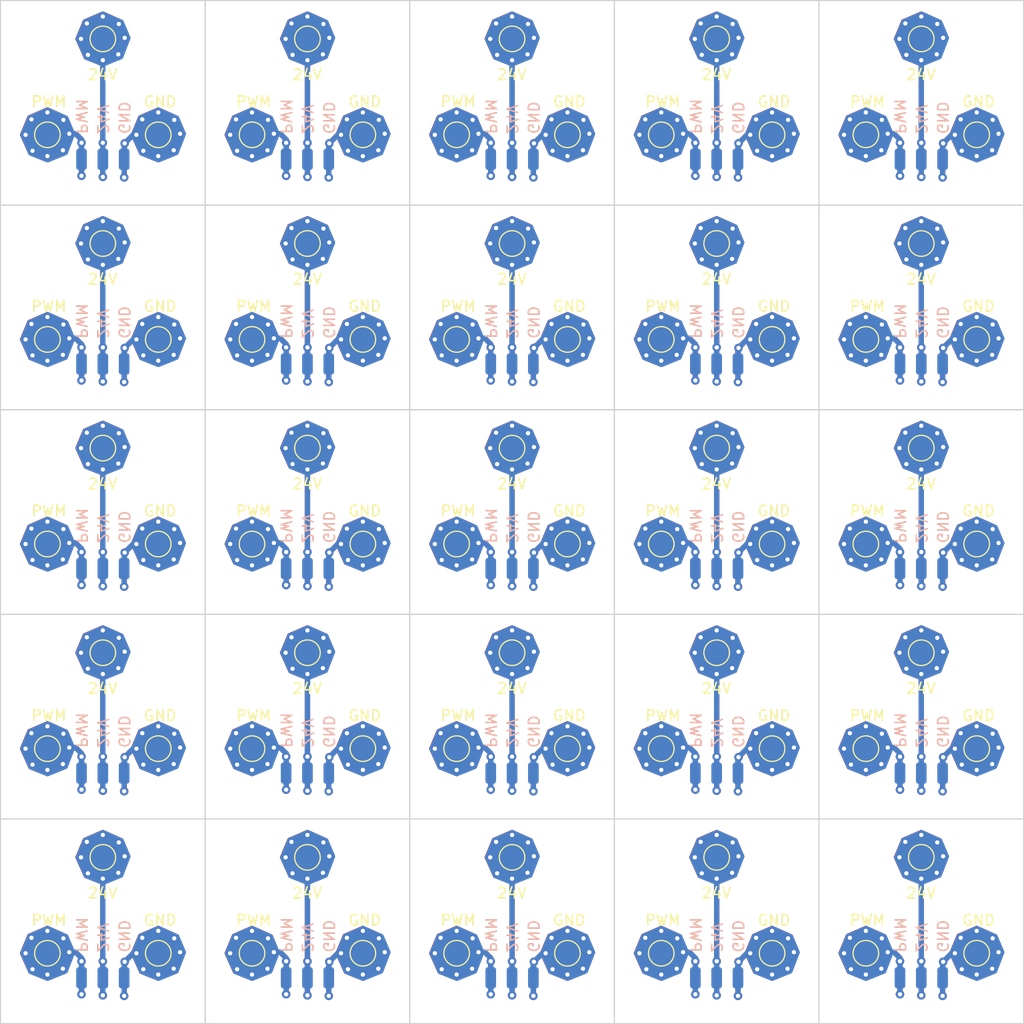
<source format=kicad_pcb>
(kicad_pcb (version 20221018) (generator pcbnew)
  (layers (0 "F.Cu" signal) (31 "B.Cu" signal) (34 "B.Paste" user) (35 "F.Paste" user) (36 "B.SilkS" user "B.Silkscreen") (37 "F.SilkS" user "F.Silkscreen") (38 "B.Mask" user) (39 "F.Mask" user) (44 "Edge.Cuts" user))
  (net 0 "")
  (net 1 "/GND")
  (net 2 "/PWM")
  (net 3 "/24V")
  (footprint "TestPoint:TestPoint_Pad_D2.0mm" (layer "F.Cu") (at 155.2 68)
    (fp_text reference "J5" hide)
    (fp_text value "Conn_01x01_Pin" hide)
  )
  (footprint "TestPoint:TestPoint_Pad_D2.0mm" (layer "F.Cu") (at 73.2 77)
    (fp_text reference "J3" hide)
    (fp_text value "Conn_01x01_Pin" hide)
  )
  (footprint "TestPoint:TestPoint_Pad_D2.0mm" (layer "F.Cu") (at 97.6 125.6)
    (fp_text reference "J5" hide)
    (fp_text value "Conn_01x01_Pin" hide)
  )
  (footprint "TestPoint:TestPoint_Pad_D2.0mm" (layer "F.Cu") (at 111.6 96.2)
    (fp_text reference "J3" hide)
    (fp_text value "Conn_01x01_Pin" hide)
  )
  (footprint "TestPoint:TestPoint_Pad_D2.0mm" (layer "F.Cu") (at 111.6 77)
    (fp_text reference "J3" hide)
    (fp_text value "Conn_01x01_Pin" hide)
  )
  (footprint "TestPoint:TestPoint_Pad_D2.0mm" (layer "F.Cu") (at 102.8 115.4)
    (fp_text reference "J2" hide)
    (fp_text value "Conn_01x01_Pin" hide)
  )
  (footprint "TestPoint:TestPoint_Pad_D2.0mm" (layer "F.Cu") (at 102.8 77)
    (fp_text reference "J2" hide)
    (fp_text value "Conn_01x01_Pin" hide)
  )
  (footprint "TestPoint:TestPoint_Pad_D2.0mm" (layer "F.Cu") (at 122 77)
    (fp_text reference "J2" hide)
    (fp_text value "Conn_01x01_Pin" hide)
  )
  (footprint "TestPoint:TestPoint_Pad_D2.0mm" (layer "F.Cu") (at 97.6 68)
    (fp_text reference "J5" hide)
    (fp_text value "Conn_01x01_Pin" hide)
  )
  (footprint "TestPoint:TestPoint_Pad_D2.0mm" (layer "F.Cu") (at 155.2 106.4)
    (fp_text reference "J5" hide)
    (fp_text value "Conn_01x01_Pin" hide)
  )
  (footprint "TestPoint:TestPoint_Pad_D2.0mm" (layer "F.Cu") (at 160.4 115.4)
    (fp_text reference "J2" hide)
    (fp_text value "Conn_01x01_Pin" hide)
  )
  (footprint "TestPoint:TestPoint_Pad_D2.0mm" (layer "F.Cu") (at 150 57.8)
    (fp_text reference "J3" hide)
    (fp_text value "Conn_01x01_Pin" hide)
  )
  (footprint "TestPoint:TestPoint_Pad_D2.0mm" (layer "F.Cu") (at 122 134.6)
    (fp_text reference "J2" hide)
    (fp_text value "Conn_01x01_Pin" hide)
  )
  (footprint "TestPoint:TestPoint_Pad_D2.0mm" (layer "F.Cu") (at 136 106.4)
    (fp_text reference "J5" hide)
    (fp_text value "Conn_01x01_Pin" hide)
  )
  (footprint "TestPoint:TestPoint_Pad_D2.0mm" (layer "F.Cu") (at 160.4 77)
    (fp_text reference "J2" hide)
    (fp_text value "Conn_01x01_Pin" hide)
  )
  (footprint "TestPoint:TestPoint_Pad_D2.0mm" (layer "F.Cu") (at 155.2 87.2)
    (fp_text reference "J5" hide)
    (fp_text value "Conn_01x01_Pin" hide)
  )
  (footprint "TestPoint:TestPoint_Pad_D2.0mm" (layer "F.Cu") (at 116.8 48.8)
    (fp_text reference "J5" hide)
    (fp_text value "Conn_01x01_Pin" hide)
  )
  (footprint "TestPoint:TestPoint_Pad_D2.0mm" (layer "F.Cu") (at 83.6 96.2)
    (fp_text reference "J2" hide)
    (fp_text value "Conn_01x01_Pin" hide)
  )
  (footprint "TestPoint:TestPoint_Pad_D2.0mm" (layer "F.Cu") (at 97.6 48.8)
    (fp_text reference "J5" hide)
    (fp_text value "Conn_01x01_Pin" hide)
  )
  (footprint "TestPoint:TestPoint_Pad_D2.0mm" (layer "F.Cu") (at 83.6 134.6)
    (fp_text reference "J2" hide)
    (fp_text value "Conn_01x01_Pin" hide)
  )
  (footprint "TestPoint:TestPoint_Pad_D2.0mm" (layer "F.Cu") (at 83.6 57.8)
    (fp_text reference "J2" hide)
    (fp_text value "Conn_01x01_Pin" hide)
  )
  (footprint "TestPoint:TestPoint_Pad_D2.0mm" (layer "F.Cu") (at 78.4 125.6)
    (fp_text reference "J5" hide)
    (fp_text value "Conn_01x01_Pin" hide)
  )
  (footprint "TestPoint:TestPoint_Pad_D2.0mm" (layer "F.Cu") (at 92.4 134.6)
    (fp_text reference "J3" hide)
    (fp_text value "Conn_01x01_Pin" hide)
  )
  (footprint "TestPoint:TestPoint_Pad_D2.0mm" (layer "F.Cu") (at 122 115.4)
    (fp_text reference "J2" hide)
    (fp_text value "Conn_01x01_Pin" hide)
  )
  (footprint "TestPoint:TestPoint_Pad_D2.0mm" (layer "F.Cu") (at 83.6 115.4)
    (fp_text reference "J2" hide)
    (fp_text value "Conn_01x01_Pin" hide)
  )
  (footprint "TestPoint:TestPoint_Pad_D2.0mm" (layer "F.Cu") (at 78.4 106.4)
    (fp_text reference "J5" hide)
    (fp_text value "Conn_01x01_Pin" hide)
  )
  (footprint "TestPoint:TestPoint_Pad_D2.0mm" (layer "F.Cu") (at 97.6 87.2)
    (fp_text reference "J5" hide)
    (fp_text value "Conn_01x01_Pin" hide)
  )
  (footprint "TestPoint:TestPoint_Pad_D2.0mm" (layer "F.Cu") (at 92.4 115.4)
    (fp_text reference "J3" hide)
    (fp_text value "Conn_01x01_Pin" hide)
  )
  (footprint "TestPoint:TestPoint_Pad_D2.0mm" (layer "F.Cu") (at 78.4 68)
    (fp_text reference "J5" hide)
    (fp_text value "Conn_01x01_Pin" hide)
  )
  (footprint "TestPoint:TestPoint_Pad_D2.0mm" (layer "F.Cu") (at 150 115.4)
    (fp_text reference "J3" hide)
    (fp_text value "Conn_01x01_Pin" hide)
  )
  (footprint "TestPoint:TestPoint_Pad_D2.0mm" (layer "F.Cu") (at 130.8 115.4)
    (fp_text reference "J3" hide)
    (fp_text value "Conn_01x01_Pin" hide)
  )
  (footprint "TestPoint:TestPoint_Pad_D2.0mm" (layer "F.Cu") (at 136 87.2)
    (fp_text reference "J5" hide)
    (fp_text value "Conn_01x01_Pin" hide)
  )
  (footprint "TestPoint:TestPoint_Pad_D2.0mm" (layer "F.Cu") (at 136 48.8)
    (fp_text reference "J5" hide)
    (fp_text value "Conn_01x01_Pin" hide)
  )
  (footprint "TestPoint:TestPoint_Pad_D2.0mm" (layer "F.Cu") (at 155.2 125.6)
    (fp_text reference "J5" hide)
    (fp_text value "Conn_01x01_Pin" hide)
  )
  (footprint "TestPoint:TestPoint_Pad_D2.0mm" (layer "F.Cu") (at 160.4 134.6)
    (fp_text reference "J2" hide)
    (fp_text value "Conn_01x01_Pin" hide)
  )
  (footprint "TestPoint:TestPoint_Pad_D2.0mm" (layer "F.Cu") (at 130.8 96.2)
    (fp_text reference "J3" hide)
    (fp_text value "Conn_01x01_Pin" hide)
  )
  (footprint "TestPoint:TestPoint_Pad_D2.0mm" (layer "F.Cu") (at 160.4 57.8)
    (fp_text reference "J2" hide)
    (fp_text value "Conn_01x01_Pin" hide)
  )
  (footprint "TestPoint:TestPoint_Pad_D2.0mm" (layer "F.Cu") (at 102.8 96.2)
    (fp_text reference "J2" hide)
    (fp_text value "Conn_01x01_Pin" hide)
  )
  (footprint "TestPoint:TestPoint_Pad_D2.0mm" (layer "F.Cu") (at 116.8 106.4)
    (fp_text reference "J5" hide)
    (fp_text value "Conn_01x01_Pin" hide)
  )
  (footprint "TestPoint:TestPoint_Pad_D2.0mm" (layer "F.Cu") (at 73.2 134.6)
    (fp_text reference "J3" hide)
    (fp_text value "Conn_01x01_Pin" hide)
  )
  (footprint "TestPoint:TestPoint_Pad_D2.0mm" (layer "F.Cu") (at 92.4 77)
    (fp_text reference "J3" hide)
    (fp_text value "Conn_01x01_Pin" hide)
  )
  (footprint "TestPoint:TestPoint_Pad_D2.0mm" (layer "F.Cu") (at 92.4 57.8)
    (fp_text reference "J3" hide)
    (fp_text value "Conn_01x01_Pin" hide)
  )
  (footprint "TestPoint:TestPoint_Pad_D2.0mm" (layer "F.Cu") (at 155.2 48.8)
    (fp_text reference "J5" hide)
    (fp_text value "Conn_01x01_Pin" hide)
  )
  (footprint "TestPoint:TestPoint_Pad_D2.0mm" (layer "F.Cu") (at 116.8 68)
    (fp_text reference "J5" hide)
    (fp_text value "Conn_01x01_Pin" hide)
  )
  (footprint "TestPoint:TestPoint_Pad_D2.0mm" (layer "F.Cu") (at 73.2 57.8)
    (fp_text reference "J3" hide)
    (fp_text value "Conn_01x01_Pin" hide)
  )
  (footprint "TestPoint:TestPoint_Pad_D2.0mm" (layer "F.Cu") (at 102.8 134.6)
    (fp_text reference "J2" hide)
    (fp_text value "Conn_01x01_Pin" hide)
  )
  (footprint "TestPoint:TestPoint_Pad_D2.0mm" (layer "F.Cu") (at 141.2 134.6)
    (fp_text reference "J2" hide)
    (fp_text value "Conn_01x01_Pin" hide)
  )
  (footprint "TestPoint:TestPoint_Pad_D2.0mm" (layer "F.Cu") (at 141.2 57.8)
    (fp_text reference "J2" hide)
    (fp_text value "Conn_01x01_Pin" hide)
  )
  (footprint "TestPoint:TestPoint_Pad_D2.0mm" (layer "F.Cu") (at 116.8 125.6)
    (fp_text reference "J5" hide)
    (fp_text value "Conn_01x01_Pin" hide)
  )
  (footprint "TestPoint:TestPoint_Pad_D2.0mm" (layer "F.Cu") (at 150 96.2)
    (fp_text reference "J3" hide)
    (fp_text value "Conn_01x01_Pin" hide)
  )
  (footprint "TestPoint:TestPoint_Pad_D2.0mm" (layer "F.Cu") (at 73.2 96.2)
    (fp_text reference "J3" hide)
    (fp_text value "Conn_01x01_Pin" hide)
  )
  (footprint "TestPoint:TestPoint_Pad_D2.0mm" (layer "F.Cu") (at 130.8 77)
    (fp_text reference "J3" hide)
    (fp_text value "Conn_01x01_Pin" hide)
  )
  (footprint "TestPoint:TestPoint_Pad_D2.0mm" (layer "F.Cu") (at 130.8 57.8)
    (fp_text reference "J3" hide)
    (fp_text value "Conn_01x01_Pin" hide)
  )
  (footprint "TestPoint:TestPoint_Pad_D2.0mm" (layer "F.Cu") (at 111.6 115.4)
    (fp_text reference "J3" hide)
    (fp_text value "Conn_01x01_Pin" hide)
  )
  (footprint "TestPoint:TestPoint_Pad_D2.0mm" (layer "F.Cu") (at 102.8 57.8)
    (fp_text reference "J2" hide)
    (fp_text value "Conn_01x01_Pin" hide)
  )
  (footprint "TestPoint:TestPoint_Pad_D2.0mm" (layer "F.Cu") (at 141.2 115.4)
    (fp_text reference "J2" hide)
    (fp_text value "Conn_01x01_Pin" hide)
  )
  (footprint "TestPoint:TestPoint_Pad_D2.0mm" (layer "F.Cu") (at 116.8 87.2)
    (fp_text reference "J5" hide)
    (fp_text value "Conn_01x01_Pin" hide)
  )
  (footprint "TestPoint:TestPoint_Pad_D2.0mm" (layer "F.Cu") (at 136 125.6)
    (fp_text reference "J5" hide)
    (fp_text value "Conn_01x01_Pin" hide)
  )
  (footprint "TestPoint:TestPoint_Pad_D2.0mm" (layer "F.Cu") (at 92.4 96.2)
    (fp_text reference "J3" hide)
    (fp_text value "Conn_01x01_Pin" hide)
  )
  (footprint "TestPoint:TestPoint_Pad_D2.0mm" (layer "F.Cu") (at 122 96.2)
    (fp_text reference "J2" hide)
    (fp_text value "Conn_01x01_Pin" hide)
  )
  (footprint "TestPoint:TestPoint_Pad_D2.0mm" (layer "F.Cu") (at 97.6 106.4)
    (fp_text reference "J5" hide)
    (fp_text value "Conn_01x01_Pin" hide)
  )
  (footprint "TestPoint:TestPoint_Pad_D2.0mm" (layer "F.Cu") (at 78.4 48.8)
    (fp_text reference "J5" hide)
    (fp_text value "Conn_01x01_Pin" hide)
  )
  (footprint "TestPoint:TestPoint_Pad_D2.0mm" (layer "F.Cu") (at 111.6 134.6)
    (fp_text reference "J3" hide)
    (fp_text value "Conn_01x01_Pin" hide)
  )
  (footprint "TestPoint:TestPoint_Pad_D2.0mm" (layer "F.Cu") (at 130.8 134.6)
    (fp_text reference "J3" hide)
    (fp_text value "Conn_01x01_Pin" hide)
  )
  (footprint "TestPoint:TestPoint_Pad_D2.0mm" (layer "F.Cu") (at 83.6 77)
    (fp_text reference "J2" hide)
    (fp_text value "Conn_01x01_Pin" hide)
  )
  (footprint "TestPoint:TestPoint_Pad_D2.0mm" (layer "F.Cu") (at 111.6 57.8)
    (fp_text reference "J3" hide)
    (fp_text value "Conn_01x01_Pin" hide)
  )
  (footprint "TestPoint:TestPoint_Pad_D2.0mm" (layer "F.Cu") (at 150 134.6)
    (fp_text reference "J3" hide)
    (fp_text value "Conn_01x01_Pin" hide)
  )
  (footprint "TestPoint:TestPoint_Pad_D2.0mm" (layer "F.Cu") (at 141.2 77)
    (fp_text reference "J2" hide)
    (fp_text value "Conn_01x01_Pin" hide)
  )
  (footprint "TestPoint:TestPoint_Pad_D2.0mm" (layer "F.Cu") (at 160.4 96.2)
    (fp_text reference "J2" hide)
    (fp_text value "Conn_01x01_Pin" hide)
  )
  (footprint "TestPoint:TestPoint_Pad_D2.0mm" (layer "F.Cu") (at 122 57.8)
    (fp_text reference "J2" hide)
    (fp_text value "Conn_01x01_Pin" hide)
  )
  (footprint "TestPoint:TestPoint_Pad_D2.0mm" (layer "F.Cu") (at 73.2 115.4)
    (fp_text reference "J3" hide)
    (fp_text value "Conn_01x01_Pin" hide)
  )
  (footprint "TestPoint:TestPoint_Pad_D2.0mm" (layer "F.Cu") (at 141.2 96.2)
    (fp_text reference "J2" hide)
    (fp_text value "Conn_01x01_Pin" hide)
  )
  (footprint "TestPoint:TestPoint_Pad_D2.0mm" (layer "F.Cu") (at 136 68)
    (fp_text reference "J5" hide)
    (fp_text value "Conn_01x01_Pin" hide)
  )
  (footprint "TestPoint:TestPoint_Pad_D2.0mm" (layer "F.Cu") (at 150 77)
    (fp_text reference "J3" hide)
    (fp_text value "Conn_01x01_Pin" hide)
  )
  (footprint "TestPoint:TestPoint_Pad_D2.0mm" (layer "F.Cu") (at 78.4 87.2)
    (fp_text reference "J5" hide)
    (fp_text value "Conn_01x01_Pin" hide)
  )
  (footprint "Bergi:Solderpad_1x2" (layer "B.Cu") (at 97.6 136.9 90)
    (fp_text reference "J6" hide)
    (fp_text value "Conn_01x01_Pin" hide)
  )
  (footprint "Bergi:Solderpad_1x2" (layer "B.Cu") (at 80.4 98.5 90)
    (fp_text reference "J1" hide)
    (fp_text value "Conn_01x01_Pin" hide)
  )
  (footprint "Bergi:Solderpad_1x2" (layer "B.Cu") (at 136 136.9 90)
    (fp_text reference "J6" hide)
    (fp_text value "Conn_01x01_Pin" hide)
  )
  (footprint "Bergi:Solderpad_1x2" (layer "B.Cu") (at 99.6 117.7 90)
    (fp_text reference "J1" hide)
    (fp_text value "Conn_01x01_Pin" hide)
  )
  (footprint "Bergi:Solderpad_1x2" (layer "B.Cu") (at 157.2 136.9 90)
    (fp_text reference "J1" hide)
    (fp_text value "Conn_01x01_Pin" hide)
  )
  (footprint "Bergi:Solderpad_1x2" (layer "B.Cu") (at 80.4 117.7 90)
    (fp_text reference "J1" hide)
    (fp_text value "Conn_01x01_Pin" hide)
  )
  (footprint "Bergi:Solderpad_1x2" (layer "B.Cu") (at 157.2 98.5 90)
    (fp_text reference "J1" hide)
    (fp_text value "Conn_01x01_Pin" hide)
  )
  (footprint "Bergi:Solderpad_1x2" (layer "B.Cu") (at 134 117.7 90)
    (fp_text reference "J4" hide)
    (fp_text value "Conn_01x01_Pin" hide)
  )
  (footprint "Bergi:Solderpad_1x2" (layer "B.Cu") (at 118.8 117.7 90)
    (fp_text reference "J1" hide)
    (fp_text value "Conn_01x01_Pin" hide)
  )
  (footprint "Bergi:Solderpad_1x2" (layer "B.Cu") (at 155.2 98.5 90)
    (fp_text reference "J6" hide)
    (fp_text value "Conn_01x01_Pin" hide)
  )
  (footprint "Bergi:Solderpad_1x2" (layer "B.Cu") (at 95.6 136.9 90)
    (fp_text reference "J4" hide)
    (fp_text value "Conn_01x01_Pin" hide)
  )
  (footprint "Bergi:Solderpad_1x2" (layer "B.Cu") (at 155.2 136.9 90)
    (fp_text reference "J6" hide)
    (fp_text value "Conn_01x01_Pin" hide)
  )
  (footprint "Bergi:Solderpad_1x2" (layer "B.Cu") (at 78.4 136.9 90)
    (fp_text reference "J6" hide)
    (fp_text value "Conn_01x01_Pin" hide)
  )
  (footprint "Bergi:Solderpad_1x2" (layer "B.Cu") (at 134 79.3 90)
    (fp_text reference "J4" hide)
    (fp_text value "Conn_01x01_Pin" hide)
  )
  (footprint "Bergi:Solderpad_1x2" (layer "B.Cu") (at 116.8 136.9 90)
    (fp_text reference "J6" hide)
    (fp_text value "Conn_01x01_Pin" hide)
  )
  (footprint "Bergi:Solderpad_1x2" (layer "B.Cu") (at 76.4 79.3 90)
    (fp_text reference "J4" hide)
    (fp_text value "Conn_01x01_Pin" hide)
  )
  (footprint "Bergi:Solderpad_1x2" (layer "B.Cu") (at 95.6 117.7 90)
    (fp_text reference "J4" hide)
    (fp_text value "Conn_01x01_Pin" hide)
  )
  (footprint "Bergi:Solderpad_1x2" (layer "B.Cu") (at 76.4 117.7 90)
    (fp_text reference "J4" hide)
    (fp_text value "Conn_01x01_Pin" hide)
  )
  (footprint "Bergi:Solderpad_1x2" (layer "B.Cu") (at 136 98.5 90)
    (fp_text reference "J6" hide)
    (fp_text value "Conn_01x01_Pin" hide)
  )
  (footprint "Bergi:Solderpad_1x2" (layer "B.Cu") (at 134 60.1 90)
    (fp_text reference "J4" hide)
    (fp_text value "Conn_01x01_Pin" hide)
  )
  (footprint "Bergi:Solderpad_1x2" (layer "B.Cu") (at 80.4 60.1 90)
    (fp_text reference "J1" hide)
    (fp_text value "Conn_01x01_Pin" hide)
  )
  (footprint "Bergi:Solderpad_1x2" (layer "B.Cu") (at 118.8 136.9 90)
    (fp_text reference "J1" hide)
    (fp_text value "Conn_01x01_Pin" hide)
  )
  (footprint "Bergi:Solderpad_1x2" (layer "B.Cu") (at 153.2 117.7 90)
    (fp_text reference "J4" hide)
    (fp_text value "Conn_01x01_Pin" hide)
  )
  (footprint "Bergi:Solderpad_1x2" (layer "B.Cu") (at 136 117.7 90)
    (fp_text reference "J6" hide)
    (fp_text value "Conn_01x01_Pin" hide)
  )
  (footprint "Bergi:Solderpad_1x2" (layer "B.Cu") (at 118.8 98.5 90)
    (fp_text reference "J1" hide)
    (fp_text value "Conn_01x01_Pin" hide)
  )
  (footprint "Bergi:Solderpad_1x2" (layer "B.Cu") (at 153.2 79.3 90)
    (fp_text reference "J4" hide)
    (fp_text value "Conn_01x01_Pin" hide)
  )
  (footprint "Bergi:Solderpad_1x2" (layer "B.Cu") (at 114.8 98.5 90)
    (fp_text reference "J4" hide)
    (fp_text value "Conn_01x01_Pin" hide)
  )
  (footprint "Bergi:Solderpad_1x2" (layer "B.Cu") (at 99.6 79.3 90)
    (fp_text reference "J1" hide)
    (fp_text value "Conn_01x01_Pin" hide)
  )
  (footprint "Bergi:Solderpad_1x2" (layer "B.Cu") (at 116.8 60.1 90)
    (fp_text reference "J6" hide)
    (fp_text value "Conn_01x01_Pin" hide)
  )
  (footprint "Bergi:Solderpad_1x2" (layer "B.Cu") (at 114.8 136.9 90)
    (fp_text reference "J4" hide)
    (fp_text value "Conn_01x01_Pin" hide)
  )
  (footprint "Bergi:Solderpad_1x2" (layer "B.Cu") (at 114.8 117.7 90)
    (fp_text reference "J4" hide)
    (fp_text value "Conn_01x01_Pin" hide)
  )
  (footprint "Bergi:Solderpad_1x2" (layer "B.Cu") (at 157.2 79.3 90)
    (fp_text reference "J1" hide)
    (fp_text value "Conn_01x01_Pin" hide)
  )
  (footprint "Bergi:Solderpad_1x2" (layer "B.Cu") (at 97.6 60.1 90)
    (fp_text reference "J6" hide)
    (fp_text value "Conn_01x01_Pin" hide)
  )
  (footprint "Bergi:Solderpad_1x2" (layer "B.Cu") (at 116.8 79.3 90)
    (fp_text reference "J6" hide)
    (fp_text value "Conn_01x01_Pin" hide)
  )
  (footprint "Bergi:Solderpad_1x2" (layer "B.Cu") (at 155.2 117.7 90)
    (fp_text reference "J6" hide)
    (fp_text value "Conn_01x01_Pin" hide)
  )
  (footprint "Bergi:Solderpad_1x2" (layer "B.Cu") (at 76.4 98.5 90)
    (fp_text reference "J4" hide)
    (fp_text value "Conn_01x01_Pin" hide)
  )
  (footprint "Bergi:Solderpad_1x2" (layer "B.Cu") (at 138 79.3 90)
    (fp_text reference "J1" hide)
    (fp_text value "Conn_01x01_Pin" hide)
  )
  (footprint "Bergi:Solderpad_1x2" (layer "B.Cu") (at 99.6 60.1 90)
    (fp_text reference "J1" hide)
    (fp_text value "Conn_01x01_Pin" hide)
  )
  (footprint "Bergi:Solderpad_1x2" (layer "B.Cu") (at 78.4 98.5 90)
    (fp_text reference "J6" hide)
    (fp_text value "Conn_01x01_Pin" hide)
  )
  (footprint "Bergi:Solderpad_1x2" (layer "B.Cu") (at 78.4 79.3 90)
    (fp_text reference "J6" hide)
    (fp_text value "Conn_01x01_Pin" hide)
  )
  (footprint "Bergi:Solderpad_1x2" (layer "B.Cu") (at 95.6 98.5 90)
    (fp_text reference "J4" hide)
    (fp_text value "Conn_01x01_Pin" hide)
  )
  (footprint "Bergi:Solderpad_1x2" (layer "B.Cu") (at 78.4 117.7 90)
    (fp_text reference "J6" hide)
    (fp_text value "Conn_01x01_Pin" hide)
  )
  (footprint "Bergi:Solderpad_1x2" (layer "B.Cu") (at 138 98.5 90)
    (fp_text reference "J1" hide)
    (fp_text value "Conn_01x01_Pin" hide)
  )
  (footprint "Bergi:Solderpad_1x2" (layer "B.Cu") (at 76.4 136.9 90)
    (fp_text reference "J4" hide)
    (fp_text value "Conn_01x01_Pin" hide)
  )
  (footprint "Bergi:Solderpad_1x2" (layer "B.Cu") (at 136 79.3 90)
    (fp_text reference "J6" hide)
    (fp_text value "Conn_01x01_Pin" hide)
  )
  (footprint "Bergi:Solderpad_1x2" (layer "B.Cu") (at 97.6 98.5 90)
    (fp_text reference "J6" hide)
    (fp_text value "Conn_01x01_Pin" hide)
  )
  (footprint "Bergi:Solderpad_1x2" (layer "B.Cu") (at 116.8 98.5 90)
    (fp_text reference "J6" hide)
    (fp_text value "Conn_01x01_Pin" hide)
  )
  (footprint "Bergi:Solderpad_1x2" (layer "B.Cu") (at 155.2 79.3 90)
    (fp_text reference "J6" hide)
    (fp_text value "Conn_01x01_Pin" hide)
  )
  (footprint "Bergi:Solderpad_1x2" (layer "B.Cu") (at 80.4 79.3 90)
    (fp_text reference "J1" hide)
    (fp_text value "Conn_01x01_Pin" hide)
  )
  (footprint "Bergi:Solderpad_1x2" (layer "B.Cu") (at 118.8 60.1 90)
    (fp_text reference "J1" hide)
    (fp_text value "Conn_01x01_Pin" hide)
  )
  (footprint "Bergi:Solderpad_1x2" (layer "B.Cu") (at 136 60.1 90)
    (fp_text reference "J6" hide)
    (fp_text value "Conn_01x01_Pin" hide)
  )
  (footprint "Bergi:Solderpad_1x2" (layer "B.Cu") (at 138 136.9 90)
    (fp_text reference "J1" hide)
    (fp_text value "Conn_01x01_Pin" hide)
  )
  (footprint "Bergi:Solderpad_1x2" (layer "B.Cu") (at 99.6 136.9 90)
    (fp_text reference "J1" hide)
    (fp_text value "Conn_01x01_Pin" hide)
  )
  (footprint "Bergi:Solderpad_1x2" (layer "B.Cu") (at 153.2 60.1 90)
    (fp_text reference "J4" hide)
    (fp_text value "Conn_01x01_Pin" hide)
  )
  (footprint "Bergi:Solderpad_1x2" (layer "B.Cu") (at 97.6 117.7 90)
    (fp_text reference "J6" hide)
    (fp_text value "Conn_01x01_Pin" hide)
  )
  (footprint "Bergi:Solderpad_1x2" (layer "B.Cu") (at 78.4 60.1 90)
    (fp_text reference "J6" hide)
    (fp_text value "Conn_01x01_Pin" hide)
  )
  (footprint "Bergi:Solderpad_1x2" (layer "B.Cu") (at 97.6 79.3 90)
    (fp_text reference "J6" hide)
    (fp_text value "Conn_01x01_Pin" hide)
  )
  (footprint "Bergi:Solderpad_1x2" (layer "B.Cu") (at 114.8 79.3 90)
    (fp_text reference "J4" hide)
    (fp_text value "Conn_01x01_Pin" hide)
  )
  (footprint "Bergi:Solderpad_1x2" (layer "B.Cu") (at 114.8 60.1 90)
    (fp_text reference "J4" hide)
    (fp_text value "Conn_01x01_Pin" hide)
  )
  (footprint "Bergi:Solderpad_1x2" (layer "B.Cu") (at 157.2 60.1 90)
    (fp_text reference "J1" hide)
    (fp_text value "Conn_01x01_Pin" hide)
  )
  (footprint "Bergi:Solderpad_1x2" (layer "B.Cu") (at 76.4 60.1 90)
    (fp_text reference "J4" hide)
    (fp_text value "Conn_01x01_Pin" hide)
  )
  (footprint "Bergi:Solderpad_1x2" (layer "B.Cu") (at 134 98.5 90)
    (fp_text reference "J4" hide)
    (fp_text value "Conn_01x01_Pin" hide)
  )
  (footprint "Bergi:Solderpad_1x2" (layer "B.Cu") (at 95.6 79.3 90)
    (fp_text reference "J4" hide)
    (fp_text value "Conn_01x01_Pin" hide)
  )
  (footprint "Bergi:Solderpad_1x2" (layer "B.Cu") (at 155.2 60.1 90)
    (fp_text reference "J6" hide)
    (fp_text value "Conn_01x01_Pin" hide)
  )
  (footprint "Bergi:Solderpad_1x2" (layer "B.Cu") (at 116.8 117.7 90)
    (fp_text reference "J6" hide)
    (fp_text value "Conn_01x01_Pin" hide)
  )
  (footprint "Bergi:Solderpad_1x2" (layer "B.Cu") (at 138 60.1 90)
    (fp_text reference "J1" hide)
    (fp_text value "Conn_01x01_Pin" hide)
  )
  (footprint "Bergi:Solderpad_1x2" (layer "B.Cu") (at 134 136.9 90)
    (fp_text reference "J4" hide)
    (fp_text value "Conn_01x01_Pin" hide)
  )
  (footprint "Bergi:Solderpad_1x2" (layer "B.Cu") (at 153.2 98.5 90)
    (fp_text reference "J4" hide)
    (fp_text value "Conn_01x01_Pin" hide)
  )
  (footprint "Bergi:Solderpad_1x2" (layer "B.Cu") (at 118.8 79.3 90)
    (fp_text reference "J1" hide)
    (fp_text value "Conn_01x01_Pin" hide)
  )
  (footprint "Bergi:Solderpad_1x2" (layer "B.Cu") (at 99.6 98.5 90)
    (fp_text reference "J1" hide)
    (fp_text value "Conn_01x01_Pin" hide)
  )
  (footprint "Bergi:Solderpad_1x2" (layer "B.Cu") (at 95.6 60.1 90)
    (fp_text reference "J4" hide)
    (fp_text value "Conn_01x01_Pin" hide)
  )
  (footprint "Bergi:Solderpad_1x2" (layer "B.Cu") (at 153.2 136.9 90)
    (fp_text reference "J4" hide)
    (fp_text value "Conn_01x01_Pin" hide)
  )
  (footprint "Bergi:Solderpad_1x2" (layer "B.Cu") (at 80.4 136.9 90)
    (fp_text reference "J1" hide)
    (fp_text value "Conn_01x01_Pin" hide)
  )
  (footprint "Bergi:Solderpad_1x2" (layer "B.Cu") (at 157.2 117.7 90)
    (fp_text reference "J1" hide)
    (fp_text value "Conn_01x01_Pin" hide)
  )
  (footprint "Bergi:Solderpad_1x2" (layer "B.Cu") (at 138 117.7 90)
    (fp_text reference "J1" hide)
    (fp_text value "Conn_01x01_Pin" hide)
  )
  (gr_rect (start 126.4 83.6) (end 145.6 102.8) (stroke (width 0.1)) (fill none) (layer "Edge.Cuts"))
  (gr_rect (start 145.6 64.4) (end 164.8 83.6) (stroke (width 0.1)) (fill none) (layer "Edge.Cuts"))
  (gr_rect (start 107.2 45.2) (end 126.4 64.4) (stroke (width 0.1)) (fill none) (layer "Edge.Cuts"))
  (gr_rect (start 68.8 45.2) (end 88 64.4) (stroke (width 0.1)) (fill none) (layer "Edge.Cuts"))
  (gr_rect (start 107.2 122) (end 126.4 141.2) (stroke (width 0.1)) (fill none) (layer "Edge.Cuts"))
  (gr_rect (start 88 45.2) (end 107.2 64.4) (stroke (width 0.1)) (fill none) (layer "Edge.Cuts"))
  (gr_rect (start 126.4 64.4) (end 145.6 83.6) (stroke (width 0.1)) (fill none) (layer "Edge.Cuts"))
  (gr_rect (start 145.6 45.2) (end 164.8 64.4) (stroke (width 0.1)) (fill none) (layer "Edge.Cuts"))
  (gr_rect (start 68.8 122) (end 88 141.2) (stroke (width 0.1)) (fill none) (layer "Edge.Cuts"))
  (gr_rect (start 145.6 102.8) (end 164.8 122) (stroke (width 0.1)) (fill none) (layer "Edge.Cuts"))
  (gr_rect (start 68.8 102.8) (end 88 122) (stroke (width 0.1)) (fill none) (layer "Edge.Cuts"))
  (gr_rect (start 126.4 45.2) (end 145.6 64.4) (stroke (width 0.1)) (fill none) (layer "Edge.Cuts"))
  (gr_rect (start 145.6 122) (end 164.8 141.2) (stroke (width 0.1)) (fill none) (layer "Edge.Cuts"))
  (gr_rect (start 68.8 64.4) (end 88 83.6) (stroke (width 0.1)) (fill none) (layer "Edge.Cuts"))
  (gr_rect (start 126.4 102.8) (end 145.6 122) (stroke (width 0.1)) (fill none) (layer "Edge.Cuts"))
  (gr_rect (start 145.6 83.6) (end 164.8 102.8) (stroke (width 0.1)) (fill none) (layer "Edge.Cuts"))
  (gr_rect (start 88 64.4) (end 107.2 83.6) (stroke (width 0.1)) (fill none) (layer "Edge.Cuts"))
  (gr_rect (start 68.8 83.6) (end 88 102.8) (stroke (width 0.1)) (fill none) (layer "Edge.Cuts"))
  (gr_rect (start 88 83.6) (end 107.2 102.8) (stroke (width 0.1)) (fill none) (layer "Edge.Cuts"))
  (gr_rect (start 107.2 64.4) (end 126.4 83.6) (stroke (width 0.1)) (fill none) (layer "Edge.Cuts"))
  (gr_rect (start 107.2 102.8) (end 126.4 122) (stroke (width 0.1)) (fill none) (layer "Edge.Cuts"))
  (gr_rect (start 126.4 122) (end 145.6 141.2) (stroke (width 0.1)) (fill none) (layer "Edge.Cuts"))
  (gr_rect (start 88 122) (end 107.2 141.2) (stroke (width 0.1)) (fill none) (layer "Edge.Cuts"))
  (gr_rect (start 88 102.8) (end 107.2 122) (stroke (width 0.1)) (fill none) (layer "Edge.Cuts"))
  (gr_rect (start 107.2 83.6) (end 126.4 102.8) (stroke (width 0.1)) (fill none) (layer "Edge.Cuts"))
  (gr_text "GND" (at 156.6 115.42 -90) (layer "B.SilkS") (effects (font (size 1 1)) (justify left bottom mirror)))
  (gr_text "24V" (at 77.8 134.62 -90) (layer "B.SilkS") (effects (font (size 1 1)) (justify left bottom mirror)))
  (gr_text "GND" (at 156.6 57.82 -90) (layer "B.SilkS") (effects (font (size 1 1)) (justify left bottom mirror)))
  (gr_text "GND" (at 137.4 77.02 -90) (layer "B.SilkS") (effects (font (size 1 1)) (justify left bottom mirror)))
  (gr_text "24V" (at 77.8 57.82 -90) (layer "B.SilkS") (effects (font (size 1 1)) (justify left bottom mirror)))
  (gr_text "GND" (at 79.8 134.62 -90) (layer "B.SilkS") (effects (font (size 1 1)) (justify left bottom mirror)))
  (gr_text "PWM" (at 75.8 77.02 -90) (layer "B.SilkS") (effects (font (size 1 1)) (justify left bottom mirror)))
  (gr_text "PWM" (at 75.8 57.82 -90) (layer "B.SilkS") (effects (font (size 1 1)) (justify left bottom mirror)))
  (gr_text "GND" (at 99 57.82 -90) (layer "B.SilkS") (effects (font (size 1 1)) (justify left bottom mirror)))
  (gr_text "24V" (at 97 96.22 -90) (layer "B.SilkS") (effects (font (size 1 1)) (justify left bottom mirror)))
  (gr_text "PWM" (at 152.6 77.02 -90) (layer "B.SilkS") (effects (font (size 1 1)) (justify left bottom mirror)))
  (gr_text "GND" (at 137.4 57.82 -90) (layer "B.SilkS") (effects (font (size 1 1)) (justify left bottom mirror)))
  (gr_text "24V" (at 77.8 96.22 -90) (layer "B.SilkS") (effects (font (size 1 1)) (justify left bottom mirror)))
  (gr_text "24V" (at 116.2 96.22 -90) (layer "B.SilkS") (effects (font (size 1 1)) (justify left bottom mirror)))
  (gr_text "24V" (at 97 57.82 -90) (layer "B.SilkS") (effects (font (size 1 1)) (justify left bottom mirror)))
  (gr_text "GND" (at 99 134.62 -90) (layer "B.SilkS") (effects (font (size 1 1)) (justify left bottom mirror)))
  (gr_text "24V" (at 116.2 134.62 -90) (layer "B.SilkS") (effects (font (size 1 1)) (justify left bottom mirror)))
  (gr_text "24V" (at 97 115.42 -90) (layer "B.SilkS") (effects (font (size 1 1)) (justify left bottom mirror)))
  (gr_text "GND" (at 99 77.02 -90) (layer "B.SilkS") (effects (font (size 1 1)) (justify left bottom mirror)))
  (gr_text "24V" (at 97 77.02 -90) (layer "B.SilkS") (effects (font (size 1 1)) (justify left bottom mirror)))
  (gr_text "GND" (at 79.8 115.42 -90) (layer "B.SilkS") (effects (font (size 1 1)) (justify left bottom mirror)))
  (gr_text "GND" (at 118.2 115.42 -90) (layer "B.SilkS") (effects (font (size 1 1)) (justify left bottom mirror)))
  (gr_text "24V" (at 135.4 134.62 -90) (layer "B.SilkS") (effects (font (size 1 1)) (justify left bottom mirror)))
  (gr_text "GND" (at 118.2 77.02 -90) (layer "B.SilkS") (effects (font (size 1 1)) (justify left bottom mirror)))
  (gr_text "PWM" (at 152.6 134.62 -90) (layer "B.SilkS") (effects (font (size 1 1)) (justify left bottom mirror)))
  (gr_text "24V" (at 77.8 115.42 -90) (layer "B.SilkS") (effects (font (size 1 1)) (justify left bottom mirror)))
  (gr_text "PWM" (at 95 134.62 -90) (layer "B.SilkS") (effects (font (size 1 1)) (justify left bottom mirror)))
  (gr_text "GND" (at 79.8 57.82 -90) (layer "B.SilkS") (effects (font (size 1 1)) (justify left bottom mirror)))
  (gr_text "PWM" (at 114.2 134.62 -90) (layer "B.SilkS") (effects (font (size 1 1)) (justify left bottom mirror)))
  (gr_text "GND" (at 118.2 57.82 -90) (layer "B.SilkS") (effects (font (size 1 1)) (justify left bottom mirror)))
  (gr_text "GND" (at 137.4 115.42 -90) (layer "B.SilkS") (effects (font (size 1 1)) (justify left bottom mirror)))
  (gr_text "PWM" (at 75.8 96.22 -90) (layer "B.SilkS") (effects (font (size 1 1)) (justify left bottom mirror)))
  (gr_text "GND" (at 156.6 77.02 -90) (layer "B.SilkS") (effects (font (size 1 1)) (justify left bottom mirror)))
  (gr_text "GND" (at 99 115.42 -90) (layer "B.SilkS") (effects (font (size 1 1)) (justify left bottom mirror)))
  (gr_text "24V" (at 135.4 57.82 -90) (layer "B.SilkS") (effects (font (size 1 1)) (justify left bottom mirror)))
  (gr_text "PWM" (at 114.2 77.02 -90) (layer "B.SilkS") (effects (font (size 1 1)) (justify left bottom mirror)))
  (gr_text "PWM" (at 133.4 134.62 -90) (layer "B.SilkS") (effects (font (size 1 1)) (justify left bottom mirror)))
  (gr_text "GND" (at 118.2 134.62 -90) (layer "B.SilkS") (effects (font (size 1 1)) (justify left bottom mirror)))
  (gr_text "24V" (at 116.2 115.42 -90) (layer "B.SilkS") (effects (font (size 1 1)) (justify left bottom mirror)))
  (gr_text "GND" (at 137.4 134.62 -90) (layer "B.SilkS") (effects (font (size 1 1)) (justify left bottom mirror)))
  (gr_text "GND" (at 79.8 77.02 -90) (layer "B.SilkS") (effects (font (size 1 1)) (justify left bottom mirror)))
  (gr_text "24V" (at 135.4 115.42 -90) (layer "B.SilkS") (effects (font (size 1 1)) (justify left bottom mirror)))
  (gr_text "24V" (at 116.2 57.82 -90) (layer "B.SilkS") (effects (font (size 1 1)) (justify left bottom mirror)))
  (gr_text "PWM" (at 75.8 134.62 -90) (layer "B.SilkS") (effects (font (size 1 1)) (justify left bottom mirror)))
  (gr_text "GND" (at 156.6 134.62 -90) (layer "B.SilkS") (effects (font (size 1 1)) (justify left bottom mirror)))
  (gr_text "24V" (at 135.4 77.02 -90) (layer "B.SilkS") (effects (font (size 1 1)) (justify left bottom mirror)))
  (gr_text "24V" (at 154.6 115.42 -90) (layer "B.SilkS") (effects (font (size 1 1)) (justify left bottom mirror)))
  (gr_text "24V" (at 77.8 77.02 -90) (layer "B.SilkS") (effects (font (size 1 1)) (justify left bottom mirror)))
  (gr_text "24V" (at 97 134.62 -90) (layer "B.SilkS") (effects (font (size 1 1)) (justify left bottom mirror)))
  (gr_text "PWM" (at 114.2 115.42 -90) (layer "B.SilkS") (effects (font (size 1 1)) (justify left bottom mirror)))
  (gr_text "PWM" (at 152.6 96.22 -90) (layer "B.SilkS") (effects (font (size 1 1)) (justify left bottom mirror)))
  (gr_text "PWM" (at 114.2 96.22 -90) (layer "B.SilkS") (effects (font (size 1 1)) (justify left bottom mirror)))
  (gr_text "24V" (at 135.4 96.22 -90) (layer "B.SilkS") (effects (font (size 1 1)) (justify left bottom mirror)))
  (gr_text "PWM" (at 133.4 57.82 -90) (layer "B.SilkS") (effects (font (size 1 1)) (justify left bottom mirror)))
  (gr_text "PWM" (at 133.4 77.02 -90) (layer "B.SilkS") (effects (font (size 1 1)) (justify left bottom mirror)))
  (gr_text "24V" (at 154.6 96.22 -90) (layer "B.SilkS") (effects (font (size 1 1)) (justify left bottom mirror)))
  (gr_text "PWM" (at 133.4 115.42 -90) (layer "B.SilkS") (effects (font (size 1 1)) (justify left bottom mirror)))
  (gr_text "24V" (at 116.2 77.02 -90) (layer "B.SilkS") (effects (font (size 1 1)) (justify left bottom mirror)))
  (gr_text "PWM" (at 152.6 57.82 -90) (layer "B.SilkS") (effects (font (size 1 1)) (justify left bottom mirror)))
  (gr_text "PWM" (at 95 57.82 -90) (layer "B.SilkS") (effects (font (size 1 1)) (justify left bottom mirror)))
  (gr_text "PWM" (at 95 115.42 -90) (layer "B.SilkS") (effects (font (size 1 1)) (justify left bottom mirror)))
  (gr_text "GND" (at 79.8 96.22 -90) (layer "B.SilkS") (effects (font (size 1 1)) (justify left bottom mirror)))
  (gr_text "PWM" (at 152.6 115.42 -90) (layer "B.SilkS") (effects (font (size 1 1)) (justify left bottom mirror)))
  (gr_text "GND" (at 137.4 96.22 -90) (layer "B.SilkS") (effects (font (size 1 1)) (justify left bottom mirror)))
  (gr_text "PWM" (at 75.8 115.42 -90) (layer "B.SilkS") (effects (font (size 1 1)) (justify left bottom mirror)))
  (gr_text "GND" (at 99 96.22 -90) (layer "B.SilkS") (effects (font (size 1 1)) (justify left bottom mirror)))
  (gr_text "PWM" (at 114.2 57.82 -90) (layer "B.SilkS") (effects (font (size 1 1)) (justify left bottom mirror)))
  (gr_text "24V" (at 154.6 134.62 -90) (layer "B.SilkS") (effects (font (size 1 1)) (justify left bottom mirror)))
  (gr_text "24V" (at 154.6 57.82 -90) (layer "B.SilkS") (effects (font (size 1 1)) (justify left bottom mirror)))
  (gr_text "GND" (at 118.2 96.22 -90) (layer "B.SilkS") (effects (font (size 1 1)) (justify left bottom mirror)))
  (gr_text "PWM" (at 133.4 96.22 -90) (layer "B.SilkS") (effects (font (size 1 1)) (justify left bottom mirror)))
  (gr_text "PWM" (at 95 77.02 -90) (layer "B.SilkS") (effects (font (size 1 1)) (justify left bottom mirror)))
  (gr_text "PWM" (at 95 96.22 -90) (layer "B.SilkS") (effects (font (size 1 1)) (justify left bottom mirror)))
  (gr_text "24V" (at 154.6 77.02 -90) (layer "B.SilkS") (effects (font (size 1 1)) (justify left bottom mirror)))
  (gr_text "GND" (at 156.6 96.22 -90) (layer "B.SilkS") (effects (font (size 1 1)) (justify left bottom mirror)))
  (gr_text "GND" (at 82.15 132.08) (layer "F.SilkS") (effects (font (size 1 1)) (justify left bottom)))
  (gr_text "GND" (at 101.35 93.68) (layer "F.SilkS") (effects (font (size 1 1)) (justify left bottom)))
  (gr_text "24V" (at 76.9 52.74) (layer "F.SilkS") (effects (font (size 1 1)) (justify left bottom)))
  (gr_text "24V" (at 76.9 129.54) (layer "F.SilkS") (effects (font (size 1 1)) (justify left bottom)))
  (gr_text "GND" (at 139.75 132.08) (layer "F.SilkS") (effects (font (size 1 1)) (justify left bottom)))
  (gr_text "GND" (at 101.35 132.08) (layer "F.SilkS") (effects (font (size 1 1)) (justify left bottom)))
  (gr_text "PWM" (at 129.2 112.88) (layer "F.SilkS") (effects (font (size 1 1)) (justify left bottom)))
  (gr_text "PWM" (at 71.6 55.28) (layer "F.SilkS") (effects (font (size 1 1)) (justify left bottom)))
  (gr_text "GND" (at 120.55 112.88) (layer "F.SilkS") (effects (font (size 1 1)) (justify left bottom)))
  (gr_text "24V" (at 76.9 110.34) (layer "F.SilkS") (effects (font (size 1 1)) (justify left bottom)))
  (gr_text "PWM" (at 110 93.68) (layer "F.SilkS") (effects (font (size 1 1)) (justify left bottom)))
  (gr_text "PWM" (at 71.6 112.88) (layer "F.SilkS") (effects (font (size 1 1)) (justify left bottom)))
  (gr_text "24V" (at 96.1 129.54) (layer "F.SilkS") (effects (font (size 1 1)) (justify left bottom)))
  (gr_text "PWM" (at 110 112.88) (layer "F.SilkS") (effects (font (size 1 1)) (justify left bottom)))
  (gr_text "24V" (at 153.7 71.94) (layer "F.SilkS") (effects (font (size 1 1)) (justify left bottom)))
  (gr_text "GND" (at 101.35 112.88) (layer "F.SilkS") (effects (font (size 1 1)) (justify left bottom)))
  (gr_text "PWM" (at 148.4 55.28) (layer "F.SilkS") (effects (font (size 1 1)) (justify left bottom)))
  (gr_text "24V" (at 76.9 71.94) (layer "F.SilkS") (effects (font (size 1 1)) (justify left bottom)))
  (gr_text "GND" (at 139.75 74.48) (layer "F.SilkS") (effects (font (size 1 1)) (justify left bottom)))
  (gr_text "GND" (at 82.15 93.68) (layer "F.SilkS") (effects (font (size 1 1)) (justify left bottom)))
  (gr_text "GND" (at 158.95 74.48) (layer "F.SilkS") (effects (font (size 1 1)) (justify left bottom)))
  (gr_text "PWM" (at 110 55.28) (layer "F.SilkS") (effects (font (size 1 1)) (justify left bottom)))
  (gr_text "GND" (at 101.35 55.28) (layer "F.SilkS") (effects (font (size 1 1)) (justify left bottom)))
  (gr_text "PWM" (at 129.2 93.68) (layer "F.SilkS") (effects (font (size 1 1)) (justify left bottom)))
  (gr_text "24V" (at 115.3 71.94) (layer "F.SilkS") (effects (font (size 1 1)) (justify left bottom)))
  (gr_text "24V" (at 96.1 91.14) (layer "F.SilkS") (effects (font (size 1 1)) (justify left bottom)))
  (gr_text "PWM" (at 129.2 132.08) (layer "F.SilkS") (effects (font (size 1 1)) (justify left bottom)))
  (gr_text "GND" (at 139.75 112.88) (layer "F.SilkS") (effects (font (size 1 1)) (justify left bottom)))
  (gr_text "24V" (at 115.3 110.34) (layer "F.SilkS") (effects (font (size 1 1)) (justify left bottom)))
  (gr_text "GND" (at 120.55 55.28) (layer "F.SilkS") (effects (font (size 1 1)) (justify left bottom)))
  (gr_text "24V" (at 76.9 91.14) (layer "F.SilkS") (effects (font (size 1 1)) (justify left bottom)))
  (gr_text "PWM" (at 129.2 74.48) (layer "F.SilkS") (effects (font (size 1 1)) (justify left bottom)))
  (gr_text "PWM" (at 90.8 55.28) (layer "F.SilkS") (effects (font (size 1 1)) (justify left bottom)))
  (gr_text "GND" (at 120.55 132.08) (layer "F.SilkS") (effects (font (size 1 1)) (justify left bottom)))
  (gr_text "24V" (at 115.3 52.74) (layer "F.SilkS") (effects (font (size 1 1)) (justify left bottom)))
  (gr_text "GND" (at 139.75 93.68) (layer "F.SilkS") (effects (font (size 1 1)) (justify left bottom)))
  (gr_text "PWM" (at 90.8 93.68) (layer "F.SilkS") (effects (font (size 1 1)) (justify left bottom)))
  (gr_text "PWM" (at 148.4 112.88) (layer "F.SilkS") (effects (font (size 1 1)) (justify left bottom)))
  (gr_text "24V" (at 134.5 129.54) (layer "F.SilkS") (effects (font (size 1 1)) (justify left bottom)))
  (gr_text "GND" (at 158.95 132.08) (layer "F.SilkS") (effects (font (size 1 1)) (justify left bottom)))
  (gr_text "PWM" (at 90.8 132.08) (layer "F.SilkS") (effects (font (size 1 1)) (justify left bottom)))
  (gr_text "24V" (at 115.3 91.14) (layer "F.SilkS") (effects (font (size 1 1)) (justify left bottom)))
  (gr_text "24V" (at 134.5 91.14) (layer "F.SilkS") (effects (font (size 1 1)) (justify left bottom)))
  (gr_text "PWM" (at 110 74.48) (layer "F.SilkS") (effects (font (size 1 1)) (justify left bottom)))
  (gr_text "GND" (at 82.15 112.88) (layer "F.SilkS") (effects (font (size 1 1)) (justify left bottom)))
  (gr_text "GND" (at 139.75 55.28) (layer "F.SilkS") (effects (font (size 1 1)) (justify left bottom)))
  (gr_text "24V" (at 153.7 52.74) (layer "F.SilkS") (effects (font (size 1 1)) (justify left bottom)))
  (gr_text "PWM" (at 90.8 112.88) (layer "F.SilkS") (effects (font (size 1 1)) (justify left bottom)))
  (gr_text "GND" (at 82.15 74.48) (layer "F.SilkS") (effects (font (size 1 1)) (justify left bottom)))
  (gr_text "GND" (at 120.55 93.68) (layer "F.SilkS") (effects (font (size 1 1)) (justify left bottom)))
  (gr_text "GND" (at 158.95 93.68) (layer "F.SilkS") (effects (font (size 1 1)) (justify left bottom)))
  (gr_text "PWM" (at 90.8 74.48) (layer "F.SilkS") (effects (font (size 1 1)) (justify left bottom)))
  (gr_text "PWM" (at 71.6 132.08) (layer "F.SilkS") (effects (font (size 1 1)) (justify left bottom)))
  (gr_text "PWM" (at 129.2 55.28) (layer "F.SilkS") (effects (font (size 1 1)) (justify left bottom)))
  (gr_text "GND" (at 158.95 55.28) (layer "F.SilkS") (effects (font (size 1 1)) (justify left bottom)))
  (gr_text "GND" (at 82.15 55.28) (layer "F.SilkS") (effects (font (size 1 1)) (justify left bottom)))
  (gr_text "24V" (at 96.1 71.94) (layer "F.SilkS") (effects (font (size 1 1)) (justify left bottom)))
  (gr_text "PWM" (at 148.4 74.48) (layer "F.SilkS") (effects (font (size 1 1)) (justify left bottom)))
  (gr_text "GND" (at 158.95 112.88) (layer "F.SilkS") (effects (font (size 1 1)) (justify left bottom)))
  (gr_text "PWM" (at 148.4 132.08) (layer "F.SilkS") (effects (font (size 1 1)) (justify left bottom)))
  (gr_text "24V" (at 153.7 110.34) (layer "F.SilkS") (effects (font (size 1 1)) (justify left bottom)))
  (gr_text "GND" (at 120.55 74.48) (layer "F.SilkS") (effects (font (size 1 1)) (justify left bottom)))
  (gr_text "24V" (at 96.1 110.34) (layer "F.SilkS") (effects (font (size 1 1)) (justify left bottom)))
  (gr_text "PWM" (at 71.6 93.68) (layer "F.SilkS") (effects (font (size 1 1)) (justify left bottom)))
  (gr_text "24V" (at 153.7 129.54) (layer "F.SilkS") (effects (font (size 1 1)) (justify left bottom)))
  (gr_text "24V" (at 115.3 129.54) (layer "F.SilkS") (effects (font (size 1 1)) (justify left bottom)))
  (gr_text "PWM" (at 148.4 93.68) (layer "F.SilkS") (effects (font (size 1 1)) (justify left bottom)))
  (gr_text "24V" (at 96.1 52.74) (layer "F.SilkS") (effects (font (size 1 1)) (justify left bottom)))
  (gr_text "24V" (at 153.7 91.14) (layer "F.SilkS") (effects (font (size 1 1)) (justify left bottom)))
  (gr_text "PWM" (at 71.6 74.48) (layer "F.SilkS") (effects (font (size 1 1)) (justify left bottom)))
  (gr_text "24V" (at 134.5 110.34) (layer "F.SilkS") (effects (font (size 1 1)) (justify left bottom)))
  (gr_text "GND" (at 101.35 74.48) (layer "F.SilkS") (effects (font (size 1 1)) (justify left bottom)))
  (gr_text "PWM" (at 110 132.08) (layer "F.SilkS") (effects (font (size 1 1)) (justify left bottom)))
  (gr_text "24V" (at 134.5 71.94) (layer "F.SilkS") (effects (font (size 1 1)) (justify left bottom)))
  (gr_text "24V" (at 134.5 52.74) (layer "F.SilkS") (effects (font (size 1 1)) (justify left bottom)))
  (segment (start 80.45 77.8) (end 81.25 77) (width 0.5) (layer "F.Cu") (net 1))
  (segment (start 80.45 58.6) (end 81.25 57.8) (width 0.5) (layer "F.Cu") (net 1))
  (segment (start 81.25 134.6) (end 81.55 134.6) (width 0.5) (layer "F.Cu") (net 1))
  (segment (start 99.6 61.8) (end 99.6 58.65) (width 0.5) (layer "F.Cu") (net 1))
  (segment (start 157.25 77.8) (end 158.05 77) (width 0.5) (layer "F.Cu") (net 1))
  (segment (start 118.8 138.6) (end 118.8 135.45) (width 0.5) (layer "F.Cu") (net 1))
  (segment (start 99.6 77.85) (end 99.65 77.8) (width 0.5) (layer "F.Cu") (net 1))
  (segment (start 99.65 77.8) (end 100.45 77) (width 0.5) (layer "F.Cu") (net 1))
  (segment (start 118.85 116.2) (end 119.65 115.4) (width 0.5) (layer "F.Cu") (net 1))
  (segment (start 138 61.8) (end 138 58.65) (width 0.5) (layer "F.Cu") (net 1))
  (segment (start 157.2 97.05) (end 157.25 97) (width 0.5) (layer "F.Cu") (net 1))
  (segment (start 81.25 96.2) (end 81.55 96.2) (width 0.5) (layer "F.Cu") (net 1))
  (segment (start 100.45 134.6) (end 100.75 134.6) (width 0.5) (layer "F.Cu") (net 1))
  (segment (start 138.85 96.2) (end 139.15 96.2) (width 0.5) (layer "F.Cu") (net 1))
  (segment (start 157.2 61.8) (end 157.2 58.65) (width 0.5) (layer "F.Cu") (net 1))
  (segment (start 80.4 100.2) (end 80.4 97.05) (width 0.5) (layer "F.Cu") (net 1))
  (segment (start 80.45 116.2) (end 81.25 115.4) (width 0.5) (layer "F.Cu") (net 1))
  (segment (start 157.2 138.6) (end 157.2 135.45) (width 0.5) (layer "F.Cu") (net 1))
  (segment (start 158.05 77) (end 158.35 77) (width 0.5) (layer "F.Cu") (net 1))
  (segment (start 138.05 58.6) (end 138.85 57.8) (width 0.5) (layer "F.Cu") (net 1))
  (segment (start 118.8 61.8) (end 118.8 58.65) (width 0.5) (layer "F.Cu") (net 1))
  (segment (start 138.85 77) (end 139.15 77) (width 0.5) (layer "F.Cu") (net 1))
  (segment (start 119.65 77) (end 119.95 77) (width 0.5) (layer "F.Cu") (net 1))
  (segment (start 118.8 58.65) (end 118.85 58.6) (width 0.5) (layer "F.Cu") (net 1))
  (segment (start 80.4 135.45) (end 80.45 135.4) (width 0.5) (layer "F.Cu") (net 1))
  (segment (start 99.6 81) (end 99.6 77.85) (width 0.5) (layer "F.Cu") (net 1))
  (segment (start 138.05 97) (end 138.85 96.2) (width 0.5) (layer "F.Cu") (net 1))
  (segment (start 119.65 134.6) (end 119.95 134.6) (width 0.5) (layer "F.Cu") (net 1))
  (segment (start 118.8 100.2) (end 118.8 97.05) (width 0.5) (layer "F.Cu") (net 1))
  (segment (start 80.4 119.4) (end 80.4 116.25) (width 0.5) (layer "F.Cu") (net 1))
  (segment (start 100.45 77) (end 100.75 77) (width 0.5) (layer "F.Cu") (net 1))
  (segment (start 157.25 97) (end 158.05 96.2) (width 0.5) (layer "F.Cu") (net 1))
  (segment (start 118.8 81) (end 118.8 77.85) (width 0.5) (layer "F.Cu") (net 1))
  (segment (start 157.25 58.6) (end 158.05 57.8) (width 0.5) (layer "F.Cu") (net 1))
  (segment (start 99.65 116.2) (end 100.45 115.4) (width 0.5) (layer "F.Cu") (net 1))
  (segment (start 99.6 119.4) (end 99.6 116.25) (width 0.5) (layer "F.Cu") (net 1))
  (segment (start 81.25 57.8) (end 81.55 57.8) (width 0.5) (layer "F.Cu") (net 1))
  (segment (start 138 138.6) (end 138 135.45) (width 0.5) (layer "F.Cu") (net 1))
  (segment (start 100.45 115.4) (end 100.75 115.4) (width 0.5) (layer "F.Cu") (net 1))
  (segment (start 138.85 115.4) (end 139.15 115.4) (width 0.5) (layer "F.Cu") (net 1))
  (segment (start 158.05 134.6) (end 158.35 134.6) (width 0.5) (layer "F.Cu") (net 1))
  (segment (start 81.25 77) (end 81.55 77) (width 0.5) (layer "F.Cu") (net 1))
  (segment (start 118.85 77.8) (end 119.65 77) (width 0.5) (layer "F.Cu") (net 1))
  (segment (start 118.8 77.85) (end 118.85 77.8) (width 0.5) (layer "F.Cu") (net 1))
  (segment (start 118.8 116.25) (end 118.85 116.2) (width 0.5) (layer "F.Cu") (net 1))
  (segment (start 99.6 116.25) (end 99.65 116.2) (width 0.5) (layer "F.Cu") (net 1))
  (segment (start 157.25 135.4) (end 158.05 134.6) (width 0.5) (layer "F.Cu") (net 1))
  (segment (start 157.2 81) (end 157.2 77.85) (width 0.5) (layer "F.Cu") (net 1))
  (segment (start 80.4 77.85) (end 80.45 77.8) (width 0.5) (layer "F.Cu") (net 1))
  (segment (start 80.4 138.6) (end 80.4 135.45) (width 0.5) (layer "F.Cu") (net 1))
  (segment (start 157.2 116.25) (end 157.25 116.2) (width 0.5) (layer "F.Cu") (net 1))
  (segment (start 138 116.25) (end 138.05 116.2) (width 0.5) (layer "F.Cu") (net 1))
  (segment (start 138 81) (end 138 77.85) (width 0.5) (layer "F.Cu") (net 1))
  (segment (start 157.25 116.2) (end 158.05 115.4) (width 0.5) (layer "F.Cu") (net 1))
  (segment (start 138 77.85) (end 138.05 77.8) (width 0.5) (layer "F.Cu") (net 1))
  (segment (start 99.65 58.6) (end 100.45 57.8) (width 0.5) (layer "F.Cu") (net 1))
  (segment (start 80.4 61.8) (end 80.4 58.65) (width 0.5) (layer "F.Cu") (net 1))
  (segment (start 99.65 97) (end 100.45 96.2) (width 0.5) (layer "F.Cu") (net 1))
  (segment (start 118.85 58.6) (end 119.65 57.8) (width 0.5) (layer "F.Cu") (net 1))
  (segment (start 80.45 97) (end 81.25 96.2) (width 0.5) (layer "F.Cu") (net 1))
  (segment (start 157.2 58.65) (end 157.25 58.6) (width 0.5) (layer "F.Cu") (net 1))
  (segment (start 80.45 135.4) (end 81.25 134.6) (width 0.5) (layer "F.Cu") (net 1))
  (segment (start 100.45 57.8) (end 100.75 57.8) (width 0.5) (layer "F.Cu") (net 1))
  (segment (start 138.05 116.2) (end 138.85 115.4) (width 0.5) (layer "F.Cu") (net 1))
  (segment (start 80.4 116.25) (end 80.45 116.2) (width 0.5) (layer "F.Cu") (net 1))
  (segment (start 158.05 96.2) (end 158.35 96.2) (width 0.5) (layer "F.Cu") (net 1))
  (segment (start 118.8 97.05) (end 118.85 97) (width 0.5) (layer "F.Cu") (net 1))
  (segment (start 138 119.4) (end 138 116.25) (width 0.5) (layer "F.Cu") (net 1))
  (segment (start 81.25 115.4) (end 81.55 115.4) (width 0.5) (layer "F.Cu") (net 1))
  (segment (start 138 100.2) (end 138 97.05) (width 0.5) (layer "F.Cu") (net 1))
  (segment (start 80.4 58.65) (end 80.45 58.6) (width 0.5) (layer "F.Cu") (net 1))
  (segment (start 99.6 97.05) (end 99.65 97) (width 0.5) (layer "F.Cu") (net 1))
  (segment (start 118.8 135.45) (end 118.85 135.4) (width 0.5) (layer "F.Cu") (net 1))
  (segment (start 99.65 135.4) (end 100.45 134.6) (width 0.5) (layer "F.Cu") (net 1))
  (segment (start 138 135.45) (end 138.05 135.4) (width 0.5) (layer "F.Cu") (net 1))
  (segment (start 138.05 135.4) (end 138.85 134.6) (width 0.5) (layer "F.Cu") (net 1))
  (segment (start 118.85 135.4) (end 119.65 134.6) (width 0.5) (layer "F.Cu") (net 1))
  (segment (start 99.6 100.2) (end 99.6 97.05) (width 0.5) (layer "F.Cu") (net 1))
  (segment (start 119.65 57.8) (end 119.95 57.8) (width 0.5) (layer "F.Cu") (net 1))
  (segment (start 138 97.05) (end 138.05 97) (width 0.5) (layer "F.Cu") (net 1))
  (segment (start 119.65 115.4) (end 119.95 115.4) (width 0.5) (layer "F.Cu") (net 1))
  (segment (start 157.2 100.2) (end 157.2 97.05) (width 0.5) (layer "F.Cu") (net 1))
  (segment (start 99.6 138.6) (end 99.6 135.45) (width 0.5) (layer "F.Cu") (net 1))
  (segment (start 158.05 115.4) (end 158.35 115.4) (width 0.5) (layer "F.Cu") (net 1))
  (segment (start 157.2 135.45) (end 157.25 135.4) (width 0.5) (layer "F.Cu") (net 1))
  (segment (start 158.05 57.8) (end 158.35 57.8) (width 0.5) (layer "F.Cu") (net 1))
  (segment (start 118.85 97) (end 119.65 96.2) (width 0.5) (layer "F.Cu") (net 1))
  (segment (start 119.65 96.2) (end 119.95 96.2) (width 0.5) (layer "F.Cu") (net 1))
  (segment (start 100.45 96.2) (end 100.75 96.2) (width 0.5) (layer "F.Cu") (net 1))
  (segment (start 138.05 77.8) (end 138.85 77) (width 0.5) (layer "F.Cu") (net 1))
  (segment (start 118.8 119.4) (end 118.8 116.25) (width 0.5) (layer "F.Cu") (net 1))
  (segment (start 80.4 97.05) (end 80.45 97) (width 0.5) (layer "F.Cu") (net 1))
  (segment (start 138 58.65) (end 138.05 58.6) (width 0.5) (layer "F.Cu") (net 1))
  (segment (start 99.6 135.45) (end 99.65 135.4) (width 0.5) (layer "F.Cu") (net 1))
  (segment (start 80.4 81) (end 80.4 77.85) (width 0.5) (layer "F.Cu") (net 1))
  (segment (start 138.85 134.6) (end 139.15 134.6) (width 0.5) (layer "F.Cu") (net 1))
  (segment (start 157.2 77.85) (end 157.25 77.8) (width 0.5) (layer "F.Cu") (net 1))
  (segment (start 138.85 57.8) (end 139.15 57.8) (width 0.5) (layer "F.Cu") (net 1))
  (segment (start 157.2 119.4) (end 157.2 116.25) (width 0.5) (layer "F.Cu") (net 1))
  (segment (start 99.6 58.65) (end 99.65 58.6) (width 0.5) (layer "F.Cu") (net 1))
  (via (at 139.15 77) (size 0.8) (drill 0.4) (layers "F.Cu" "B.Cu") (net 1))
  (via (at 143.25 76.9) (size 0.8) (drill 0.4) (layers "F.Cu" "B.Cu") (net 1))
  (via (at 138.05 77.8) (size 0.8) (drill 0.4) (layers "F.Cu" "B.Cu") (net 1))
  (via (at 159 78.5) (size 0.8) (drill 0.4) (layers "F.Cu" "B.Cu") (net 1))
  (via (at 122 98.2) (size 0.8) (drill 0.4) (layers "F.Cu" "B.Cu") (net 1))
  (via (at 99.6 138.6) (size 0.8) (drill 0.4) (layers "F.Cu" "B.Cu") (net 1))
  (via (at 122 74.9) (size 0.8) (drill 0.4) (layers "F.Cu" "B.Cu") (net 1))
  (via (at 104.25 59.25) (size 0.8) (drill 0.4) (layers "F.Cu" "B.Cu") (net 1))
  (via (at 120.5 113.95) (size 0.8) (drill 0.4) (layers "F.Cu" "B.Cu") (net 1))
  (via (at 83.6 55.7) (size 0.8) (drill 0.4) (layers "F.Cu" "B.Cu") (net 1))
  (via (at 101.3 56.35) (size 0.8) (drill 0.4) (layers "F.Cu" "B.Cu") (net 1))
  (via (at 102.8 136.6) (size 0.8) (drill 0.4) (layers "F.Cu" "B.Cu") (net 1))
  (via (at 142.65 136.05) (size 0.8) (drill 0.4) (layers "F.Cu" "B.Cu") (net 1))
  (via (at 141.2 132.5) (size 0.8) (drill 0.4) (layers "F.Cu" "B.Cu") (net 1))
  (via (at 82.1 113.95) (size 0.8) (drill 0.4) (layers "F.Cu" "B.Cu") (net 1))
  (via (at 99.6 61.8) (size 0.8) (drill 0.4) (layers "F.Cu" "B.Cu") (net 1))
  (via (at 119.95 134.6) (size 0.8) (drill 0.4) (layers "F.Cu" "B.Cu") (net 1))
  (via (at 162.45 96.1) (size 0.8) (drill 0.4) (layers "F.Cu" "B.Cu") (net 1))
  (via (at 85.65 57.7) (size 0.8) (drill 0.4) (layers "F.Cu" "B.Cu") (net 1))
  (via (at 85.1 75.6) (size 0.8) (drill 0.4) (layers "F.Cu" "B.Cu") (net 1))
  (via (at 104.85 134.5) (size 0.8) (drill 0.4) (layers "F.Cu" "B.Cu") (net 1))
  (via (at 101.3 75.55) (size 0.8) (drill 0.4) (layers "F.Cu" "B.Cu") (net 1))
  (via (at 159 116.9) (size 0.8) (drill 0.4) (layers "F.Cu" "B.Cu") (net 1))
  (via (at 80.4 81) (size 0.8) (drill 0.4) (layers "F.Cu" "B.Cu") (net 1))
  (via (at 83.6 79) (size 0.8) (drill 0.4) (layers "F.Cu" "B.Cu") (net 1))
  (via (at 80.45 116.2) (size 0.8) (drill 0.4) (layers "F.Cu" "B.Cu") (net 1))
  (via (at 82.2 97.7) (size 0.8) (drill 0.4) (layers "F.Cu" "B.Cu") (net 1))
  (via (at 80.4 100.2) (size 0.8) (drill 0.4) (layers "F.Cu" "B.Cu") (net 1))
  (via (at 81.55 57.8) (size 0.8) (drill 0.4) (layers "F.Cu" "B.Cu") (net 1))
  (via (at 157.25 58.6) (size 0.8) (drill 0.4) (layers "F.Cu" "B.Cu") (net 1))
  (via (at 158.35 57.8) (size 0.8) (drill 0.4) (layers "F.Cu" "B.Cu") (net 1))
  (via (at 81.55 115.4) (size 0.8) (drill 0.4) (layers "F.Cu" "B.Cu") (net 1))
  (via (at 139.7 113.95) (size 0.8) (drill 0.4) (layers "F.Cu" "B.Cu") (net 1))
  (via (at 81.55 96.2) (size 0.8) (drill 0.4) (layers "F.Cu" "B.Cu") (net 1))
  (via (at 123.45 97.65) (size 0.8) (drill 0.4) (layers "F.Cu" "B.Cu") (net 1))
  (via (at 142.65 97.65) (size 0.8) (drill 0.4) (layers "F.Cu" "B.Cu") (net 1))
  (via (at 124.05 115.3) (size 0.8) (drill 0.4) (layers "F.Cu" "B.Cu") (net 1))
  (via (at 157.25 97) (size 0.8) (drill 0.4) (layers "F.Cu" "B.Cu") (net 1))
  (via (at 157.2 81) (size 0.8) (drill 0.4) (layers "F.Cu" "B.Cu") (net 1))
  (via (at 160.4 132.5) (size 0.8) (drill 0.4) (layers "F.Cu" "B.Cu") (net 1))
  (via (at 101.3 113.95) (size 0.8) (drill 0.4) (layers "F.Cu" "B.Cu") (net 1))
  (via (at 141.2 74.9) (size 0.8) (drill 0.4) (layers "F.Cu" "B.Cu") (net 1))
  (via (at 102.8 132.5) (size 0.8) (drill 0.4) (layers "F.Cu" "B.Cu") (net 1))
  (via (at 104.3 133.2) (size 0.8) (drill 0.4) (layers "F.Cu" "B.Cu") (net 1))
  (via (at 100.75 96.2) (size 0.8) (drill 0.4) (layers "F.Cu" "B.Cu") (net 1))
  (via (at 118.85 58.6) (size 0.8) (drill 0.4) (layers "F.Cu" "B.Cu") (net 1))
  (via (at 139.15 96.2) (size 0.8) (drill 0.4) (layers "F.Cu" "B.Cu") (net 1))
  (via (at 157.2 61.8) (size 0.8) (drill 0.4) (layers "F.Cu" "B.Cu") (net 1))
  (via (at 162.45 76.9) (size 0.8) (drill 0.4) (layers "F.Cu" "B.Cu") (net 1))
  (via (at 158.9 56.35) (size 0.8) (drill 0.4) (layers "F.Cu" "B.Cu") (net 1))
  (via (at 85.05 136.05) (size 0.8) (drill 0.4) (layers "F.Cu" "B.Cu") (net 1))
  (via (at 158.9 133.15) (size 0.8) (drill 0.4) (layers "F.Cu" "B.Cu") (net 1))
  (via (at 120.6 97.7) (size 0.8) (drill 0.4) (layers "F.Cu" "B.Cu") (net 1))
  (via (at 122 55.7) (size 0.8) (drill 0.4) (layers "F.Cu" "B.Cu") (net 1))
  (via (at 99.65 77.8) (size 0.8) (drill 0.4) (layers "F.Cu" "B.Cu") (net 1))
  (via (at 158.35 96.2) (size 0.8) (drill 0.4) (layers "F.Cu" "B.Cu") (net 1))
  (via (at 138 119.4) (size 0.8) (drill 0.4) (layers "F.Cu" "B.Cu") (net 1))
  (via (at 139.7 75.55) (size 0.8) (drill 0.4) (layers "F.Cu" "B.Cu") (net 1))
  (via (at 143.25 134.5) (size 0.8) (drill 0.4) (layers "F.Cu" "B.Cu") (net 1))
  (via (at 138 61.8) (size 0.8) (drill 0.4) (layers "F.Cu" "B.Cu") (net 1))
  (via (at 82.2 116.9) (size 0.8) (drill 0.4) (layers "F.Cu" "B.Cu") (net 1))
  (via (at 118.85 116.2) (size 0.8) (drill 0.4) (layers "F.Cu" "B.Cu") (net 1))
  (via (at 82.1 94.75) (size 0.8) (drill 0.4) (layers "F.Cu" "B.Cu") (net 1))
  (via (at 102.8 117.4) (size 0.8) (drill 0.4) (layers "F.Cu" "B.Cu") (net 1))
  (via (at 160.4 55.7) (size 0.8) (drill 0.4) (layers "F.Cu" "B.Cu") (net 1))
  (via (at 119.95 96.2) (size 0.8) (drill 0.4) (layers "F.Cu" "B.Cu") (net 1))
  (via (at 122 117.4) (size 0.8) (drill 0.4) (layers "F.Cu" "B.Cu") (net 1))
  (via (at 119.95 115.4) (size 0.8) (drill 0.4) (layers "F.Cu" "B.Cu") (net 1))
  (via (at 161.9 56.4) (size 0.8) (drill 0.4) (layers "F.Cu" "B.Cu") (net 1))
  (via (at 123.5 56.4) (size 0.8) (drill 0.4) (layers "F.Cu" "B.Cu") (net 1))
  (via (at 80.4 119.4) (size 0.8) (drill 0.4) (layers "F.Cu" "B.Cu") (net 1))
  (via (at 141.2 55.7) (size 0.8) (drill 0.4) (layers "F.Cu" "B.Cu") (net 1))
  (via (at 160.4 117.4) (size 0.8) (drill 0.4) (layers "F.Cu" "B.Cu") (net 1))
  (via (at 138.05 58.6) (size 0.8) (drill 0.4) (layers "F.Cu" "B.Cu") (net 1))
  (via (at 160.4 74.9) (size 0.8) (drill 0.4) (layers "F.Cu" "B.Cu") (net 1))
  (via (at 161.85 136.05) (size 0.8) (drill 0.4) (layers "F.Cu" "B.Cu") (net 1))
  (via (at 118.8 81) (size 0.8) (drill 0.4) (layers "F.Cu" "B.Cu") (net 1))
  (via (at 102.8 98.2) (size 0.8) (drill 0.4) (layers "F.Cu" "B.Cu") (net 1))
  (via (at 157.2 100.2) (size 0.8) (drill 0.4) (layers "F.Cu" "B.Cu") (net 1))
  (via (at 99.6 119.4) (size 0.8) (drill 0.4) (layers "F.Cu" "B.Cu") (net 1))
  (via (at 139.8 78.5) (size 0.8) (drill 0.4) (layers "F.Cu" "B.Cu") (net 1))
  (via (at 143.25 115.3) (size 0.8) (drill 0.4) (layers "F.Cu" "B.Cu") (net 1))
  (via (at 82.2 136.1) (size 0.8) (drill 0.4) (layers "F.Cu" "B.Cu") (net 1))
  (via (at 124.05 76.9) (size 0.8) (drill 0.4) (layers "F.Cu" "B.Cu") (net 1))
  (via (at 118.8 138.6) (size 0.8) (drill 0.4) (layers "F.Cu" "B.Cu") (net 1))
  (via (at 104.85 115.3) (size 0.8) (drill 0.4) (layers "F.Cu" "B.Cu") (net 1))
  (via (at 139.7 94.75) (size 0.8) (drill 0.4) (layers "F.Cu" "B.Cu") (net 1))
  (via (at 122 59.8) (size 0.8) (drill 0.4) (layers "F.Cu" "B.Cu") (net 1))
  (via (at 160.4 94.1) (size 0.8) (drill 0.4) (layers "F.Cu" "B.Cu") (net 1))
  (via (at 99.65 58.6) (size 0.8) (drill 0.4) (layers "F.Cu" "B.Cu") (net 1))
  (via (at 138 100.2) (size 0.8) (drill 0.4) (layers "F.Cu" "B.Cu") (net 1))
  (via (at 104.3 94.8) (size 0.8) (drill 0.4) (layers "F.Cu" "B.Cu") (net 1))
  (via (at 104.3 75.6) (size 0.8) (drill 0.4) (layers "F.Cu" "B.Cu") (net 1))
  (via (at 162.45 115.3) (size 0.8) (drill 0.4) (layers "F.Cu" "B.Cu") (net 1))
  (via (at 102.8 94.1) (size 0.8) (drill 0.4) (layers "F.Cu" "B.Cu") (net 1))
  (via (at 82.2 78.5) (size 0.8) (drill 0.4) (layers "F.Cu" "B.Cu") (net 1))
  (via (at 83.6 113.3) (size 0.8) (drill 0.4) (layers "F.Cu" "B.Cu") (net 1))
  (via (at 122 94.1) (size 0.8) (drill 0.4) (layers "F.Cu" "B.Cu") (net 1))
  (via (at 85.1 114) (size 0.8) (drill 0.4) (layers "F.Cu" "B.Cu") (net 1))
  (via (at 83.6 117.4) (size 0.8) (drill 0.4) (layers "F.Cu" "B.Cu") (net 1))
  (via (at 123.5 114) (size 0.8) (drill 0.4) (layers "F.Cu" "B.Cu") (net 1))
  (via (at 161.9 133.2) (size 0.8) (drill 0.4) (layers "F.Cu" "B.Cu") (net 1))
  (via (at 85.05 116.85) (size 0.8) (drill 0.4) (layers "F.Cu" "B.Cu") (net 1))
  (via (at 101.4 78.5) (size 0.8) (drill 0.4) (layers "F.Cu" "B.Cu") (net 1))
  (via (at 101.4 97.7) (size 0.8) (drill 0.4) (layers "F.Cu" "B.Cu") (net 1))
  (via (at 99.6 100.2) (size 0.8) (drill 0.4) (layers "F.Cu" "B.Cu") (net 1))
  (via (at 139.8 59.3) (size 0.8) (drill 0.4) (layers "F.Cu" "B.Cu") (net 1))
  (via (at 80.45 77.8) (size 0.8) (drill 0.4) (layers "F.Cu" "B.Cu") (net 1))
  (via (at 104.3 56.4) (size 0.8) (drill 0.4) (layers "F.Cu" "B.Cu") (net 1))
  (via (at 80.45 58.6) (size 0.8) (drill 0.4) (layers "F.Cu" "B.Cu") (net 1))
  (via (at 160.4 59.8) (size 0.8) (drill 0.4) (layers "F.Cu" "B.Cu") (net 1))
  (via (at 158.9 94.75) (size 0.8) (drill 0.4) (layers "F.Cu" "B.Cu") (net 1))
  (via (at 141.2 136.6) (size 0.8) (drill 0.4) (layers "F.Cu" "B.Cu") (net 1))
  (via (at 142.7 75.6) (size 0.8) (drill 0.4) (layers "F.Cu" "B.Cu") (net 1))
  (via (at 159 59.3) (size 0.8) (drill 0.4) (layers "F.Cu" "B.Cu") (net 1))
  (via (at 122 136.6) (size 0.8) (drill 0.4) (layers "F.Cu" "B.Cu") (net 1))
  (via (at 118.8 61.8) (size 0.8) (drill 0.4) (layers "F.Cu" "B.Cu") (net 1))
  (via (at 139.8 97.7) (size 0.8) (drill 0.4) (layers "F.Cu" "B.Cu") (net 1))
  (via (at 139.15 134.6) (size 0.8) (drill 0.4) (layers "F.Cu" "B.Cu") (net 1))
  (via (at 124.05 57.7) (size 0.8) (drill 0.4) (layers "F.Cu" "B.Cu") (net 1))
  (via (at 101.4 59.3) (size 0.8) (drill 0.4) (layers "F.Cu" "B.Cu") (net 1))
  (via (at 102.8 113.3) (size 0.8) (drill 0.4) (layers "F.Cu" "B.Cu") (net 1))
  (via (at 123.45 136.05) (size 0.8) (drill 0.4) (layers "F.Cu" "B.Cu") (net 1))
  (via (at 120.5 75.55) (size 0.8) (drill 0.4) (layers "F.Cu" "B.Cu") (net 1))
  (via (at 139.7 133.15) (size 0.8) (drill 0.4) (layers "F.Cu" "B.Cu") (net 1))
  (via (at 120.6 116.9) (size 0.8) (drill 0.4) (layers "F.Cu" "B.Cu") (net 1))
  (via (at 122 79) (size 0.8) (drill 0.4) (layers "F.Cu" "B.Cu") (net 1))
  (via (at 99.65 97) (size 0.8) (drill 0.4) (layers "F.Cu" "B.Cu") (net 1))
  (via (at 118.85 97) (size 0.8) (drill 0.4) (layers "F.Cu" "B.Cu") (net 1))
  (via (at 102.8 79) (size 0.8) (drill 0.4) (layers "F.Cu" "B.Cu") (net 1))
  (via (at 85.1 133.2) (size 0.8) (drill 0.4) (layers "F.Cu" "B.Cu") (net 1))
  (via (at 159 136.1) (size 0.8) (drill 0.4) (layers "F.Cu" "B.Cu") (net 1))
  (via (at 138 81) (size 0.8) (drill 0.4) (layers "F.Cu" "B.Cu") (net 1))
  (via (at 101.3 94.75) (size 0.8) (drill 0.4) (layers "F.Cu" "B.Cu") (net 1))
  (via (at 104.25 116.85) (size 0.8) (drill 0.4) (layers "F.Cu" "B.Cu") (net 1))
  (via (at 123.45 116.85) (size 0.8) (drill 0.4) (layers "F.Cu" "B.Cu") (net 1))
  (via (at 81.55 77) (size 0.8) (drill 0.4) (layers "F.Cu" "B.Cu") (net 1))
  (via (at 157.2 138.6) (size 0.8) (drill 0.4) (layers "F.Cu" "B.Cu") (net 1))
  (via (at 101.4 136.1) (size 0.8) (drill 0.4) (layers "F.Cu" "B.Cu") (net 1))
  (via (at 141.2 113.3) (size 0.8) (drill 0.4) (layers "F.Cu" "B.Cu") (net 1))
  (via (at 120.5 133.15) (size 0.8) (drill 0.4) (layers "F.Cu" "B.Cu") (net 1))
  (via (at 158.35 77) (size 0.8) (drill 0.4) (layers "F.Cu" "B.Cu") (net 1))
  (via (at 157.25 77.8) (size 0.8) (drill 0.4) (layers "F.Cu" "B.Cu") (net 1))
  (via (at 157.25 116.2) (size 0.8) (drill 0.4) (layers "F.Cu" "B.Cu") (net 1))
  (via (at 162.45 57.7) (size 0.8) (drill 0.4) (layers "F.Cu" "B.Cu") (net 1))
  (via (at 104.85 76.9) (size 0.8) (drill 0.4) (layers "F.Cu" "B.Cu") (net 1))
  (via (at 138.05 135.4) (size 0.8) (drill 0.4) (layers "F.Cu" "B.Cu") (net 1))
  (via (at 83.6 132.5) (size 0.8) (drill 0.4) (layers "F.Cu" "B.Cu") (net 1))
  (via (at 123.5 75.6) (size 0.8) (drill 0.4) (layers "F.Cu" "B.Cu") (net 1))
  (via (at 139.15 115.4) (size 0.8) (drill 0.4) (layers "F.Cu" "B.Cu") (net 1))
  (via (at 99.65 135.4) (size 0.8) (drill 0.4) (layers "F.Cu" "B.Cu") (net 1))
  (via (at 120.6 136.1) (size 0.8) (drill 0.4) (layers "F.Cu" "B.Cu") (net 1))
  (via (at 157.25 135.4) (size 0.8) (drill 0.4) (layers "F.Cu" "B.Cu") (net 1))
  (via (at 100.75 134.6) (size 0.8) (drill 0.4) (layers "F.Cu" "B.Cu") (net 1))
  (via (at 100.75 77) (size 0.8) (drill 0.4) (layers "F.Cu" "B.Cu") (net 1))
  (via (at 81.55 134.6) (size 0.8) (drill 0.4) (layers "F.Cu" "B.Cu") (net 1))
  (via (at 124.05 96.1) (size 0.8) (drill 0.4) (layers "F.Cu" "B.Cu") (net 1))
  (via (at 104.25 78.45) (size 0.8) (drill 0.4) (layers "F.Cu" "B.Cu") (net 1))
  (via (at 160.4 79) (size 0.8) (drill 0.4) (layers "F.Cu" "B.Cu") (net 1))
  (via (at 139.8 116.9) (size 0.8) (drill 0.4) (layers "F.Cu" "B.Cu") (net 1))
  (via (at 99.65 116.2) (size 0.8) (drill 0.4) (layers "F.Cu" "B.Cu") (net 1))
  (via (at 160.4 113.3) (size 0.8) (drill 0.4) (layers "F.Cu" "B.Cu") (net 1))
  (via (at 138 138.6) (size 0.8) (drill 0.4) (layers "F.Cu" "B.Cu") (net 1))
  (via (at 138.05 97) (size 0.8) (drill 0.4) (layers "F.Cu" "B.Cu") (net 1))
  (via (at 83.6 59.8) (size 0.8) (drill 0.4) (layers "F.Cu" "B.Cu") (net 1))
  (via (at 102.8 59.8) (size 0.8) (drill 0.4) (layers "F.Cu" "B.Cu") (net 1))
  (via (at 118.8 119.4) (size 0.8) (drill 0.4) (layers "F.Cu" "B.Cu") (net 1))
  (via (at 82.1 75.55) (size 0.8) (drill 0.4) (layers "F.Cu" "B.Cu") (net 1))
  (via (at 85.05 59.25) (size 0.8) (drill 0.4) (layers "F.Cu" "B.Cu") (net 1))
  (via (at 104.85 57.7) (size 0.8) (drill 0.4) (layers "F.Cu" "B.Cu") (net 1))
  (via (at 142.65 116.85) (size 0.8) (drill 0.4) (layers "F.Cu" "B.Cu") (net 1))
  (via (at 82.1 56.35) (size 0.8) (drill 0.4) (layers "F.Cu" "B.Cu") (net 1))
  (via (at 100.75 115.4) (size 0.8) (drill 0.4) (layers "F.Cu" "B.Cu") (net 1))
  (via (at 85.05 78.45) (size 0.8) (drill 0.4) (layers "F.Cu" "B.Cu") (net 1))
  (via (at 101.4 116.9) (size 0.8) (drill 0.4) (layers "F.Cu" "B.Cu") (net 1))
  (via (at 123.45 59.25) (size 0.8) (drill 0.4) (layers "F.Cu" "B.Cu") (net 1))
  (via (at 85.65 115.3) (size 0.8) (drill 0.4) (layers "F.Cu" "B.Cu") (net 1))
  (via (at 161.9 94.8) (size 0.8) (drill 0.4) (layers "F.Cu" "B.Cu") (net 1))
  (via (at 104.85 96.1) (size 0.8) (drill 0.4) (layers "F.Cu" "B.Cu") (net 1))
  (via (at 80.4 138.6) (size 0.8) (drill 0.4) (layers "F.Cu" "B.Cu") (net 1))
  (via (at 142.7 56.4) (size 0.8) (drill 0.4) (layers "F.Cu" "B.Cu") (net 1))
  (via (at 123.45 78.45) (size 0.8) (drill 0.4) (layers "F.Cu" "B.Cu") (net 1))
  (via (at 118.85 135.4) (size 0.8) (drill 0.4) (layers "F.Cu" "B.Cu") (net 1))
  (via (at 138.05 116.2) (size 0.8) (drill 0.4) (layers "F.Cu" "B.Cu") (net 1))
  (via (at 100.75 57.8) (size 0.8) (drill 0.4) (layers "F.Cu" "B.Cu") (net 1))
  (via (at 162.45 134.5) (size 0.8) (drill 0.4) (layers "F.Cu" "B.Cu") (net 1))
  (via (at 82.1 133.15) (size 0.8) (drill 0.4) (layers "F.Cu" "B.Cu") (net 1))
  (via (at 161.85 116.85) (size 0.8) (drill 0.4) (layers "F.Cu" "B.Cu") (net 1))
  (via (at 119.95 77) (size 0.8) (drill 0.4) (layers "F.Cu" "B.Cu") (net 1))
  (via (at 161.9 114) (size 0.8) (drill 0.4) (layers "F.Cu" "B.Cu") (net 1))
  (via (at 104.25 97.65) (size 0.8) (drill 0.4) (layers "F.Cu" "B.Cu") (net 1))
  (via (at 123.5 94.8) (size 0.8) (drill 0.4) (layers "F.Cu" "B.Cu") (net 1))
  (via (at 142.65 78.45) (size 0.8) (drill 0.4) (layers "F.Cu" "B.Cu") (net 1))
  (via (at 139.7 56.35) (size 0.8) (drill 0.4) (layers "F.Cu" "B.Cu") (net 1))
  (via (at 161.85 59.25) (size 0.8) (drill 0.4) (layers "F.Cu" "B.Cu") (net 1))
  (via (at 101.3 133.15) (size 0.8) (drill 0.4) (layers "F.Cu" "B.Cu") (net 1))
  (via (at 85.65 96.1) (size 0.8) (drill 0.4) (layers "F.Cu" "B.Cu") (net 1))
  (via (at 83.6 94.1) (size 0.8) (drill 0.4) (layers "F.Cu" "B.Cu") (net 1))
  (via (at 104.25 136.05) (size 0.8) (drill 0.4) (layers "F.Cu" "B.Cu") (net 1))
  (via (at 85.65 76.9) (size 0.8) (drill 0.4) (layers "F.Cu" "B.Cu") (net 1))
  (via (at 120.5 56.35) (size 0.8) (drill 0.4) (layers "F.Cu" "B.Cu") (net 1))
  (via (at 85.1 56.4) (size 0.8) (drill 0.4) (layers "F.Cu" "B.Cu") (net 1))
  (via (at 122 132.5) (size 0.8) (drill 0.4) (layers "F.Cu" "B.Cu") (net 1))
  (via (at 83.6 98.2) (size 0.8) (drill 0.4) (layers "F.Cu" "B.Cu") (net 1))
  (via (at 80.45 97) (size 0.8) (drill 0.4) (layers "F.Cu" "B.Cu") (net 1))
  (via (at 83.6 74.9) (size 0.8) (drill 0.4) (layers "F.Cu" "B.Cu") (net 1))
  (via (at 80.45 135.4) (size 0.8) (drill 0.4) (layers "F.Cu" "B.Cu") (net 1))
  (via (at 102.8 74.9) (size 0.8) (drill 0.4) (layers "F.Cu" "B.Cu") (net 1))
  (via (at 104.3 114) (size 0.8) (drill 0.4) (layers "F.Cu" "B.Cu") (net 1))
  (via (at 158.9 75.55) (size 0.8) (drill 0.4) (layers "F.Cu" "B.Cu") (net 1))
  (via (at 118.85 77.8) (size 0.8) (drill 0.4) (layers "F.Cu" "B.Cu") (net 1))
  (via (at 102.8 55.7) (size 0.8) (drill 0.4) (layers "F.Cu" "B.Cu") (net 1))
  (via (at 141.2 98.2) (size 0.8) (drill 0.4) (layers "F.Cu" "B.Cu") (net 1))
  (via (at 161.85 78.45) (size 0.8) (drill 0.4) (layers "F.Cu" "B.Cu") (net 1))
  (via (at 161.9 75.6) (size 0.8) (drill 0.4) (layers "F.Cu" "B.Cu") (net 1))
  (via (at 141.2 79) (size 0.8) (drill 0.4) (layers "F.Cu" "B.Cu") (net 1))
  (via (at 158.9 113.95) (size 0.8) (drill 0.4) (layers "F.Cu" "B.Cu") (net 1))
  (via (at 159 97.7) (size 0.8) (drill 0.4) (layers "F.Cu" "B.Cu") (net 1))
  (via (at 143.25 96.1) (size 0.8) (drill 0.4) (layers "F.Cu" "B.Cu") (net 1))
  (via (at 120.6 78.5) (size 0.8) (drill 0.4) (layers "F.Cu" "B.Cu") (net 1))
  (via (at 142.7 114) (size 0.8) (drill 0.4) (layers "F.Cu" "B.Cu") (net 1))
  (via (at 142.7 133.2) (size 0.8) (drill 0.4) (layers "F.Cu" "B.Cu") (net 1))
  (via (at 160.4 98.2) (size 0.8) (drill 0.4) (layers "F.Cu" "B.Cu") (net 1))
  (via (at 161.85 97.65) (size 0.8) (drill 0.4) (layers "F.Cu" "B.Cu") (net 1))
  (via (at 85.1 94.8) (size 0.8) (drill 0.4) (layers "F.Cu" "B.Cu") (net 1))
  (via (at 83.6 136.6) (size 0.8) (drill 0.4) (layers "F.Cu" "B.Cu") (net 1))
  (via (at 119.95 57.8) (size 0.8) (drill 0.4) (layers "F.Cu" "B.Cu") (net 1))
  (via (at 142.65 59.25) (size 0.8) (drill 0.4) (layers "F.Cu" "B.Cu") (net 1))
  (via (at 120.6 59.3) (size 0.8) (drill 0.4) (layers "F.Cu" "B.Cu") (net 1))
  (via (at 160.4 136.6) (size 0.8) (drill 0.4) (layers "F.Cu" "B.Cu") (net 1))
  (via (at 123.5 133.2) (size 0.8) (drill 0.4) (layers "F.Cu" "B.Cu") (net 1))
  (via (at 141.2 94.1) (size 0.8) (drill 0.4) (layers "F.Cu" "B.Cu") (net 1))
  (via (at 85.05 97.65) (size 0.8) (drill 0.4) (layers "F.Cu" "B.Cu") (net 1))
  (via (at 158.35 115.4) (size 0.8) (drill 0.4) (layers "F.Cu" "B.Cu") (net 1))
  (via (at 99.6 81) (size 0.8) (drill 0.4) (layers "F.Cu" "B.Cu") (net 1))
  (via (at 82.2 59.3) (size 0.8) (drill 0.4) (layers "F.Cu" "B.Cu") (net 1))
  (via (at 142.7 94.8) (size 0.8) (drill 0.4) (layers "F.Cu" "B.Cu") (net 1))
  (via (at 141.2 117.4) (size 0.8) (drill 0.4) (layers "F.Cu" "B.Cu") (net 1))
  (via (at 124.05 134.5) (size 0.8) (drill 0.4) (layers "F.Cu" "B.Cu") (net 1))
  (via (at 157.2 119.4) (size 0.8) (drill 0.4) (layers "F.Cu" "B.Cu") (net 1))
  (via (at 80.4 61.8) (size 0.8) (drill 0.4) (layers "F.Cu" "B.Cu") (net 1))
  (via (at 143.25 57.7) (size 0.8) (drill 0.4) (layers "F.Cu" "B.Cu") (net 1))
  (via (at 85.65 134.5) (size 0.8) (drill 0.4) (layers "F.Cu" "B.Cu") (net 1))
  (via (at 141.2 59.8) (size 0.8) (drill 0.4) (layers "F.Cu" "B.Cu") (net 1))
  (via (at 139.15 57.8) (size 0.8) (drill 0.4) (layers "F.Cu" "B.Cu") (net 1))
  (via (at 122 113.3) (size 0.8) (drill 0.4) (layers "F.Cu" "B.Cu") (net 1))
  (via (at 139.8 136.1) (size 0.8) (drill 0.4) (layers "F.Cu" "B.Cu") (net 1))
  (via (at 118.8 100.2) (size 0.8) (drill 0.4) (layers "F.Cu" "B.Cu") (net 1))
  (via (at 120.5 94.75) (size 0.8) (drill 0.4) (layers "F.Cu" "B.Cu") (net 1))
  (via (at 158.35 134.6) (size 0.8) (drill 0.4) (layers "F.Cu" "B.Cu") (net 1))
  (segment (start 157.2 60.1) (end 157.2 61.8) (width 0.5) (layer "B.Cu") (net 1))
  (segment (start 99.65 58.6) (end 100.45 57.8) (width 0.5) (layer "B.Cu") (net 1))
  (segment (start 138 136.9) (end 138 138.6) (width 0.5) (layer "B.Cu") (net 1))
  (segment (start 118.85 58.6) (end 118.85 58.9) (width 0.5) (layer "B.Cu") (net 1))
  (segment (start 99.65 116.5) (end 99.6 116.55) (width 0.5) (layer "B.Cu") (net 1))
  (segment (start 157.25 135.4) (end 158.05 134.6) (width 0.5) (layer "B.Cu") (net 1))
  (segment (start 81.25 115.4) (end 81.55 115.4) (width 0.5) (layer "B.Cu") (net 1))
  (segment (start 138.85 77) (end 139.15 77) (width 0.5) (layer "B.Cu") (net 1))
  (segment (start 118.85 58.6) (end 119.65 57.8) (width 0.5) (layer "B.Cu") (net 1))
  (segment (start 99.6 117.7) (end 99.6 119.4) (width 0.5) (layer "B.Cu") (net 1))
  (segment (start 118.85 58.9) (end 118.8 58.95) (width 0.5) (layer "B.Cu") (net 1))
  (segment (start 138.05 58.6) (end 138.05 58.9) (width 0.5) (layer "B.Cu") (net 1))
  (segment (start 138 78.15) (end 138 79.3) (width 0.5) (layer "B.Cu") (net 1))
  (segment (start 138.85 134.6) (end 139.15 134.6) (width 0.5) (layer "B.Cu") (net 1))
  (segment (start 118.8 136.9) (end 118.8 138.6) (width 0.5) (layer "B.Cu") (net 1))
  (segment (start 138 97.35) (end 138 98.5) (width 0.5) (layer "B.Cu") (net 1))
  (segment (start 118.8 60.1) (end 118.8 61.8) (width 0.5) (layer "B.Cu") (net 1))
  (segment (start 157.2 58.95) (end 157.2 60.1) (width 0.5) (layer "B.Cu") (net 1))
  (segment (start 80.45 97) (end 80.45 97.3) (width 0.5) (layer "B.Cu") (net 1))
  (segment (start 138.85 115.4) (end 139.15 115.4) (width 0.5) (layer "B.Cu") (net 1))
  (segment (start 118.8 117.7) (end 118.8 119.4) (width 0.5) (layer "B.Cu") (net 1))
  (segment (start 157.25 116.2) (end 157.25 116.5) (width 0.5) (layer "B.Cu") (net 1))
  (segment (start 138.05 135.7) (end 138 135.75) (width 0.5) (layer "B.Cu") (net 1))
  (segment (start 80.4 58.95) (end 80.4 60.1) (width 0.5) (layer "B.Cu") (net 1))
  (segment (start 138.05 97.3) (end 138 97.35) (width 0.5) (layer "B.Cu") (net 1))
  (segment (start 80.45 135.7) (end 80.4 135.75) (width 0.5) (layer "B.Cu") (net 1))
  (segment (start 80.4 135.75) (end 80.4 136.9) (width 0.5) (layer "B.Cu") (net 1))
  (segment (start 80.45 97) (end 81.25 96.2) (width 0.5) (layer "B.Cu") (net 1))
  (segment (start 80.4 60.1) (end 80.4 61.8) (width 0.5) (layer "B.Cu") (net 1))
  (segment (start 138 117.7) (end 138 119.4) (width 0.5) (layer "B.Cu") (net 1))
  (segment (start 99.65 58.6) (end 99.65 58.9) (width 0.5) (layer "B.Cu") (net 1))
  (segment (start 99.65 97) (end 99.65 97.3) (width 0.5) (layer "B.Cu") (net 1))
  (segment (start 118.85 97) (end 118.85 97.3) (width 0.5) (layer "B.Cu") (net 1))
  (segment (start 99.65 58.9) (end 99.6 58.95) (width 0.5) (layer "B.Cu") (net 1))
  (segment (start 157.2 98.5) (end 157.2 100.2) (width 0.5) (layer "B.Cu") (net 1))
  (segment (start 80.4 97.35) (end 80.4 98.5) (width 0.5) (layer "B.Cu") (net 1))
  (segment (start 138.05 135.4) (end 138.85 134.6) (width 0.5) (layer "B.Cu") (net 1))
  (segment (start 158.05 77) (end 158.35 77) (width 0.5) (layer "B.Cu") (net 1))
  (segment (start 80.45 58.6) (end 81.25 57.8) (width 0.5) (layer "B.Cu") (net 1))
  (segment (start 118.85 97) (end 119.65 96.2) (width 0.5) (layer "B.Cu") (net 1))
  (segment (start 138.85 96.2) (end 139.15 96.2) (width 0.5) (layer "B.Cu") (net 1))
  (segment (start 157.25 97) (end 158.05 96.2) (width 0.5) (layer "B.Cu") (net 1))
  (segment (start 118.85 116.2) (end 118.85 116.5) (width 0.5) (layer "B.Cu") (net 1))
  (segment (start 157.25 135.4) (end 157.25 135.7) (width 0.5) (layer "B.Cu") (net 1))
  (segment (start 158.05 115.4) (end 158.35 115.4) (width 0.5) (layer "B.Cu") (net 1))
  (segment (start 99.65 78.1) (end 99.6 78.15) (width 0.5) (layer "B.Cu") (net 1))
  (segment (start 157.2 135.75) (end 157.2 136.9) (width 0.5) (layer "B.Cu") (net 1))
  (segment (start 118.85 135.4) (end 119.65 134.6) (width 0.5) (layer "B.Cu") (net 1))
  (segment (start 80.4 79.3) (end 80.4 81) (width 0.5) (layer "B.Cu") (net 1))
  (segment (start 80.4 78.15) (end 80.4 79.3) (width 0.5) (layer "B.Cu") (net 1))
  (segment (start 118.8 135.75) (end 118.8 136.9) (width 0.5) (layer "B.Cu") (net 1))
  (segment (start 80.45 77.8) (end 81.25 77) (width 0.5) (layer "B.Cu") (net 1))
  (segment (start 158.05 96.2) (end 158.35 96.2) (width 0.5) (layer "B.Cu") (net 1))
  (segment (start 138.05 116.2) (end 138.85 115.4) (width 0.5) (layer "B.Cu") (net 1))
  (segment (start 81.25 134.6) (end 81.55 134.6) (width 0.5) (layer "B.Cu") (net 1))
  (segment (start 118.8 79.3) (end 118.8 81) (width 0.5) (layer "B.Cu") (net 1))
  (segment (start 80.45 77.8) (end 80.45 78.1) (width 0.5) (layer "B.Cu") (net 1))
  (segment (start 99.6 79.3) (end 99.6 81) (width 0.5) (layer "B.Cu") (net 1))
  (segment (start 118.8 98.5) (end 118.8 100.2) (width 0.5) (layer "B.Cu") (net 1))
  (segment (start 118.8 78.15) (end 118.8 79.3) (width 0.5) (layer "B.Cu") (net 1))
  (segment (start 119.65 115.4) (end 119.95 115.4) (width 0.5) (layer "B.Cu") (net 1))
  (segment (start 99.6 97.35) (end 99.6 98.5) (width 0.5) (layer "B.Cu") (net 1))
  (segment (start 99.6 78.15) (end 99.6 79.3) (width 0.5) (layer "B.Cu") (net 1))
  (segment (start 138.05 97) (end 138.85 96.2) (width 0.5) (layer "B.Cu") (net 1))
  (segment (start 118.8 97.35) (end 118.8 98.5) (width 0.5) (layer "B.Cu") (net 1))
  (segment (start 100.45 134.6) (end 100.75 134.6) (width 0.5) (layer "B.Cu") (net 1))
  (segment (start 100.45 115.4) (end 100.75 115.4) (width 0.5) (layer "B.Cu") (net 1))
  (segment (start 138 116.55) (end 138 117.7) (width 0.5) (layer "B.Cu") (net 1))
  (segment (start 100.45 57.8) (end 100.75 57.8) (width 0.5) (layer "B.Cu") (net 1))
  (segment (start 80.45 58.6) (end 80.45 58.9) (width 0.5) (layer "B.Cu") (net 1))
  (segment (start 157.25 77.8) (end 157.25 78.1) (width 0.5) (layer "B.Cu") (net 1))
  (segment (start 118.85 77.8) (end 118.85 78.1) (width 0.5) (layer "B.Cu") (net 1))
  (segment (start 157.2 79.3) (end 157.2 81) (width 0.5) (layer "B.Cu") (net 1))
  (segment (start 157.25 58.9) (end 157.2 58.95) (width 0.5) (layer "B.Cu") (net 1))
  (segment (start 99.65 135.4) (end 99.65 135.7) (width 0.5) (layer "B.Cu") (net 1))
  (segment (start 80.45 135.4) (end 81.25 134.6) (width 0.5) (layer "B.Cu") (net 1))
  (segment (start 157.2 136.9) (end 157.2 138.6) (width 0.5) (layer "B.Cu") (net 1))
  (segment (start 157.25 78.1) (end 157.2 78.15) (width 0.5) (layer "B.Cu") (net 1))
  (segment (start 99.65 135.7) (end 99.6 135.75) (width 0.5) (layer "B.Cu") (net 1))
  (segment (start 157.25 97.3) (end 157.2 97.35) (width 0.5) (layer "B.Cu") (net 1))
  (segment (start 99.65 97) (end 100.45 96.2) (width 0.5) (layer "B.Cu") (net 1))
  (segment (start 138 98.5) (end 138 100.2) (width 0.5) (layer "B.Cu") (net 1))
  (segment (start 138.05 135.4) (end 138.05 135.7) (width 0.5) (layer "B.Cu") (net 1))
  (segment (start 99.65 135.4) (end 100.45 134.6) (width 0.5) (layer "B.Cu") (net 1))
  (segment (start 99.65 77.8) (end 100.45 77) (width 0.5) (layer "B.Cu") (net 1))
  (segment (start 118.8 116.55) (end 118.8 117.7) (width 0.5) (layer "B.Cu") (net 1))
  (segment (start 80.4 117.7) (end 80.4 119.4) (width 0.5) (layer "B.Cu") (net 1))
  (segment (start 157.25 58.6) (end 158.05 57.8) (width 0.5) (layer "B.Cu") (net 1))
  (segment (start 100.45 77) (end 100.75 77) (width 0.5) (layer "B.Cu") (net 1))
  (segment (start 157.25 116.2) (end 158.05 115.4) (width 0.5) (layer "B.Cu") (net 1))
  (segment (start 157.25 77.8) (end 158.05 77) (width 0.5) (layer "B.Cu") (net 1))
  (segment (start 138 60.1) (end 138 61.8) (width 0.5) (layer "B.Cu") (net 1))
  (segment (start 80.45 116.5) (end 80.4 116.55) (width 0.5) (layer "B.Cu") (net 1))
  (segment (start 157.2 117.7) (end 157.2 119.4) (width 0.5) (layer "B.Cu") (net 1))
  (segment (start 118.85 116.5) (end 118.8 116.55) (width 0.5) (layer "B.Cu") (net 1))
  (segment (start 138.85 57.8) (end 139.15 57.8) (width 0.5) (layer "B.Cu") (net 1))
  (segment (start 157.25 116.5) (end 157.2 116.55) (width 0.5) (layer "B.Cu") (net 1))
  (segment (start 157.25 97) (end 157.25 97.3) (width 0.5) (layer "B.Cu") (net 1))
  (segment (start 80.45 135.4) (end 80.45 135.7) (width 0.5) (layer "B.Cu") (net 1))
  (segment (start 118.85 97.3) (end 118.8 97.35) (width 0.5) (layer "B.Cu") (net 1))
  (segment (start 118.85 135.4) (end 118.85 135.7) (width 0.5) (layer "B.Cu") (net 1))
  (segment (start 99.6 136.9) (end 99.6 138.6) (width 0.5) (layer "B.Cu") (net 1))
  (segment (start 118.85 77.8) (end 119.65 77) (width 0.5) (layer "B.Cu") (net 1))
  (segment (start 99.65 116.2) (end 100.45 115.4) (width 0.5) (layer "B.Cu") (net 1))
  (segment (start 99.65 116.2) (end 99.65 116.5) (width 0.5) (layer "B.Cu") (net 1))
  (segment (start 118.85 78.1) (end 118.8 78.15) (width 0.5) (layer "B.Cu") (net 1))
  (segment (start 118.8 58.95) (end 118.8 60.1) (width 0.5) (layer "B.Cu") (net 1))
  (segment (start 119.65 96.2) (end 119.95 96.2) (width 0.5) (layer "B.Cu") (net 1))
  (segment (start 81.25 96.2) (end 81.55 96.2) (width 0.5) (layer "B.Cu") (net 1))
  (segment (start 100.45 96.2) (end 100.75 96.2) (width 0.5) (layer "B.Cu") (net 1))
  (segment (start 99.65 77.8) (end 99.65 78.1) (width 0.5) (layer "B.Cu") (net 1))
  (segment (start 80.45 78.1) (end 80.4 78.15) (width 0.5) (layer "B.Cu") (net 1))
  (segment (start 80.45 116.2) (end 80.45 116.5) (width 0.5) (layer "B.Cu") (net 1))
  (segment (start 99.6 116.55) (end 99.6 117.7) (width 0.5) (layer "B.Cu") (net 1))
  (segment (start 138.05 58.9) (end 138 58.95) (width 0.5) (layer "B.Cu") (net 1))
  (segment (start 138.05 77.8) (end 138.05 78.1) (width 0.5) (layer "B.Cu") (net 1))
  (segment (start 138.05 116.2) (end 138.05 116.5) (width 0.5) (layer "B.Cu") (net 1))
  (segment (start 80.4 98.5) (end 80.4 100.2) (width 0.5) (layer "B.Cu") (net 1))
  (segment (start 157.2 97.35) (end 157.2 98.5) (width 0.5) (layer "B.Cu") (net 1))
  (segment (start 99.6 135.75) (end 99.6 136.9) (width 0.5) (layer "B.Cu") (net 1))
  (segment (start 138.05 116.5) (end 138 116.55) (width 0.5) (layer "B.Cu") (net 1))
  (segment (start 81.25 57.8) (end 81.55 57.8) (width 0.5) (layer "B.Cu") (net 1))
  (segment (start 99.65 97.3) (end 99.6 97.35) (width 0.5) (layer "B.Cu") (net 1))
  (segment (start 157.2 78.15) (end 157.2 79.3) (width 0.5) (layer "B.Cu") (net 1))
  (segment (start 80.4 116.55) (end 80.4 117.7) (width 0.5) (layer "B.Cu") (net 1))
  (segment (start 138 58.95) (end 138 60.1) (width 0.5) (layer "B.Cu") (net 1))
  (segment (start 138 79.3) (end 138 81) (width 0.5) (layer "B.Cu") (net 1))
  (segment (start 81.25 77) (end 81.55 77) (width 0.5) (layer "B.Cu") (net 1))
  (segment (start 138.05 77.8) (end 138.85 77) (width 0.5) (layer "B.Cu") (net 1))
  (segment (start 119.65 77) (end 119.95 77) (width 0.5) (layer "B.Cu") (net 1))
  (segment (start 157.2 116.55) (end 157.2 117.7) (width 0.5) (layer "B.Cu") (net 1))
  (segment (start 138 135.75) (end 138 136.9) (width 0.5) (layer "B.Cu") (net 1))
  (segment (start 157.25 58.6) (end 157.25 58.9) (width 0.5) (layer "B.Cu") (net 1))
  (segment (start 80.45 58.9) (end 80.4 58.95) (width 0.5) (layer "B.Cu") (net 1))
  (segment (start 138.05 58.6) (end 138.85 57.8) (width 0.5) (layer "B.Cu") (net 1))
  (segment (start 158.05 134.6) (end 158.35 134.6) (width 0.5) (layer "B.Cu") (net 1))
  (segment (start 158.05 57.8) (end 158.35 57.8) (width 0.5) (layer "B.Cu") (net 1))
  (segment (start 157.25 135.7) (end 157.2 135.75) (width 0.5) (layer "B.Cu") (net 1))
  (segment (start 119.65 134.6) (end 119.95 134.6) (width 0.5) (layer "B.Cu") (net 1))
  (segment (start 80.4 136.9) (end 80.4 138.6) (width 0.5) (layer "B.Cu") (net 1))
  (segment (start 138.05 78.1) (end 138 78.15) (width 0.5) (layer "B.Cu") (net 1))
  (segment (start 138.05 97) (end 138.05 97.3) (width 0.5) (layer "B.Cu") (net 1))
  (segment (start 80.45 97.3) (end 80.4 97.35) (width 0.5) (layer "B.Cu") (net 1))
  (segment (start 99.6 60.1) (end 99.6 61.8) (width 0.5) (layer "B.Cu") (net 1))
  (segment (start 80.45 116.2) (end 81.25 115.4) (width 0.5) (layer "B.Cu") (net 1))
  (segment (start 118.85 135.7) (end 118.8 135.75) (width 0.5) (layer "B.Cu") (net 1))
  (segment (start 118.85 116.2) (end 119.65 115.4) (width 0.5) (layer "B.Cu") (net 1))
  (segment (start 99.6 58.95) (end 99.6 60.1) (width 0.5) (layer "B.Cu") (net 1))
  (segment (start 99.6 98.5) (end 99.6 100.2) (width 0.5) (layer "B.Cu") (net 1))
  (segment (start 119.65 57.8) (end 119.95 57.8) (width 0.5) (layer "B.Cu") (net 1))
  (segment (start 133.45 134.5) (end 132.85 134.5) (width 0.5) (layer "F.Cu") (net 2))
  (segment (start 153.2 80.85) (end 153.2 77.75) (width 0.5) (layer "F.Cu") (net 2))
  (segment (start 152.65 76.9) (end 152.05 76.9) (width 0.5) (layer "F.Cu") (net 2))
  (segment (start 95.05 96.1) (end 94.45 96.1) (width 0.5) (layer "F.Cu") (net 2))
  (segment (start 114.25 134.5) (end 113.65 134.5) (width 0.5) (layer "F.Cu") (net 2))
  (segment (start 114.8 138.45) (end 114.8 135.35) (width 0.5) (layer "F.Cu") (net 2))
  (segment (start 134 135.35) (end 134 135.05) (width 0.5) (layer "F.Cu") (net 2))
  (segment (start 134 58.25) (end 133.45 57.7) (width 0.5) (layer "F.Cu") (net 2))
  (segment (start 75.85 76.9) (end 75.25 76.9) (width 0.5) (layer "F.Cu") (net 2))
  (segment (start 134 100.05) (end 134 96.95) (width 0.5) (layer "F.Cu") (net 2))
  (segment (start 114.8 61.65) (end 114.8 58.55) (width 0.5) (layer "F.Cu") (net 2))
  (segment (start 134 138.45) (end 134 135.35) (width 0.5) (layer "F.Cu") (net 2))
  (segment (start 76.4 119.25) (end 76.4 116.15) (width 0.5) (layer "F.Cu") (net 2))
  (segment (start 95.05 76.9) (end 94.45 76.9) (width 0.5) (layer "F.Cu") (net 2))
  (segment (start 95.6 115.85) (end 95.05 115.3) (width 0.5) (layer "F.Cu") (net 2))
  (segment (start 152.65 115.3) (end 152.05 115.3) (width 0.5) (layer "F.Cu") (net 2))
  (segment (start 76.4 96.95) (end 76.4 96.65) (width 0.5) (layer "F.Cu") (net 2))
  (segment (start 152.65 134.5) (end 152.05 134.5) (width 0.5) (layer "F.Cu") (net 2))
  (segment (start 95.6 80.85) (end 95.6 77.75) (width 0.5) (layer "F.Cu") (net 2))
  (segment (start 114.8 58.25) (end 114.25 57.7) (width 0.5) (layer "F.Cu") (net 2))
  (segment (start 76.4 135.05) (end 75.85 134.5) (width 0.5) (layer "F.Cu") (net 2))
  (segment (start 133.45 96.1) (end 132.85 96.1) (width 0.5) (layer "F.Cu") (net 2))
  (segment (start 134 115.85) (end 133.45 115.3) (width 0.5) (layer "F.Cu") (net 2))
  (segment (start 76.4 100.05) (end 76.4 96.95) (width 0.5) (layer "F.Cu") (net 2))
  (segment (start 95.6 77.45) (end 95.05 76.9) (width 0.5) (layer "F.Cu") (net 2))
  (segment (start 134 116.15) (end 134 115.85) (width 0.5) (layer "F.Cu") (net 2))
  (segment (start 134 77.45) (end 133.45 76.9) (width 0.5) (layer "F.Cu") (net 2))
  (segment (start 76.4 116.15) (end 76.4 115.85) (width 0.5) (layer "F.Cu") (net 2))
  (segment (start 153.2 135.05) (end 152.65 134.5) (width 0.5) (layer "F.Cu") (net 2))
  (segment (start 76.4 58.55) (end 76.4 58.25) (width 0.5) (layer "F.Cu") (net 2))
  (segment (start 76.4 77.75) (end 76.4 77.45) (width 0.5) (layer "F.Cu") (net 2))
  (segment (start 134 77.75) (end 134 77.45) (width 0.5) (layer "F.Cu") (net 2))
  (segment (start 153.2 116.15) (end 153.2 115.85) (width 0.5) (layer "F.Cu") (net 2))
  (segment (start 134 135.05) (end 133.45 134.5) (width 0.5) (layer "F.Cu") (net 2))
  (segment (start 114.8 58.55) (end 114.8 58.25) (width 0.5) (layer "F.Cu") (net 2))
  (segment (start 114.8 77.45) (end 114.25 76.9) (width 0.5) (layer "F.Cu") (net 2))
  (segment (start 95.6 58.55) (end 95.6 58.25) (width 0.5) (layer "F.Cu") (net 2))
  (segment (start 152.65 57.7) (end 152.05 57.7) (width 0.5) (layer "F.Cu") (net 2))
  (segment (start 114.25 115.3) (end 113.65 115.3) (width 0.5) (layer "F.Cu") (net 2))
  (segment (start 76.4 135.35) (end 76.4 135.05) (width 0.5) (layer "F.Cu") (net 2))
  (segment (start 134 119.25) (end 134 116.15) (width 0.5) (layer "F.Cu") (net 2))
  (segment (start 134 96.95) (end 134 96.65) (width 0.5) (layer "F.Cu") (net 2))
  (segment (start 95.6 61.65) (end 95.6 58.55) (width 0.5) (layer "F.Cu") (net 2))
  (segment (start 114.8 80.85) (end 114.8 77.75) (width 0.5) (layer "F.Cu") (net 2))
  (segment (start 95.05 57.7) (end 94.45 57.7) (width 0.5) (layer "F.Cu") (net 2))
  (segment (start 153.2 77.75) (end 153.2 77.45) (width 0.5) (layer "F.Cu") (net 2))
  (segment (start 114.8 96.65) (end 114.25 96.1) (width 0.5) (layer "F.Cu") (net 2))
  (segment (start 95.6 135.35) (end 95.6 135.05) (width 0.5) (layer "F.Cu") (net 2))
  (segment (start 114.25 57.7) (end 113.65 57.7) (width 0.5) (layer "F.Cu") (net 2))
  (segment (start 76.4 58.25) (end 75.85 57.7) (width 0.5) (layer "F.Cu") (net 2))
  (segment (start 153.2 61.65) (end 153.2 58.55) (width 0.5) (layer "F.Cu") (net 2))
  (segment (start 114.8 135.05) (end 114.25 134.5) (width 0.5) (layer "F.Cu") (net 2))
  (segment (start 76.4 77.45) (end 75.85 76.9) (width 0.5) (layer "F.Cu") (net 2))
  (segment (start 153.2 115.85) (end 152.65 115.3) (width 0.5) (layer "F.Cu") (net 2))
  (segment (start 153.2 77.45) (end 152.65 76.9) (width 0.5) (layer "F.Cu") (net 2))
  (segment (start 95.6 77.75) (end 95.6 77.45) (width 0.5) (layer "F.Cu") (net 2))
  (segment (start 134 58.55) (end 134 58.25) (width 0.5) (layer "F.Cu") (net 2))
  (segment (start 133.45 115.3) (end 132.85 115.3) (width 0.5) (layer "F.Cu") (net 2))
  (segment (start 152.65 96.1) (end 152.05 96.1) (width 0.5) (layer "F.Cu") (net 2))
  (segment (start 76.4 80.85) (end 76.4 77.75) (width 0.5) (layer "F.Cu") (net 2))
  (segment (start 95.6 96.95) (end 95.6 96.65) (width 0.5) (layer "F.Cu") (net 2))
  (segment (start 114.8 135.35) (end 114.8 135.05) (width 0.5) (layer "F.Cu") (net 2))
  (segment (start 95.6 119.25) (end 95.6 116.15) (width 0.5) (layer "F.Cu") (net 2))
  (segment (start 114.8 100.05) (end 114.8 96.95) (width 0.5) (layer "F.Cu") (net 2))
  (segment (start 134 96.65) (end 133.45 96.1) (width 0.5) (layer "F.Cu") (net 2))
  (segment (start 133.45 57.7) (end 132.85 57.7) (width 0.5) (layer "F.Cu") (net 2))
  (segment (start 114.8 96.95) (end 114.8 96.65) (width 0.5) (layer "F.Cu") (net 2))
  (segment (start 153.2 58.25) (end 152.65 57.7) (width 0.5) (layer "F.Cu") (net 2))
  (segment (start 153.2 100.05) (end 153.2 96.95) (width 0.5) (layer "F.Cu") (net 2))
  (segment (start 76.4 138.45) (end 76.4 135.35) (width 0.5) (layer "F.Cu") (net 2))
  (segment (start 95.05 115.3) (end 94.45 115.3) (width 0.5) (layer "F.Cu") (net 2))
  (segment (start 95.6 100.05) (end 95.6 96.95) (width 0.5) (layer "F.Cu") (net 2))
  (segment (start 114.8 116.15) (end 114.8 115.85) (width 0.5) (layer "F.Cu") (net 2))
  (segment (start 95.6 96.65) (end 95.05 96.1) (width 0.5) (layer "F.Cu") (net 2))
  (segment (start 95.6 138.45) (end 95.6 135.35) (width 0.5) (layer "F.Cu") (net 2))
  (segment (start 134 61.65) (end 134 58.55) (width 0.5) (layer "F.Cu") (net 2))
  (segment (start 133.45 76.9) (end 132.85 76.9) (width 0.5) (layer "F.Cu") (net 2))
  (segment (start 95.05 134.5) (end 94.45 134.5) (width 0.5) (layer "F.Cu") (net 2))
  (segment (start 114.25 76.9) (end 113.65 76.9) (width 0.5) (layer "F.Cu") (net 2))
  (segment (start 114.8 115.85) (end 114.25 115.3) (width 0.5) (layer "F.Cu") (net 2))
  (segment (start 95.6 58.25) (end 95.05 57.7) (width 0.5) (layer "F.Cu") (net 2))
  (segment (start 153.2 138.45) (end 153.2 135.35) (width 0.5) (layer "F.Cu") (net 2))
  (segment (start 75.85 115.3) (end 75.25 115.3) (width 0.5) (layer "F.Cu") (net 2))
  (segment (start 153.2 119.25) (end 153.2 116.15) (width 0.5) (layer "F.Cu") (net 2))
  (segment (start 134 80.85) (end 134 77.75) (width 0.5) (layer "F.Cu") (net 2))
  (segment (start 153.2 58.55) (end 153.2 58.25) (width 0.5) (layer "F.Cu") (net 2))
  (segment (start 114.25 96.1) (end 113.65 96.1) (width 0.5) (layer "F.Cu") (net 2))
  (segment (start 153.2 96.65) (end 152.65 96.1) (width 0.5) (layer "F.Cu") (net 2))
  (segment (start 95.6 135.05) (end 95.05 134.5) (width 0.5) (layer "F.Cu") (net 2))
  (segment (start 75.85 134.5) (end 75.25 134.5) (width 0.5) (layer "F.Cu") (net 2))
  (segment (start 114.8 77.75) (end 114.8 77.45) (width 0.5) (layer "F.Cu") (net 2))
  (segment (start 75.85 57.7) (end 75.25 57.7) (width 0.5) (layer "F.Cu") (net 2))
  (segment (start 76.4 96.65) (end 75.85 96.1) (width 0.5) (layer "F.Cu") (net 2))
  (segment (start 95.6 116.15) (end 95.6 115.85) (width 0.5) (layer "F.Cu") (net 2))
  (segment (start 153.2 96.95) (end 153.2 96.65) (width 0.5) (layer "F.Cu") (net 2))
  (segment (start 114.8 119.25) (end 114.8 116.15) (width 0.5) (layer "F.Cu") (net 2))
  (segment (start 153.2 135.35) (end 153.2 135.05) (width 0.5) (layer "F.Cu") (net 2))
  (segment (start 76.4 61.65) (end 76.4 58.55) (width 0.5) (layer "F.Cu") (net 2))
  (segment (start 76.4 115.85) (end 75.85 115.3) (width 0.5) (layer "F.Cu") (net 2))
  (segment (start 75.85 96.1) (end 75.25 96.1) (width 0.5) (layer "F.Cu") (net 2))
  (via (at 95.6 138.45) (size 0.8) (drill 0.4) (layers "F.Cu" "B.Cu") (net 2))
  (via (at 130.8 117.4) (size 0.8) (drill 0.4) (layers "F.Cu" "B.Cu") (net 2))
  (via (at 134 61.65) (size 0.8) (drill 0.4) (layers "F.Cu" "B.Cu") (net 2))
  (via (at 134 58.55) (size 0.8) (drill 0.4) (layers "F.Cu" "B.Cu") (net 2))
  (via (at 75.25 115.3) (size 0.8) (drill 0.4) (layers "F.Cu" "B.Cu") (net 2))
  (via (at 151.5 56.4) (size 0.8) (drill 0.4) (layers "F.Cu" "B.Cu") (net 2))
  (via (at 76.4 100.05) (size 0.8) (drill 0.4) (layers "F.Cu" "B.Cu") (net 2))
  (via (at 111.6 79) (size 0.8) (drill 0.4) (layers "F.Cu" "B.Cu") (net 2))
  (via (at 113.05 59.25) (size 0.8) (drill 0.4) (layers "F.Cu" "B.Cu") (net 2))
  (via (at 148.6 97.7) (size 0.8) (drill 0.4) (layers "F.Cu" "B.Cu") (net 2))
  (via (at 113.65 134.5) (size 0.8) (drill 0.4) (layers "F.Cu" "B.Cu") (net 2))
  (via (at 129.4 59.3) (size 0.8) (drill 0.4) (layers "F.Cu" "B.Cu") (net 2))
  (via (at 148.6 136.1) (size 0.8) (drill 0.4) (layers "F.Cu" "B.Cu") (net 2))
  (via (at 74.65 136.05) (size 0.8) (drill 0.4) (layers "F.Cu" "B.Cu") (net 2))
  (via (at 153.2 96.95) (size 0.8) (drill 0.4) (layers "F.Cu" "B.Cu") (net 2))
  (via (at 94.45 57.7) (size 0.8) (drill 0.4) (layers "F.Cu" "B.Cu") (net 2))
  (via (at 92.4 132.5) (size 0.8) (drill 0.4) (layers "F.Cu" "B.Cu") (net 2))
  (via (at 134 96.95) (size 0.8) (drill 0.4) (layers "F.Cu" "B.Cu") (net 2))
  (via (at 90.35 77) (size 0.8) (drill 0.4) (layers "F.Cu" "B.Cu") (net 2))
  (via (at 134 100.05) (size 0.8) (drill 0.4) (layers "F.Cu" "B.Cu") (net 2))
  (via (at 147.95 96.2) (size 0.8) (drill 0.4) (layers "F.Cu" "B.Cu") (net 2))
  (via (at 132.3 133.2) (size 0.8) (drill 0.4) (layers "F.Cu" "B.Cu") (net 2))
  (via (at 93.9 75.6) (size 0.8) (drill 0.4) (layers "F.Cu" "B.Cu") (net 2))
  (via (at 152.05 115.3) (size 0.8) (drill 0.4) (layers "F.Cu" "B.Cu") (net 2))
  (via (at 113.1 56.4) (size 0.8) (drill 0.4) (layers "F.Cu" "B.Cu") (net 2))
  (via (at 150 136.6) (size 0.8) (drill 0.4) (layers "F.Cu" "B.Cu") (net 2))
  (via (at 132.85 115.3) (size 0.8) (drill 0.4) (layers "F.Cu" "B.Cu") (net 2))
  (via (at 71.8 59.3) (size 0.8) (drill 0.4) (layers "F.Cu" "B.Cu") (net 2))
  (via (at 132.25 78.45) (size 0.8) (drill 0.4) (layers "F.Cu" "B.Cu") (net 2))
  (via (at 114.8 80.85) (size 0.8) (drill 0.4) (layers "F.Cu" "B.Cu") (net 2))
  (via (at 150 132.5) (size 0.8) (drill 0.4) (layers "F.Cu" "B.Cu") (net 2))
  (via (at 114.8 116.15) (size 0.8) (drill 0.4) (layers "F.Cu" "B.Cu") (net 2))
  (via (at 92.4 136.6) (size 0.8) (drill 0.4) (layers "F.Cu" "B.Cu") (net 2))
  (via (at 132.3 56.4) (size 0.8) (drill 0.4) (layers "F.Cu" "B.Cu") (net 2))
  (via (at 76.4 80.85) (size 0.8) (drill 0.4) (layers "F.Cu" "B.Cu") (net 2))
  (via (at 153.2 77.75) (size 0.8) (drill 0.4) (layers "F.Cu" "B.Cu") (net 2))
  (via (at 90.9 113.95) (size 0.8) (drill 0.4) (layers "F.Cu" "B.Cu") (net 2))
  (via (at 92.4 79) (size 0.8) (drill 0.4) (layers "F.Cu" "B.Cu") (net 2))
  (via (at 132.85 57.7) (size 0.8) (drill 0.4) (layers "F.Cu" "B.Cu") (net 2))
  (via (at 128.75 77) (size 0.8) (drill 0.4) (layers "F.Cu" "B.Cu") (net 2))
  (via (at 113.65 57.7) (size 0.8) (drill 0.4) (layers "F.Cu" "B.Cu") (net 2))
  (via (at 130.8 59.8) (size 0.8) (drill 0.4) (layers "F.Cu" "B.Cu") (net 2))
  (via (at 92.4 59.8) (size 0.8) (drill 0.4) (layers "F.Cu" "B.Cu") (net 2))
  (via (at 76.4 135.35) (size 0.8) (drill 0.4) (layers "F.Cu" "B.Cu") (net 2))
  (via (at 92.4 113.3) (size 0.8) (drill 0.4) (layers "F.Cu" "B.Cu") (net 2))
  (via (at 151.5 75.6) (size 0.8) (drill 0.4) (layers "F.Cu" "B.Cu") (net 2))
  (via (at 129.3 75.55) (size 0.8) (drill 0.4) (layers "F.Cu" "B.Cu") (net 2))
  (via (at 95.6 80.85) (size 0.8) (drill 0.4) (layers "F.Cu" "B.Cu") (net 2))
  (via (at 151.45 59.25) (size 0.8) (drill 0.4) (layers "F.Cu" "B.Cu") (net 2))
  (via (at 71.8 78.5) (size 0.8) (drill 0.4) (layers "F.Cu" "B.Cu") (net 2))
  (via (at 92.4 94.1) (size 0.8) (drill 0.4) (layers "F.Cu" "B.Cu") (net 2))
  (via (at 74.7 114) (size 0.8) (drill 0.4) (layers "F.Cu" "B.Cu") (net 2))
  (via (at 75.25 57.7) (size 0.8) (drill 0.4) (layers "F.Cu" "B.Cu") (net 2))
  (via (at 90.35 57.8) (size 0.8) (drill 0.4) (layers "F.Cu" "B.Cu") (net 2))
  (via (at 73.2 55.7) (size 0.8) (drill 0.4) (layers "F.Cu" "B.Cu") (net 2))
  (via (at 148.6 78.5) (size 0.8) (drill 0.4) (layers "F.Cu" "B.Cu") (net 2))
  (via (at 71.7 113.95) (size 0.8) (drill 0.4) (layers "F.Cu" "B.Cu") (net 2))
  (via (at 153.2 100.05) (size 0.8) (drill 0.4) (layers "F.Cu" "B.Cu") (net 2))
  (via (at 128.75 57.8) (size 0.8) (drill 0.4) (layers "F.Cu" "B.Cu") (net 2))
  (via (at 110.2 116.9) (size 0.8) (drill 0.4) (layers "F.Cu" "B.Cu") (net 2))
  (via (at 132.85 96.1) (size 0.8) (drill 0.4) (layers "F.Cu" "B.Cu") (net 2))
  (via (at 93.9 133.2) (size 0.8) (drill 0.4) (layers "F.Cu" "B.Cu") (net 2))
  (via (at 113.05 116.85) (size 0.8) (drill 0.4) (layers "F.Cu" "B.Cu") (net 2))
  (via (at 71.8 97.7) (size 0.8) (drill 0.4) (layers "F.Cu" "B.Cu") (net 2))
  (via (at 132.25 97.65) (size 0.8) (drill 0.4) (layers "F.Cu" "B.Cu") (net 2))
  (via (at 114.8 138.45) (size 0.8) (drill 0.4) (layers "F.Cu" "B.Cu") (net 2))
  (via (at 114.8 96.95) (size 0.8) (drill 0.4) (layers "F.Cu" "B.Cu") (net 2))
  (via (at 110.2 136.1) (size 0.8) (drill 0.4) (layers "F.Cu" "B.Cu") (net 2))
  (via (at 129.4 78.5) (size 0.8) (drill 0.4) (layers "F.Cu" "B.Cu") (net 2))
  (via (at 73.2 113.3) (size 0.8) (drill 0.4) (layers "F.Cu" "B.Cu") (net 2))
  (via (at 90.35 96.2) (size 0.8) (drill 0.4) (layers "F.Cu" "B.Cu") (net 2))
  (via (at 150 117.4) (size 0.8) (drill 0.4) (layers "F.Cu" "B.Cu") (net 2))
  (via (at 153.2 116.15) (size 0.8) (drill 0.4) (layers "F.Cu" "B.Cu") (net 2))
  (via (at 74.65 116.85) (size 0.8) (drill 0.4) (layers "F.Cu" "B.Cu") (net 2))
  (via (at 71.7 133.15) (size 0.8) (drill 0.4) (layers "F.Cu" "B.Cu") (net 2))
  (via (at 109.55 77) (size 0.8) (drill 0.4) (layers "F.Cu" "B.Cu") (net 2))
  (via (at 151.45 136.05) (size 0.8) (drill 0.4) (layers "F.Cu" "B.Cu") (net 2))
  (via (at 129.3 113.95) (size 0.8) (drill 0.4) (layers "F.Cu" "B.Cu") (net 2))
  (via (at 111.6 113.3) (size 0.8) (drill 0.4) (layers "F.Cu" "B.Cu") (net 2))
  (via (at 151.45 78.45) (size 0.8) (drill 0.4) (layers "F.Cu" "B.Cu") (net 2))
  (via (at 132.3 75.6) (size 0.8) (drill 0.4) (layers "F.Cu" "B.Cu") (net 2))
  (via (at 111.6 94.1) (size 0.8) (drill 0.4) (layers "F.Cu" "B.Cu") (net 2))
  (via (at 93.85 136.05) (size 0.8) (drill 0.4) (layers "F.Cu" "B.Cu") (net 2))
  (via (at 132.3 94.8) (size 0.8) (drill 0.4) (layers "F.Cu" "B.Cu") (net 2))
  (via (at 148.6 116.9) (size 0.8) (drill 0.4) (layers "F.Cu" "B.Cu") (net 2))
  (via (at 129.4 116.9) (size 0.8) (drill 0.4) (layers "F.Cu" "B.Cu") (net 2))
  (via (at 113.65 76.9) (size 0.8) (drill 0.4) (layers "F.Cu" "B.Cu") (net 2))
  (via (at 109.55 134.6) (size 0.8) (drill 0.4) (layers "F.Cu" "B.Cu") (net 2))
  (via (at 150 98.2) (size 0.8) (drill 0.4) (layers "F.Cu" "B.Cu") (net 2))
  (via (at 148.5 113.95) (size 0.8) (drill 0.4) (layers "F.Cu" "B.Cu") (net 2))
  (via (at 73.2 98.2) (size 0.8) (drill 0.4) (layers "F.Cu" "B.Cu") (net 2))
  (via (at 111.6 117.4) (size 0.8) (drill 0.4) (layers "F.Cu" "B.Cu") (net 2))
  (via (at 74.7 133.2) (size 0.8) (drill 0.4) (layers "F.Cu" "B.Cu") (net 2))
  (via (at 113.05 78.45) (size 0.8) (drill 0.4) (layers "F.Cu" "B.Cu") (net 2))
  (via (at 95.6 58.55) (size 0.8) (drill 0.4) (layers "F.Cu" "B.Cu") (net 2))
  (via (at 73.2 79) (size 0.8) (drill 0.4) (layers "F.Cu" "B.Cu") (net 2))
  (via (at 111.6 98.2) (size 0.8) (drill 0.4) (layers "F.Cu" "B.Cu") (net 2))
  (via (at 71.7 56.35) (size 0.8) (drill 0.4) (layers "F.Cu" "B.Cu") (net 2))
  (via (at 71.8 116.9) (size 0.8) (drill 0.4) (layers "F.Cu" "B.Cu") (net 2))
  (via (at 92.4 117.4) (size 0.8) (drill 0.4) (layers "F.Cu" "B.Cu") (net 2))
  (via (at 113.1 94.8) (size 0.8) (drill 0.4) (layers "F.Cu" "B.Cu") (net 2))
  (via (at 92.4 74.9) (size 0.8) (drill 0.4) (layers "F.Cu" "B.Cu") (net 2))
  (via (at 114.8 77.75) (size 0.8) (drill 0.4) (layers "F.Cu" "B.Cu") (net 2))
  (via (at 76.4 116.15) (size 0.8) (drill 0.4) (layers "F.Cu" "B.Cu") (net 2))
  (via (at 94.45 134.5) (size 0.8) (drill 0.4) (layers "F.Cu" "B.Cu") (net 2))
  (via (at 73.2 117.4) (size 0.8) (drill 0.4) (layers "F.Cu" "B.Cu") (net 2))
  (via (at 153.2 58.55) (size 0.8) (drill 0.4) (layers "F.Cu" "B.Cu") (net 2))
  (via (at 150 74.9) (size 0.8) (drill 0.4) (layers "F.Cu" "B.Cu") (net 2))
  (via (at 73.2 94.1) (size 0.8) (drill 0.4) (layers "F.Cu" "B.Cu") (net 2))
  (via (at 151.5 114) (size 0.8) (drill 0.4) (layers "F.Cu" "B.Cu") (net 2))
  (via (at 91 97.7) (size 0.8) (drill 0.4) (layers "F.Cu" "B.Cu") (net 2))
  (via (at 114.8 100.05) (size 0.8) (drill 0.4) (layers "F.Cu" "B.Cu") (net 2))
  (via (at 93.9 94.8) (size 0.8) (drill 0.4) (layers "F.Cu" "B.Cu") (net 2))
  (via (at 90.35 134.6) (size 0.8) (drill 0.4) (layers "F.Cu" "B.Cu") (net 2))
  (via (at 91 59.3) (size 0.8) (drill 0.4) (layers "F.Cu" "B.Cu") (net 2))
  (via (at 113.65 115.3) (size 0.8) (drill 0.4) (layers "F.Cu" "B.Cu") (net 2))
  (via (at 148.5 75.55) (size 0.8) (drill 0.4) (layers "F.Cu" "B.Cu") (net 2))
  (via (at 93.85 116.85) (size 0.8) (drill 0.4) (layers "F.Cu" "B.Cu") (net 2))
  (via (at 134 80.85) (size 0.8) (drill 0.4) (layers "F.Cu" "B.Cu") (net 2))
  (via (at 76.4 77.75) (size 0.8) (drill 0.4) (layers "F.Cu" "B.Cu") (net 2))
  (via (at 110.1 94.75) (size 0.8) (drill 0.4) (layers "F.Cu" "B.Cu") (net 2))
  (via (at 92.4 98.2) (size 0.8) (drill 0.4) (layers "F.Cu" "B.Cu") (net 2))
  (via (at 130.8 74.9) (size 0.8) (drill 0.4) (layers "F.Cu" "B.Cu") (net 2))
  (via (at 91 78.5) (size 0.8) (drill 0.4) (layers "F.Cu" "B.Cu") (net 2))
  (via (at 90.9 56.35) (size 0.8) (drill 0.4) (layers "F.Cu" "B.Cu") (net 2))
  (via (at 148.6 59.3) (size 0.8) (drill 0.4) (layers "F.Cu" "B.Cu") (net 2))
  (via (at 114.8 135.35) (size 0.8) (drill 0.4) (layers "F.Cu" "B.Cu") (net 2))
  (via (at 147.95 115.4) (size 0.8) (drill 0.4) (layers "F.Cu" "B.Cu") (net 2))
  (via (at 153.2 135.35) (size 0.8) (drill 0.4) (layers "F.Cu" "B.Cu") (net 2))
  (via (at 94.45 115.3) (size 0.8) (drill 0.4) (layers "F.Cu" "B.Cu") (net 2))
  (via (at 110.1 75.55) (size 0.8) (drill 0.4) (layers "F.Cu" "B.Cu") (net 2))
  (via (at 148.5 56.35) (size 0.8) (drill 0.4) (layers "F.Cu" "B.Cu") (net 2))
  (via (at 130.8 79) (size 0.8) (drill 0.4) (layers "F.Cu" "B.Cu") (net 2))
  (via (at 93.85 59.25) (size 0.8) (drill 0.4) (layers "F.Cu" "B.Cu") (net 2))
  (via (at 152.05 76.9) (size 0.8) (drill 0.4) (layers "F.Cu" "B.Cu") (net 2))
  (via (at 110.1 56.35) (size 0.8) (drill 0.4) (layers "F.Cu" "B.Cu") (net 2))
  (via (at 129.3 94.75) (size 0.8) (drill 0.4) (layers "F.Cu" "B.Cu") (net 2))
  (via (at 114.8 58.55) (size 0.8) (drill 0.4) (layers "F.Cu" "B.Cu") (net 2))
  (via (at 132.85 134.5) (size 0.8) (drill 0.4) (layers "F.Cu" "B.Cu") (net 2))
  (via (at 94.45 76.9) (size 0.8) (drill 0.4) (layers "F.Cu" "B.Cu") (net 2))
  (via (at 130.8 98.2) (size 0.8) (drill 0.4) (layers "F.Cu" "B.Cu") (net 2))
  (via (at 74.7 75.6) (size 0.8) (drill 0.4) (layers "F.Cu" "B.Cu") (net 2))
  (via (at 109.55 96.2) (size 0.8) (drill 0.4) (layers "F.Cu" "B.Cu") (net 2))
  (via (at 114.8 61.65) (size 0.8) (drill 0.4) (layers "F.Cu" "B.Cu") (net 2))
  (via (at 147.95 134.6) (size 0.8) (drill 0.4) (layers "F.Cu" "B.Cu") (net 2))
  (via (at 93.85 97.65) (size 0.8) (drill 0.4) (layers "F.Cu" "B.Cu") (net 2))
  (via (at 130.8 55.7) (size 0.8) (drill 0.4) (layers "F.Cu" "B.Cu") (net 2))
  (via (at 132.25 136.05) (size 0.8) (drill 0.4) (layers "F.Cu" "B.Cu") (net 2))
  (via (at 71.15 115.4) (size 0.8) (drill 0.4) (layers "F.Cu" "B.Cu") (net 2))
  (via (at 113.1 75.6) (size 0.8) (drill 0.4) (layers "F.Cu" "B.Cu") (net 2))
  (via (at 151.5 94.8) (size 0.8) (drill 0.4) (layers "F.Cu" "B.Cu") (net 2))
  (via (at 128.75 134.6) (size 0.8) (drill 0.4) (layers "F.Cu" "B.Cu") (net 2))
  (via (at 129.4 97.7) (size 0.8) (drill 0.4) (layers "F.Cu" "B.Cu") (net 2))
  (via (at 110.1 113.95) (size 0.8) (drill 0.4) (layers "F.Cu" "B.Cu") (net 2))
  (via (at 95.6 61.65) (size 0.8) (drill 0.4) (layers "F.Cu" "B.Cu") (net 2))
  (via (at 110.2 97.7) (size 0.8) (drill 0.4) (layers "F.Cu" "B.Cu") (net 2))
  (via (at 73.2 136.6) (size 0.8) (drill 0.4) (layers "F.Cu" "B.Cu") (net 2))
  (via (at 111.6 55.7) (size 0.8) (drill 0.4) (layers "F.Cu" "B.Cu") (net 2))
  (via (at 91 116.9) (size 0.8) (drill 0.4) (layers "F.Cu" "B.Cu") (net 2))
  (via (at 76.4 119.25) (size 0.8) (drill 0.4) (layers "F.Cu" "B.Cu") (net 2))
  (via (at 148.5 94.75) (size 0.8) (drill 0.4) (layers "F.Cu" "B.Cu") (net 2))
  (via (at 90.9 133.15) (size 0.8) (drill 0.4) (layers "F.Cu" "B.Cu") (net 2))
  (via (at 134 135.35) (size 0.8) (drill 0.4) (layers "F.Cu" "B.Cu") (net 2))
  (via (at 151.45 97.65) (size 0.8) (drill 0.4) (layers "F.Cu" "B.Cu") (net 2))
  (via (at 129.3 56.35) (size 0.8) (drill 0.4) (layers "F.Cu" "B.Cu") (net 2))
  (via (at 95.6 119.25) (size 0.8) (drill 0.4) (layers "F.Cu" "B.Cu") (net 2))
  (via (at 71.7 94.75) (size 0.8) (drill 0.4) (layers "F.Cu" "B.Cu") (net 2))
  (via (at 113.1 133.2) (size 0.8) (drill 0.4) (layers "F.Cu" "B.Cu") (net 2))
  (via (at 95.6 100.05) (size 0.8) (drill 0.4) (layers "F.Cu" "B.Cu") (net 2))
  (via (at 128.75 96.2) (size 0.8) (drill 0.4) (layers "F.Cu" "B.Cu") (net 2))
  (via (at 109.55 57.8) (size 0.8) (drill 0.4) (layers "F.Cu" "B.Cu") (net 2))
  (via (at 109.55 115.4) (size 0.8) (drill 0.4) (layers "F.Cu" "B.Cu") (net 2))
  (via (at 76.4 96.95) (size 0.8) (drill 0.4) (layers "F.Cu" "B.Cu") (net 2))
  (via (at 147.95 57.8) (size 0.8) (drill 0.4) (layers "F.Cu" "B.Cu") (net 2))
  (via (at 129.4 136.1) (size 0.8) (drill 0.4) (layers "F.Cu" "B.Cu") (net 2))
  (via (at 71.7 75.55) (size 0.8) (drill 0.4) (layers "F.Cu" "B.Cu") (net 2))
  (via (at 71.15 134.6) (size 0.8) (drill 0.4) (layers "F.Cu" "B.Cu") (net 2))
  (via (at 152.05 134.5) (size 0.8) (drill 0.4) (layers "F.Cu" "B.Cu") (net 2))
  (via (at 74.65 59.25) (size 0.8) (drill 0.4) (layers "F.Cu" "B.Cu") (net 2))
  (via (at 134 119.25) (size 0.8) (drill 0.4) (layers "F.Cu" "B.Cu") (net 2))
  (via (at 150 59.8) (size 0.8) (drill 0.4) (layers "F.Cu" "B.Cu") (net 2))
  (via (at 71.15 77) (size 0.8) (drill 0.4) (layers "F.Cu" "B.Cu") (net 2))
  (via (at 76.4 61.65) (size 0.8) (drill 0.4) (layers "F.Cu" "B.Cu") (net 2))
  (via (at 128.75 115.4) (size 0.8) (drill 0.4) (layers "F.Cu" "B.Cu") (net 2))
  (via (at 134 116.15) (size 0.8) (drill 0.4) (layers "F.Cu" "B.Cu") (net 2))
  (via (at 113.65 96.1) (size 0.8) (drill 0.4) (layers "F.Cu" "B.Cu") (net 2))
  (via (at 90.9 75.55) (size 0.8) (drill 0.4) (layers "F.Cu" "B.Cu") (net 2))
  (via (at 134 77.75) (size 0.8) (drill 0.4) (layers "F.Cu" "B.Cu") (net 2))
  (via (at 130.8 113.3) (size 0.8) (drill 0.4) (layers "F.Cu" "B.Cu") (net 2))
  (via (at 150 94.1) (size 0.8) (drill 0.4) (layers "F.Cu" "B.Cu") (net 2))
  (via (at 150 55.7) (size 0.8) (drill 0.4) (layers "F.Cu" "B.Cu") (net 2))
  (via (at 74.7 56.4) (size 0.8) (drill 0.4) (layers "F.Cu" "B.Cu") (net 2))
  (via (at 110.2 78.5) (size 0.8) (drill 0.4) (layers "F.Cu" "B.Cu") (net 2))
  (via (at 110.1 133.15) (size 0.8) (drill 0.4) (layers "F.Cu" "B.Cu") (net 2))
  (via (at 132.85 76.9) (size 0.8) (drill 0.4) (layers "F.Cu" "B.Cu") (net 2))
  (via (at 114.8 119.25) (size 0.8) (drill 0.4) (layers "F.Cu" "B.Cu") (net 2))
  (via (at 95.6 116.15) (size 0.8) (drill 0.4) (layers "F.Cu" "B.Cu") (net 2))
  (via (at 148.5 133.15) (size 0.8) (drill 0.4) (layers "F.Cu" "B.Cu") (net 2))
  (via (at 129.3 133.15) (size 0.8) (drill 0.4) (layers "F.Cu" "B.Cu") (net 2))
  (via (at 71.15 57.8) (size 0.8) (drill 0.4) (layers "F.Cu" "B.Cu") (net 2))
  (via (at 71.8 136.1) (size 0.8) (drill 0.4) (layers "F.Cu" "B.Cu") (net 2))
  (via (at 95.6 96.95) (size 0.8) (drill 0.4) (layers "F.Cu" "B.Cu") (net 2))
  (via (at 113.05 97.65) (size 0.8) (drill 0.4) (layers "F.Cu" "B.Cu") (net 2))
  (via (at 92.4 55.7) (size 0.8) (drill 0.4) (layers "F.Cu" "B.Cu") (net 2))
  (via (at 111.6 136.6) (size 0.8) (drill 0.4) (layers "F.Cu" "B.Cu") (net 2))
  (via (at 130.8 136.6) (size 0.8) (drill 0.4) (layers "F.Cu" "B.Cu") (net 2))
  (via (at 132.25 59.25) (size 0.8) (drill 0.4) (layers "F.Cu" "B.Cu") (net 2))
  (via (at 111.6 74.9) (size 0.8) (drill 0.4) (layers "F.Cu" "B.Cu") (net 2))
  (via (at 74.65 78.45) (size 0.8) (drill 0.4) (layers "F.Cu" "B.Cu") (net 2))
  (via (at 73.2 59.8) (size 0.8) (drill 0.4) (layers "F.Cu" "B.Cu") (net 2))
  (via (at 76.4 138.45) (size 0.8) (drill 0.4) (layers "F.Cu" "B.Cu") (net 2))
  (via (at 93.85 78.45) (size 0.8) (drill 0.4) (layers "F.Cu" "B.Cu") (net 2))
  (via (at 113.05 136.05) (size 0.8) (drill 0.4) (layers "F.Cu" "B.Cu") (net 2))
  (via (at 153.2 80.85) (size 0.8) (drill 0.4) (layers "F.Cu" "B.Cu") (net 2))
  (via (at 151.5 133.2) (size 0.8) (drill 0.4) (layers "F.Cu" "B.Cu") (net 2))
  (via (at 132.25 116.85) (size 0.8) (drill 0.4) (layers "F.Cu" "B.Cu") (net 2))
  (via (at 75.25 134.5) (size 0.8) (drill 0.4) (layers "F.Cu" "B.Cu") (net 2))
  (via (at 147.95 77) (size 0.8) (drill 0.4) (layers "F.Cu" "B.Cu") (net 2))
  (via (at 93.9 114) (size 0.8) (drill 0.4) (layers "F.Cu" "B.Cu") (net 2))
  (via (at 111.6 132.5) (size 0.8) (drill 0.4) (layers "F.Cu" "B.Cu") (net 2))
  (via (at 110.2 59.3) (size 0.8) (drill 0.4) (layers "F.Cu" "B.Cu") (net 2))
  (via (at 73.2 74.9) (size 0.8) (drill 0.4) (layers "F.Cu" "B.Cu") (net 2))
  (via (at 152.05 57.7) (size 0.8) (drill 0.4) (layers "F.Cu" "B.Cu") (net 2))
  (via (at 113.1 114) (size 0.8) (drill 0.4) (layers "F.Cu" "B.Cu") (net 2))
  (via (at 130.8 94.1) (size 0.8) (drill 0.4) (layers "F.Cu" "B.Cu") (net 2))
  (via (at 90.35 115.4) (size 0.8) (drill 0.4) (layers "F.Cu" "B.Cu") (net 2))
  (via (at 150 79) (size 0.8) (drill 0.4) (layers "F.Cu" "B.Cu") (net 2))
  (via (at 93.9 56.4) (size 0.8) (drill 0.4) (layers "F.Cu" "B.Cu") (net 2))
  (via (at 111.6 59.8) (size 0.8) (drill 0.4) (layers "F.Cu" "B.Cu") (net 2))
  (via (at 74.7 94.8) (size 0.8) (drill 0.4) (layers "F.Cu" "B.Cu") (net 2))
  (via (at 74.65 97.65) (size 0.8) (drill 0.4) (layers "F.Cu" "B.Cu") (net 2))
  (via (at 153.2 138.45) (size 0.8) (drill 0.4) (layers "F.Cu" "B.Cu") (net 2))
  (via (at 132.3 114) (size 0.8) (drill 0.4) (layers "F.Cu" "B.Cu") (net 2))
  (via (at 151.45 116.85) (size 0.8) (drill 0.4) (layers "F.Cu" "B.Cu") (net 2))
  (via (at 75.25 76.9) (size 0.8) (drill 0.4) (layers "F.Cu" "B.Cu") (net 2))
  (via (at 71.15 96.2) (size 0.8) (drill 0.4) (layers "F.Cu" "B.Cu") (net 2))
  (via (at 73.2 132.5) (size 0.8) (drill 0.4) (layers "F.Cu" "B.Cu") (net 2))
  (via (at 91 136.1) (size 0.8) (drill 0.4) (layers "F.Cu" "B.Cu") (net 2))
  (via (at 75.25 96.1) (size 0.8) (drill 0.4) (layers "F.Cu" "B.Cu") (net 2))
  (via (at 76.4 58.55) (size 0.8) (drill 0.4) (layers "F.Cu" "B.Cu") (net 2))
  (via (at 95.6 135.35) (size 0.8) (drill 0.4) (layers "F.Cu" "B.Cu") (net 2))
  (via (at 130.8 132.5) (size 0.8) (drill 0.4) (layers "F.Cu" "B.Cu") (net 2))
  (via (at 94.45 96.1) (size 0.8) (drill 0.4) (layers "F.Cu" "B.Cu") (net 2))
  (via (at 150 113.3) (size 0.8) (drill 0.4) (layers "F.Cu" "B.Cu") (net 2))
  (via (at 152.05 96.1) (size 0.8) (drill 0.4) (layers "F.Cu" "B.Cu") (net 2))
  (via (at 134 138.45) (size 0.8) (drill 0.4) (layers "F.Cu" "B.Cu") (net 2))
  (via (at 153.2 61.65) (size 0.8) (drill 0.4) (layers "F.Cu" "B.Cu") (net 2))
  (via (at 153.2 119.25) (size 0.8) (drill 0.4) (layers "F.Cu" "B.Cu") (net 2))
  (via (at 90.9 94.75) (size 0.8) (drill 0.4) (layers "F.Cu" "B.Cu") (net 2))
  (via (at 95.6 77.75) (size 0.8) (drill 0.4) (layers "F.Cu" "B.Cu") (net 2))
  (segment (start 153.2 116.45) (end 153.2 116.45) (width 0.5) (layer "B.Cu") (net 2))
  (segment (start 114.8 58.85) (end 114.8 58.55) (width 0.5) (layer "B.Cu") (net 2))
  (segment (start 153.2 116.45) (end 153.2 116.15) (width 0.5) (layer "B.Cu") (net 2))
  (segment (start 75.85 96.1) (end 75.25 96.1) (width 0.5) (layer "B.Cu") (net 2))
  (segment (start 153.2 79.3) (end 153.2 80.85) (width 0.5) (layer "B.Cu") (net 2))
  (segment (start 134 135.05) (end 133.45 134.5) (width 0.5) (layer "B.Cu") (net 2))
  (segment (start 75.85 115.3) (end 75.25 115.3) (width 0.5) (layer "B.Cu") (net 2))
  (segment (start 133.45 96.1) (end 132.85 96.1) (width 0.5) (layer "B.Cu") (net 2))
  (segment (start 153.2 58.85) (end 153.2 58.55) (width 0.5) (layer "B.Cu") (net 2))
  (segment (start 76.4 117.7) (end 76.4 119.25) (width 0.5) (layer "B.Cu") (net 2))
  (segment (start 114.8 135.65) (end 114.8 135.35) (width 0.5) (layer "B.Cu") (net 2))
  (segment (start 95.6 116.45) (end 95.6 116.45) (width 0.5) (layer "B.Cu") (net 2))
  (segment (start 134 97.25) (end 134 96.95) (width 0.5) (layer "B.Cu") (net 2))
  (segment (start 95.6 117.7) (end 95.6 116.45) (width 0.5) (layer "B.Cu") (net 2))
  (segment (start 76.4 96.95) (end 76.4 96.65) (width 0.5) (layer "B.Cu") (net 2))
  (segment (start 153.2 117.7) (end 153.2 119.25) (width 0.5) (layer "B.Cu") (net 2))
  (segment (start 153.2 60.1) (end 153.2 61.65) (width 0.5) (layer "B.Cu") (net 2))
  (segment (start 133.45 57.7) (end 132.85 57.7) (width 0.5) (layer "B.Cu") (net 2))
  (segment (start 75.85 134.5) (end 75.25 134.5) (width 0.5) (layer "B.Cu") (net 2))
  (segment (start 134 136.9) (end 134 138.45) (width 0.5) (layer "B.Cu") (net 2))
  (segment (start 153.2 96.65) (end 152.65 96.1) (width 0.5) (layer "B.Cu") (net 2))
  (segment (start 152.65 115.3) (end 152.05 115.3) (width 0.5) (layer "B.Cu") (net 2))
  (segment (start 76.4 77.45) (end 75.85 76.9) (width 0.5) (layer "B.Cu") (net 2))
  (segment (start 114.25 76.9) (end 113.65 76.9) (width 0.5) (layer "B.Cu") (net 2))
  (segment (start 114.8 78.05) (end 114.8 78.05) (width 0.5) (layer "B.Cu") (net 2))
  (segment (start 114.8 77.45) (end 114.25 76.9) (width 0.5) (layer "B.Cu") (net 2))
  (segment (start 114.8 58.25) (end 114.25 57.7) (width 0.5) (layer "B.Cu") (net 2))
  (segment (start 114.8 96.95) (end 114.8 96.65) (width 0.5) (layer "B.Cu") (net 2))
  (segment (start 114.8 79.3) (end 114.8 78.05) (width 0.5) (layer "B.Cu") (net 2))
  (segment (start 153.2 58.85) (end 153.2 58.85) (width 0.5) (layer "B.Cu") (net 2))
  (segment (start 153.2 135.05) (end 152.65 134.5) (width 0.5) (layer "B.Cu") (net 2))
  (segment (start 114.8 97.25) (end 114.8 97.25) (width 0.5) (layer "B.Cu") (net 2))
  (segment (start 95.6 135.05) (end 95.05 134.5) (width 0.5) (layer "B.Cu") (net 2))
  (segment (start 134 98.5) (end 134 100.05) (width 0.5) (layer "B.Cu") (net 2))
  (segment (start 76.4 58.55) (end 76.4 58.25) (width 0.5) (layer "B.Cu") (net 2))
  (segment (start 76.4 98.5) (end 76.4 100.05) (width 0.5) (layer "B.Cu") (net 2))
  (segment (start 134 135.65) (end 134 135.35) (width 0.5) (layer "B.Cu") (net 2))
  (segment (start 134 58.55) (end 134 58.25) (width 0.5) (layer "B.Cu") (net 2))
  (segment (start 76.4 58.85) (end 76.4 58.55) (width 0.5) (layer "B.Cu") (net 2))
  (segment (start 114.8 116.15) (end 114.8 115.85) (width 0.5) (layer "B.Cu") (net 2))
  (segment (start 133.45 115.3) (end 132.85 115.3) (width 0.5) (layer "B.Cu") (net 2))
  (segment (start 153.2 98.5) (end 153.2 100.05) (width 0.5) (layer "B.Cu") (net 2))
  (segment (start 134 78.05) (end 134 78.05) (width 0.5) (layer "B.Cu") (net 2))
  (segment (start 153.2 96.95) (end 153.2 96.65) (width 0.5) (layer "B.Cu") (net 2))
  (segment (start 95.6 98.5) (end 95.6 100.05) (width 0.5) (layer "B.Cu") (net 2))
  (segment (start 134 58.25) (end 133.45 57.7) (width 0.5) (layer "B.Cu") (net 2))
  (segment (start 134 97.25) (end 134 97.25) (width 0.5) (layer "B.Cu") (net 2))
  (segment (start 76.4 116.15) (end 76.4 115.85) (width 0.5) (layer "B.Cu") (net 2))
  (segment (start 95.05 96.1) (end 94.45 96.1) (width 0.5) (layer "B.Cu") (net 2))
  (segment (start 95.6 78.05) (end 95.6 77.75) (width 0.5) (layer "B.Cu") (net 2))
  (segment (start 114.8 135.65) (end 114.8 135.65) (width 0.5) (layer "B.Cu") (net 2))
  (segment (start 153.2 78.05) (end 153.2 77.75) (width 0.5) (layer "B.Cu") (net 2))
  (segment (start 114.8 136.9) (end 114.8 138.45) (width 0.5) (layer "B.Cu") (net 2))
  (segment (start 95.6 58.55) (end 95.6 58.25) (width 0.5) (layer "B.Cu") (net 2))
  (segment (start 134 117.7) (end 134 116.45) (width 0.5) (layer "B.Cu") (net 2))
  (segment (start 76.4 135.05) (end 75.85 134.5) (width 0.5) (layer "B.Cu") (net 2))
  (segment (start 134 77.75) (end 134 77.45) (width 0.5) (layer "B.Cu") (net 2))
  (segment (start 114.8 115.85) (end 114.25 115.3) (width 0.5) (layer "B.Cu") (net 2))
  (segment (start 114.8 98.5) (end 114.8 97.25) (width 0.5) (layer "B.Cu") (net 2))
  (segment (start 152.65 96.1) (end 152.05 96.1) (width 0.5) (layer "B.Cu") (net 2))
  (segment (start 134 79.3) (end 134 80.85) (width 0.5) (layer "B.Cu") (net 2))
  (segment (start 153.2 115.85) (end 152.65 115.3) (width 0.5) (layer "B.Cu") (net 2))
  (segment (start 95.6 115.85) (end 95.05 115.3) (width 0.5) (layer "B.Cu") (net 2))
  (segment (start 95.6 60.1) (end 95.6 58.85) (width 0.5) (layer "B.Cu") (net 2))
  (segment (start 134 60.1) (end 134 58.85) (width 0.5) (layer "B.Cu") (net 2))
  (segment (start 95.6 97.25) (end 95.6 96.95) (width 0.5) (layer "B.Cu") (net 2))
  (segment (start 76.4 135.65) (end 76.4 135.65) (width 0.5) (layer "B.Cu") (net 2))
  (segment (start 76.4 97.25) (end 76.4 97.25) (width 0.5) (layer "B.Cu") (net 2))
  (segment (start 76.4 78.05) (end 76.4 78.05) (width 0.5) (layer "B.Cu") (net 2))
  (segment (start 76.4 60.1) (end 76.4 61.65) (width 0.5) (layer "B.Cu") (net 2))
  (segment (start 95.05 134.5) (end 94.45 134.5) (width 0.5) (layer "B.Cu") (net 2))
  (segment (start 153.2 97.25) (end 153.2 97.25) (width 0.5) (layer "B.Cu") (net 2))
  (segment (start 114.25 134.5) (end 113.65 134.5) (width 0.5) (layer "B.Cu") (net 2))
  (segment (start 114.8 96.65) (end 114.25 96.1) (width 0.5) (layer "B.Cu") (net 2))
  (segment (start 75.85 57.7) (end 75.25 57.7) (width 0.5) (layer "B.Cu") (net 2))
  (segment (start 76.4 97.25) (end 76.4 96.95) (width 0.5) (layer "B.Cu") (net 2))
  (segment (start 134 96.65) (end 133.45 96.1) (width 0.5) (layer "B.Cu") (net 2))
  (segment (start 134 96.95) (end 134 96.65) (width 0.5) (layer "B.Cu") (net 2))
  (segment (start 95.6 96.65) (end 95.05 96.1) (width 0.5) (layer "B.Cu") (net 2))
  (segment (start 76.4 79.3) (end 76.4 80.85) (width 0.5) (layer "B.Cu") (net 2))
  (segment (start 95.6 136.9) (end 95.6 138.45) (width 0.5) (layer "B.Cu") (net 2))
  (segment (start 76.4 79.3) (end 76.4 78.05) (width 0.5) (layer "B.Cu") (net 2))
  (segment (start 76.4 96.65) (end 75.85 96.1) (width 0.5) (layer "B.Cu") (net 2))
  (segment (start 152.65 57.7) (end 152.05 57.7) (width 0.5) (layer "B.Cu") (net 2))
  (segment (start 75.85 76.9) (end 75.25 76.9) (width 0.5) (layer "B.Cu") (net 2))
  (segment (start 76.4 60.1) (end 76.4 58.85) (width 0.5) (layer "B.Cu") (net 2))
  (segment (start 95.6 77.45) (end 95.05 76.9) (width 0.5) (layer "B.Cu") (net 2))
  (segment (start 153.2 135.35) (end 153.2 135.05) (width 0.5) (layer "B.Cu") (net 2))
  (segment (start 76.4 58.85) (end 76.4 58.85) (width 0.5) (layer "B.Cu") (net 2))
  (segment (start 95.6 58.25) (end 95.05 57.7) (width 0.5) (layer "B.Cu") (net 2))
  (segment (start 114.8 135.35) (end 114.8 135.05) (width 0.5) (layer "B.Cu") (net 2))
  (segment (start 95.6 97.25) (end 95.6 97.25) (width 0.5) (layer "B.Cu") (net 2))
  (segment (start 114.8 135.05) (end 114.25 134.5) (width 0.5) (layer "B.Cu") (net 2))
  (segment (start 95.6 96.95) (end 95.6 96.65) (width 0.5) (layer "B.Cu") (net 2))
  (segment (start 134 98.5) (end 134 97.25) (width 0.5) (layer "B.Cu") (net 2))
  (segment (start 76.4 136.9) (end 76.4 135.65) (width 0.5) (layer "B.Cu") (net 2))
  (segment (start 95.05 57.7) (end 94.45 57.7) (width 0.5) (layer "B.Cu") (net 2))
  (segment (start 95.6 79.3) (end 95.6 78.05) (width 0.5) (layer "B.Cu") (net 2))
  (segment (start 76.4 116.45) (end 76.4 116.15) (width 0.5) (layer "B.Cu") (net 2))
  (segment (start 114.8 58.85) (end 114.8 58.85) (width 0.5) (layer "B.Cu") (net 2))
  (segment (start 95.6 117.7) (end 95.6 119.25) (width 0.5) (layer "B.Cu") (net 2))
  (segment (start 76.4 135.65) (end 76.4 135.35) (width 0.5) (layer "B.Cu") (net 2))
  (segment (start 133.45 134.5) (end 132.85 134.5) (width 0.5) (layer "B.Cu") (net 2))
  (segment (start 114.8 58.55) (end 114.8 58.25) (width 0.5) (layer "B.Cu") (net 2))
  (segment (start 153.2 135.65) (end 153.2 135.65) (width 0.5) (layer "B.Cu") (net 2))
  (segment (start 114.8 116.45) (end 114.8 116.15) (width 0.5) (layer "B.Cu") (net 2))
  (segment (start 153.2 58.55) (end 153.2 58.25) (width 0.5) (layer "B.Cu") (net 2))
  (segment (start 134 58.85) (end 134 58.55) (width 0.5) (layer "B.Cu") (net 2))
  (segment (start 76.4 115.85) (end 75.85 115.3) (width 0.5) (layer "B.Cu") (net 2))
  (segment (start 114.8 117.7) (end 114.8 116.45) (width 0.5) (layer "B.Cu") (net 2))
  (segment (start 76.4 116.45) (end 76.4 116.45) (width 0.5) (layer "B.Cu") (net 2))
  (segment (start 95.6 58.85) (end 95.6 58.55) (width 0.5) (layer "B.Cu") (net 2))
  (segment (start 153.2 77.75) (end 153.2 77.45) (width 0.5) (layer "B.Cu") (net 2))
  (segment (start 152.65 134.5) (end 152.05 134.5) (width 0.5) (layer "B.Cu") (net 2))
  (segment (start 153.2 136.9) (end 153.2 138.45) (width 0.5) (layer "B.Cu") (net 2))
  (segment (start 95.05 76.9) (end 94.45 76.9) (width 0.5) (layer "B.Cu") (net 2))
  (segment (start 134 117.7) (end 134 119.25) (width 0.5) (layer "B.Cu") (net 2))
  (segment (start 153.2 77.45) (end 152.65 76.9) (width 0.5) (layer "B.Cu") (net 2))
  (segment (start 114.8 97.25) (end 114.8 96.95) (width 0.5) (layer "B.Cu") (net 2))
  (segment (start 76.4 58.25) (end 75.85 57.7) (width 0.5) (layer "B.Cu") (net 2))
  (segment (start 114.8 60.1) (end 114.8 61.65) (width 0.5) (layer "B.Cu") (net 2))
  (segment (start 76.4 98.5) (end 76.4 97.25) (width 0.5) (layer "B.Cu") (net 2))
  (segment (start 95.6 136.9) (end 95.6 135.65) (width 0.5) (layer "B.Cu") (net 2))
  (segment (start 114.8 77.75) (end 114.8 77.45) (width 0.5) (layer "B.Cu") (net 2))
  (segment (start 134 78.05) (end 134 77.75) (width 0.5) (layer "B.Cu") (net 2))
  (segment (start 95.6 135.35) (end 95.6 135.05) (width 0.5) (layer "B.Cu") (net 2))
  (segment (start 134 136.9) (end 134 135.65) (width 0.5) (layer "B.Cu") (net 2))
  (segment (start 134 79.3) (end 134 78.05) (width 0.5) (layer "B.Cu") (net 2))
  (segment (start 153.2 116.15) (end 153.2 115.85) (width 0.5) (layer "B.Cu") (net 2))
  (segment (start 134 60.1) (end 134 61.65) (width 0.5) (layer "B.Cu") (net 2))
  (segment (start 95.6 116.15) (end 95.6 115.85) (width 0.5) (layer "B.Cu") (net 2))
  (segment (start 133.45 76.9) (end 132.85 76.9) (width 0.5) (layer "B.Cu") (net 2))
  (segment (start 134 116.15) (end 134 115.85) (width 0.5) (layer "B.Cu") (net 2))
  (segment (start 114.25 96.1) (end 113.65 96.1) (width 0.5) (layer "B.Cu") (net 2))
  (segment (start 76.4 135.35) (end 76.4 135.05) (width 0.5) (layer "B.Cu") (net 2))
  (segment (start 76.4 77.75) (end 76.4 77.45) (width 0.5) (layer "B.Cu") (net 2))
  (segment (start 153.2 98.5) (end 153.2 97.25) (width 0.5) (layer "B.Cu") (net 2))
  (segment (start 114.8 116.45) (end 114.8 116.45) (width 0.5) (layer "B.Cu") (net 2))
  (segment (start 134 116.45) (end 134 116.15) (width 0.5) (layer "B.Cu") (net 2))
  (segment (start 95.05 115.3) (end 94.45 115.3) (width 0.5) (layer "B.Cu") (net 2))
  (segment (start 134 116.45) (end 134 116.45) (width 0.5) (layer "B.Cu") (net 2))
  (segment (start 153.2 60.1) (end 153.2 58.85) (width 0.5) (layer "B.Cu") (net 2))
  (segment (start 153.2 79.3) (end 153.2 78.05) (width 0.5) (layer "B.Cu") (net 2))
  (segment (start 114.8 98.5) (end 114.8 100.05) (width 0.5) (layer "B.Cu") (net 2))
  (segment (start 95.6 79.3) (end 95.6 80.85) (width 0.5) (layer "B.Cu") (net 2))
  (segment (start 152.65 76.9) (end 152.05 76.9) (width 0.5) (layer "B.Cu") (net 2))
  (segment (start 95.6 98.5) (end 95.6 97.25) (width 0.5) (layer "B.Cu") (net 2))
  (segment (start 153.2 78.05) (end 153.2 78.05) (width 0.5) (layer "B.Cu") (net 2))
  (segment (start 114.8 79.3) (end 114.8 80.85) (width 0.5) (layer "B.Cu") (net 2))
  (segment (start 114.8 117.7) (end 114.8 119.25) (width 0.5) (layer "B.Cu") (net 2))
  (segment (start 95.6 58.85) (end 95.6 58.85) (width 0.5) (layer "B.Cu") (net 2))
  (segment (start 95.6 135.65) (end 95.6 135.65) (width 0.5) (layer "B.Cu") (net 2))
  (segment (start 153.2 135.65) (end 153.2 135.35) (width 0.5) (layer "B.Cu") (net 2))
  (segment (start 76.4 136.9) (end 76.4 138.45) (width 0.5) (layer "B.Cu") (net 2))
  (segment (start 95.6 60.1) (end 95.6 61.65) (width 0.5) (layer "B.Cu") (net 2))
  (segment (start 114.25 57.7) (end 113.65 57.7) (width 0.5) (layer "B.Cu") (net 2))
  (segment (start 134 135.65) (end 134 135.65) (width 0.5) (layer "B.Cu") (net 2))
  (segment (start 134 115.85) (end 133.45 115.3) (width 0.5) (layer "B.Cu") (net 2))
  (segment (start 134 135.35) (end 134 135.05) (width 0.5) (layer "B.Cu") (net 2))
  (segment (start 153.2 117.7) (end 153.2 116.45) (width 0.5) (layer "B.Cu") (net 2))
  (segment (start 153.2 97.25) (end 153.2 96.95) (width 0.5) (layer "B.Cu") (net 2))
  (segment (start 76.4 117.7) (end 76.4 116.45) (width 0.5) (layer "B.Cu") (net 2))
  (segment (start 114.8 78.05) (end 114.8 77.75) (width 0.5) (layer "B.Cu") (net 2))
  (segment (start 95.6 135.65) (end 95.6 135.35) (width 0.5) (layer "B.Cu") (net 2))
  (segment (start 134 77.45) (end 133.45 76.9) (width 0.5) (layer "B.Cu") (net 2))
  (segment (start 114.8 60.1) (end 114.8 58.85) (width 0.5) (layer "B.Cu") (net 2))
  (segment (start 95.6 116.45) (end 95.6 116.15) (width 0.5) (layer "B.Cu") (net 2))
  (segment (start 95.6 77.75) (end 95.6 77.45) (width 0.5) (layer "B.Cu") (net 2))
  (segment (start 114.25 115.3) (end 113.65 115.3) (width 0.5) (layer "B.Cu") (net 2))
  (segment (start 95.6 78.05) (end 95.6 78.05) (width 0.5) (layer "B.Cu") (net 2))
  (segment (start 153.2 58.25) (end 152.65 57.7) (width 0.5) (layer "B.Cu") (net 2))
  (segment (start 134 58.85) (end 134 58.85) (width 0.5) (layer "B.Cu") (net 2))
  (segment (start 153.2 136.9) (end 153.2 135.65) (width 0.5) (layer "B.Cu") (net 2))
  (segment (start 76.4 78.05) (end 76.4 77.75) (width 0.5) (layer "B.Cu") (net 2))
  (segment (start 114.8 136.9) (end 114.8 135.65) (width 0.5) (layer "B.Cu") (net 2))
  (segment (start 136 100.15) (end 136 96.95) (width 0.5) (layer "F.Cu") (net 3))
  (segment (start 136 80.95) (end 136 77.75) (width 0.5) (layer "F.Cu") (net 3))
  (segment (start 116.8 100.15) (end 116.8 96.95) (width 0.5) (layer "F.Cu") (net 3))
  (segment (start 97.6 119.35) (end 97.6 116.15) (width 0.5) (layer "F.Cu") (net 3))
  (segment (start 155.2 61.75) (end 155.2 58.55) (width 0.5) (layer "F.Cu") (net 3))
  (segment (start 136 61.75) (end 136 58.55) (width 0.5) (layer "F.Cu") (net 3))
  (segment (start 116.8 61.75) (end 116.8 58.55) (width 0.5) (layer "F.Cu") (net 3))
  (segment (start 136 58.55) (end 136 50.8) (width 0.5) (layer "F.Cu") (net 3))
  (segment (start 97.6 80.95) (end 97.6 77.75) (width 0.5) (layer "F.Cu") (net 3))
  (segment (start 116.8 77.75) (end 116.8 70) (width 0.5) (layer "F.Cu") (net 3))
  (segment (start 155.2 58.55) (end 155.2 50.8) (width 0.5) (layer "F.Cu") (net 3))
  (segment (start 78.4 116.15) (end 78.4 108.4) (width 0.5) (layer "F.Cu") (net 3))
  (segment (start 97.6 116.15) (end 97.6 108.4) (width 0.5) (layer "F.Cu") (net 3))
  (segment (start 97.6 58.55) (end 97.6 50.8) (width 0.5) (layer "F.Cu") (net 3))
  (segment (start 78.4 100.15) (end 78.4 96.95) (width 0.5) (layer "F.Cu") (net 3))
  (segment (start 97.6 135.35) (end 97.6 127.6) (width 0.5) (layer "F.Cu") (net 3))
  (segment (start 78.4 77.75) (end 78.4 70) (width 0.5) (layer "F.Cu") (net 3))
  (segment (start 155.2 96.95) (end 155.2 89.2) (width 0.5) (layer "F.Cu") (net 3))
  (segment (start 116.8 138.55) (end 116.8 135.35) (width 0.5) (layer "F.Cu") (net 3))
  (segment (start 155.2 77.75) (end 155.2 70) (width 0.5) (layer "F.Cu") (net 3))
  (segment (start 97.6 100.15) (end 97.6 96.95) (width 0.5) (layer "F.Cu") (net 3))
  (segment (start 136 96.95) (end 136 89.2) (width 0.5) (layer "F.Cu") (net 3))
  (segment (start 97.6 96.95) (end 97.6 89.2) (width 0.5) (layer "F.Cu") (net 3))
  (segment (start 136 119.35) (end 136 116.15) (width 0.5) (layer "F.Cu") (net 3))
  (segment (start 136 138.55) (end 136 135.35) (width 0.5) (layer "F.Cu") (net 3))
  (segment (start 136 135.35) (end 136 127.6) (width 0.5) (layer "F.Cu") (net 3))
  (segment (start 155.2 80.95) (end 155.2 77.75) (width 0.5) (layer "F.Cu") (net 3))
  (segment (start 97.6 61.75) (end 97.6 58.55) (width 0.5) (layer "F.Cu") (net 3))
  (segment (start 136 116.15) (end 136 108.4) (width 0.5) (layer "F.Cu") (net 3))
  (segment (start 78.4 138.55) (end 78.4 135.35) (width 0.5) (layer "F.Cu") (net 3))
  (segment (start 116.8 58.55) (end 116.8 50.8) (width 0.5) (layer "F.Cu") (net 3))
  (segment (start 78.4 119.35) (end 78.4 116.15) (width 0.5) (layer "F.Cu") (net 3))
  (segment (start 136 77.75) (end 136 70) (width 0.5) (layer "F.Cu") (net 3))
  (segment (start 97.6 138.55) (end 97.6 135.35) (width 0.5) (layer "F.Cu") (net 3))
  (segment (start 78.4 96.95) (end 78.4 89.2) (width 0.5) (layer "F.Cu") (net 3))
  (segment (start 116.8 116.15) (end 116.8 108.4) (width 0.5) (layer "F.Cu") (net 3))
  (segment (start 116.8 119.35) (end 116.8 116.15) (width 0.5) (layer "F.Cu") (net 3))
  (segment (start 155.2 116.15) (end 155.2 108.4) (width 0.5) (layer "F.Cu") (net 3))
  (segment (start 78.4 80.95) (end 78.4 77.75) (width 0.5) (layer "F.Cu") (net 3))
  (segment (start 116.8 96.95) (end 116.8 89.2) (width 0.5) (layer "F.Cu") (net 3))
  (segment (start 155.2 119.35) (end 155.2 116.15) (width 0.5) (layer "F.Cu") (net 3))
  (segment (start 155.2 100.15) (end 155.2 96.95) (width 0.5) (layer "F.Cu") (net 3))
  (segment (start 78.4 58.55) (end 78.4 50.8) (width 0.5) (layer "F.Cu") (net 3))
  (segment (start 78.4 135.35) (end 78.4 127.6) (width 0.5) (layer "F.Cu") (net 3))
  (segment (start 116.8 80.95) (end 116.8 77.75) (width 0.5) (layer "F.Cu") (net 3))
  (segment (start 78.4 61.75) (end 78.4 58.55) (width 0.5) (layer "F.Cu") (net 3))
  (segment (start 116.8 135.35) (end 116.8 127.6) (width 0.5) (layer "F.Cu") (net 3))
  (segment (start 155.2 138.55) (end 155.2 135.35) (width 0.5) (layer "F.Cu") (net 3))
  (segment (start 97.6 77.75) (end 97.6 70) (width 0.5) (layer "F.Cu") (net 3))
  (segment (start 155.2 135.35) (end 155.2 127.6) (width 0.5) (layer "F.Cu") (net 3))
  (via (at 155.2 50.8) (size 0.8) (drill 0.4) (layers "F.Cu" "B.Cu") (net 3))
  (via (at 96.2 127.1) (size 0.8) (drill 0.4) (layers "F.Cu" "B.Cu") (net 3))
  (via (at 99.05 107.85) (size 0.8) (drill 0.4) (layers "F.Cu" "B.Cu") (net 3))
  (via (at 96.2 50.3) (size 0.8) (drill 0.4) (layers "F.Cu" "B.Cu") (net 3))
  (via (at 115.4 50.3) (size 0.8) (drill 0.4) (layers "F.Cu" "B.Cu") (net 3))
  (via (at 155.2 70) (size 0.8) (drill 0.4) (layers "F.Cu" "B.Cu") (net 3))
  (via (at 97.6 89.2) (size 0.8) (drill 0.4) (layers "F.Cu" "B.Cu") (net 3))
  (via (at 115.3 66.55) (size 0.8) (drill 0.4) (layers "F.Cu" "B.Cu") (net 3))
  (via (at 79.85 69.45) (size 0.8) (drill 0.4) (layers "F.Cu" "B.Cu") (net 3))
  (via (at 114.75 87.2) (size 0.8) (drill 0.4) (layers "F.Cu" "B.Cu") (net 3))
  (via (at 155.2 108.4) (size 0.8) (drill 0.4) (layers "F.Cu" "B.Cu") (net 3))
  (via (at 97.6 61.75) (size 0.8) (drill 0.4) (layers "F.Cu" "B.Cu") (net 3))
  (via (at 79.9 47.4) (size 0.8) (drill 0.4) (layers "F.Cu" "B.Cu") (net 3))
  (via (at 137.5 66.6) (size 0.8) (drill 0.4) (layers "F.Cu" "B.Cu") (net 3))
  (via (at 118.85 67.9) (size 0.8) (drill 0.4) (layers "F.Cu" "B.Cu") (net 3))
  (via (at 116.8 123.5) (size 0.8) (drill 0.4) (layers "F.Cu" "B.Cu") (net 3))
  (via (at 136 89.2) (size 0.8) (drill 0.4) (layers "F.Cu" "B.Cu") (net 3))
  (via (at 115.3 104.95) (size 0.8) (drill 0.4) (layers "F.Cu" "B.Cu") (net 3))
  (via (at 116.8 65.9) (size 0.8) (drill 0.4) (layers "F.Cu" "B.Cu") (net 3))
  (via (at 153.8 69.5) (size 0.8) (drill 0.4) (layers "F.Cu" "B.Cu") (net 3))
  (via (at 155.2 85.1) (size 0.8) (drill 0.4) (layers "F.Cu" "B.Cu") (net 3))
  (via (at 157.25 87.1) (size 0.8) (drill 0.4) (layers "F.Cu" "B.Cu") (net 3))
  (via (at 118.25 107.85) (size 0.8) (drill 0.4) (layers "F.Cu" "B.Cu") (net 3))
  (via (at 134.6 107.9) (size 0.8) (drill 0.4) (layers "F.Cu" "B.Cu") (net 3))
  (via (at 136 108.4) (size 0.8) (drill 0.4) (layers "F.Cu" "B.Cu") (net 3))
  (via (at 137.5 105) (size 0.8) (drill 0.4) (layers "F.Cu" "B.Cu") (net 3))
  (via (at 76.35 87.2) (size 0.8) (drill 0.4) (layers "F.Cu" "B.Cu") (net 3))
  (via (at 134.5 124.15) (size 0.8) (drill 0.4) (layers "F.Cu" "B.Cu") (net 3))
  (via (at 99.1 124.2) (size 0.8) (drill 0.4) (layers "F.Cu" "B.Cu") (net 3))
  (via (at 96.2 69.5) (size 0.8) (drill 0.4) (layers "F.Cu" "B.Cu") (net 3))
  (via (at 116.8 46.7) (size 0.8) (drill 0.4) (layers "F.Cu" "B.Cu") (net 3))
  (via (at 138.05 125.5) (size 0.8) (drill 0.4) (layers "F.Cu" "B.Cu") (net 3))
  (via (at 155.2 104.3) (size 0.8) (drill 0.4) (layers "F.Cu" "B.Cu") (net 3))
  (via (at 115.3 85.75) (size 0.8) (drill 0.4) (layers "F.Cu" "B.Cu") (net 3))
  (via (at 114.75 125.6) (size 0.8) (drill 0.4) (layers "F.Cu" "B.Cu") (net 3))
  (via (at 96.1 47.35) (size 0.8) (drill 0.4) (layers "F.Cu" "B.Cu") (net 3))
  (via (at 99.1 47.4) (size 0.8) (drill 0.4) (layers "F.Cu" "B.Cu") (net 3))
  (via (at 115.4 88.7) (size 0.8) (drill 0.4) (layers "F.Cu" "B.Cu") (net 3))
  (via (at 134.6 69.5) (size 0.8) (drill 0.4) (layers "F.Cu" "B.Cu") (net 3))
  (via (at 157.25 48.7) (size 0.8) (drill 0.4) (layers "F.Cu" "B.Cu") (net 3))
  (via (at 133.95 48.8) (size 0.8) (drill 0.4) (layers "F.Cu" "B.Cu") (net 3))
  (via (at 116.8 96.95) (size 0.8) (drill 0.4) (layers "F.Cu" "B.Cu") (net 3))
  (via (at 134.5 66.55) (size 0.8) (drill 0.4) (layers "F.Cu" "B.Cu") (net 3))
  (via (at 153.15 87.2) (size 0.8) (drill 0.4) (layers "F.Cu" "B.Cu") (net 3))
  (via (at 79.9 124.2) (size 0.8) (drill 0.4) (layers "F.Cu" "B.Cu") (net 3))
  (via (at 134.6 127.1) (size 0.8) (drill 0.4) (layers "F.Cu" "B.Cu") (net 3))
  (via (at 136 85.1) (size 0.8) (drill 0.4) (layers "F.Cu" "B.Cu") (net 3))
  (via (at 79.9 66.6) (size 0.8) (drill 0.4) (layers "F.Cu" "B.Cu") (net 3))
  (via (at 136 123.5) (size 0.8) (drill 0.4) (layers "F.Cu" "B.Cu") (net 3))
  (via (at 99.1 85.8) (size 0.8) (drill 0.4) (layers "F.Cu" "B.Cu") (net 3))
  (via (at 156.7 66.6) (size 0.8) (drill 0.4) (layers "F.Cu" "B.Cu") (net 3))
  (via (at 116.8 58.55) (size 0.8) (drill 0.4) (layers "F.Cu" "B.Cu") (net 3))
  (via (at 96.1 104.95) (size 0.8) (drill 0.4) (layers "F.Cu" "B.Cu") (net 3))
  (via (at 153.7 66.55) (size 0.8) (drill 0.4) (layers "F.Cu" "B.Cu") (net 3))
  (via (at 97.6 46.7) (size 0.8) (drill 0.4) (layers "F.Cu" "B.Cu") (net 3))
  (via (at 137.45 127.05) (size 0.8) (drill 0.4) (layers "F.Cu" "B.Cu") (net 3))
  (via (at 116.8 89.2) (size 0.8) (drill 0.4) (layers "F.Cu" "B.Cu") (net 3))
  (via (at 99.65 125.5) (size 0.8) (drill 0.4) (layers "F.Cu" "B.Cu") (net 3))
  (via (at 155.2 89.2) (size 0.8) (drill 0.4) (layers "F.Cu" "B.Cu") (net 3))
  (via (at 97.6 123.5) (size 0.8) (drill 0.4) (layers "F.Cu" "B.Cu") (net 3))
  (via (at 137.45 50.25) (size 0.8) (drill 0.4) (layers "F.Cu" "B.Cu") (net 3))
  (via (at 99.1 105) (size 0.8) (drill 0.4) (layers "F.Cu" "B.Cu") (net 3))
  (via (at 97.6 104.3) (size 0.8) (drill 0.4) (layers "F.Cu" "B.Cu") (net 3))
  (via (at 97.6 65.9) (size 0.8) (drill 0.4) (layers "F.Cu" "B.Cu") (net 3))
  (via (at 96.1 124.15) (size 0.8) (drill 0.4) (layers "F.Cu" "B.Cu") (net 3))
  (via (at 76.35 125.6) (size 0.8) (drill 0.4) (layers "F.Cu" "B.Cu") (net 3))
  (via (at 97.6 96.95) (size 0.8) (drill 0.4) (layers "F.Cu" "B.Cu") (net 3))
  (via (at 78.4 100.15) (size 0.8) (drill 0.4) (layers "F.Cu" "B.Cu") (net 3))
  (via (at 118.3 66.6) (size 0.8) (drill 0.4) (layers "F.Cu" "B.Cu") (net 3))
  (via (at 78.4 108.4) (size 0.8) (drill 0.4) (layers "F.Cu" "B.Cu") (net 3))
  (via (at 153.7 85.75) (size 0.8) (drill 0.4) (layers "F.Cu" "B.Cu") (net 3))
  (via (at 80.45 87.1) (size 0.8) (drill 0.4) (layers "F.Cu" "B.Cu") (net 3))
  (via (at 155.2 138.55) (size 0.8) (drill 0.4) (layers "F.Cu" "B.Cu") (net 3))
  (via (at 134.6 50.3) (size 0.8) (drill 0.4) (layers "F.Cu" "B.Cu") (net 3))
  (via (at 118.3 124.2) (size 0.8) (drill 0.4) (layers "F.Cu" "B.Cu") (net 3))
  (via (at 116.8 119.35) (size 0.8) (drill 0.4) (layers "F.Cu" "B.Cu") (net 3))
  (via (at 96.2 107.9) (size 0.8) (drill 0.4) (layers "F.Cu" "B.Cu") (net 3))
  (via (at 80.45 48.7) (size 0.8) (drill 0.4) (layers "F.Cu" "B.Cu") (net 3))
  (via (at 97.6 80.95) (size 0.8) (drill 0.4) (layers "F.Cu" "B.Cu") (net 3))
  (via (at 116.8 116.15) (size 0.8) (drill 0.4) (layers "F.Cu" "B.Cu") (net 3))
  (via (at 153.15 48.8) (size 0.8) (drill 0.4) (layers "F.Cu" "B.Cu") (net 3))
  (via (at 78.4 138.55) (size 0.8) (drill 0.4) (layers "F.Cu" "B.Cu") (net 3))
  (via (at 136 46.7) (size 0.8) (drill 0.4) (layers "F.Cu" "B.Cu") (net 3))
  (via (at 116.8 80.95) (size 0.8) (drill 0.4) (layers "F.Cu" "B.Cu") (net 3))
  (via (at 153.15 125.6) (size 0.8) (drill 0.4) (layers "F.Cu" "B.Cu") (net 3))
  (via (at 155.2 100.15) (size 0.8) (drill 0.4) (layers "F.Cu" "B.Cu") (net 3))
  (via (at 153.7 124.15) (size 0.8) (drill 0.4) (layers "F.Cu" "B.Cu") (net 3))
  (via (at 99.65 87.1) (size 0.8) (drill 0.4) (layers "F.Cu" "B.Cu") (net 3))
  (via (at 155.2 46.7) (size 0.8) (drill 0.4) (layers "F.Cu" "B.Cu") (net 3))
  (via (at 156.65 50.25) (size 0.8) (drill 0.4) (layers "F.Cu" "B.Cu") (net 3))
  (via (at 155.2 135.35) (size 0.8) (drill 0.4) (layers "F.Cu" "B.Cu") (net 3))
  (via (at 136 116.15) (size 0.8) (drill 0.4) (layers "F.Cu" "B.Cu") (net 3))
  (via (at 96.1 85.75) (size 0.8) (drill 0.4) (layers "F.Cu" "B.Cu") (net 3))
  (via (at 133.95 87.2) (size 0.8) (drill 0.4) (layers "F.Cu" "B.Cu") (net 3))
  (via (at 79.85 88.65) (size 0.8) (drill 0.4) (layers "F.Cu" "B.Cu") (net 3))
  (via (at 153.8 50.3) (size 0.8) (drill 0.4) (layers "F.Cu" "B.Cu") (net 3))
  (via (at 136 138.55) (size 0.8) (drill 0.4) (layers "F.Cu" "B.Cu") (net 3))
  (via (at 138.05 67.9) (size 0.8) (drill 0.4) (layers "F.Cu" "B.Cu") (net 3))
  (via (at 78.4 89.2) (size 0.8) (drill 0.4) (layers "F.Cu" "B.Cu") (net 3))
  (via (at 155.2 119.35) (size 0.8) (drill 0.4) (layers "F.Cu" "B.Cu") (net 3))
  (via (at 76.35 106.4) (size 0.8) (drill 0.4) (layers "F.Cu" "B.Cu") (net 3))
  (via (at 118.85 106.3) (size 0.8) (drill 0.4) (layers "F.Cu" "B.Cu") (net 3))
  (via (at 79.9 85.8) (size 0.8) (drill 0.4) (layers "F.Cu" "B.Cu") (net 3))
  (via (at 95.55 106.4) (size 0.8) (drill 0.4) (layers "F.Cu" "B.Cu") (net 3))
  (via (at 78.4 58.55) (size 0.8) (drill 0.4) (layers "F.Cu" "B.Cu") (net 3))
  (via (at 157.25 67.9) (size 0.8) (drill 0.4) (layers "F.Cu" "B.Cu") (net 3))
  (via (at 136 58.55) (size 0.8) (drill 0.4) (layers "F.Cu" "B.Cu") (net 3))
  (via (at 118.3 105) (size 0.8) (drill 0.4) (layers "F.Cu" "B.Cu") (net 3))
  (via (at 155.2 127.6) (size 0.8) (drill 0.4) (layers "F.Cu" "B.Cu") (net 3))
  (via (at 78.4 127.6) (size 0.8) (drill 0.4) (layers "F.Cu" "B.Cu") (net 3))
  (via (at 78.4 96.95) (size 0.8) (drill 0.4) (layers "F.Cu" "B.Cu") (net 3))
  (via (at 136 50.8) (size 0.8) (drill 0.4) (layers "F.Cu" "B.Cu") (net 3))
  (via (at 118.85 48.7) (size 0.8) (drill 0.4) (layers "F.Cu" "B.Cu") (net 3))
  (via (at 155.2 77.75) (size 0.8) (drill 0.4) (layers "F.Cu" "B.Cu") (net 3))
  (via (at 156.7 124.2) (size 0.8) (drill 0.4) (layers "F.Cu" "B.Cu") (net 3))
  (via (at 137.5 124.2) (size 0.8) (drill 0.4) (layers "F.Cu" "B.Cu") (net 3))
  (via (at 116.8 77.75) (size 0.8) (drill 0.4) (layers "F.Cu" "B.Cu") (net 3))
  (via (at 95.55 87.2) (size 0.8) (drill 0.4) (layers "F.Cu" "B.Cu") (net 3))
  (via (at 137.45 107.85) (size 0.8) (drill 0.4) (layers "F.Cu" "B.Cu") (net 3))
  (via (at 116.8 108.4) (size 0.8) (drill 0.4) (layers "F.Cu" "B.Cu") (net 3))
  (via (at 137.5 85.8) (size 0.8) (drill 0.4) (layers "F.Cu" "B.Cu") (net 3))
  (via (at 76.35 68) (size 0.8) (drill 0.4) (layers "F.Cu" "B.Cu") (net 3))
  (via (at 153.8 127.1) (size 0.8) (drill 0.4) (layers "F.Cu" "B.Cu") (net 3))
  (via (at 116.8 70) (size 0.8) (drill 0.4) (layers "F.Cu" "B.Cu") (net 3))
  (via (at 134.5 85.75) (size 0.8) (drill 0.4) (layers "F.Cu" "B.Cu") (net 3))
  (via (at 137.45 69.45) (size 0.8) (drill 0.4) (layers "F.Cu" "B.Cu") (net 3))
  (via (at 118.25 127.05) (size 0.8) (drill 0.4) (layers "F.Cu" "B.Cu") (net 3))
  (via (at 116.8 135.35) (size 0.8) (drill 0.4) (layers "F.Cu" "B.Cu") (net 3))
  (via (at 99.05 50.25) (size 0.8) (drill 0.4) (layers "F.Cu" "B.Cu") (net 3))
  (via (at 97.6 116.15) (size 0.8) (drill 0.4) (layers "F.Cu" "B.Cu") (net 3))
  (via (at 115.4 127.1) (size 0.8) (drill 0.4) (layers "F.Cu" "B.Cu") (net 3))
  (via (at 156.65 127.05) (size 0.8) (drill 0.4) (layers "F.Cu" "B.Cu") (net 3))
  (via (at 97.6 135.35) (size 0.8) (drill 0.4) (layers "F.Cu" "B.Cu") (net 3))
  (via (at 79.9 105) (size 0.8) (drill 0.4) (layers "F.Cu" "B.Cu") (net 3))
  (via (at 78.4 65.9) (size 0.8) (drill 0.4) (layers "F.Cu" "B.Cu") (net 3))
  (via (at 156.65 107.85) (size 0.8) (drill 0.4) (layers "F.Cu" "B.Cu") (net 3))
  (via (at 116.8 127.6) (size 0.8) (drill 0.4) (layers "F.Cu" "B.Cu") (net 3))
  (via (at 155.2 61.75) (size 0.8) (drill 0.4) (layers "F.Cu" "B.Cu") (net 3))
  (via (at 78.4 85.1) (size 0.8) (drill 0.4) (layers "F.Cu" "B.Cu") (net 3))
  (via (at 137.45 88.65) (size 0.8) (drill 0.4) (layers "F.Cu" "B.Cu") (net 3))
  (via (at 80.45 125.5) (size 0.8) (drill 0.4) (layers "F.Cu" "B.Cu") (net 3))
  (via (at 78.4 116.15) (size 0.8) (drill 0.4) (layers "F.Cu" "B.Cu") (net 3))
  (via (at 136 127.6) (size 0.8) (drill 0.4) (layers "F.Cu" "B.Cu") (net 3))
  (via (at 136 119.35) (size 0.8) (drill 0.4) (layers "F.Cu" "B.Cu") (net 3))
  (via (at 78.4 61.75) (size 0.8) (drill 0.4) (layers "F.Cu" "B.Cu") (net 3))
  (via (at 136 77.75) (size 0.8) (drill 0.4) (layers "F.Cu" "B.Cu") (net 3))
  (via (at 99.05 127.05) (size 0.8) (drill 0.4) (layers "F.Cu" "B.Cu") (net 3))
  (via (at 99.65 48.7) (size 0.8) (drill 0.4) (layers "F.Cu" "B.Cu") (net 3))
  (via (at 78.4 119.35) (size 0.8) (drill 0.4) (layers "F.Cu" "B.Cu") (net 3))
  (via (at 156.65 69.45) (size 0.8) (drill 0.4) (layers "F.Cu" "B.Cu") (net 3))
  (via (at 76.9 124.15) (size 0.8) (drill 0.4) (layers "F.Cu" "B.Cu") (net 3))
  (via (at 80.45 106.3) (size 0.8) (drill 0.4) (layers "F.Cu" "B.Cu") (net 3))
  (via (at 136 96.95) (size 0.8) (drill 0.4) (layers "F.Cu" "B.Cu") (net 3))
  (via (at 133.95 125.6) (size 0.8) (drill 0.4) (layers "F.Cu" "B.Cu") (net 3))
  (via (at 77 107.9) (size 0.8) (drill 0.4) (layers "F.Cu" "B.Cu") (net 3))
  (via (at 118.25 88.65) (size 0.8) (drill 0.4) (layers "F.Cu" "B.Cu") (net 3))
  (via (at 97.6 119.35) (size 0.8) (drill 0.4) (layers "F.Cu" "B.Cu") (net 3))
  (via (at 133.95 106.4) (size 0.8) (drill 0.4) (layers "F.Cu" "B.Cu") (net 3))
  (via (at 76.9 85.75) (size 0.8) (drill 0.4) (layers "F.Cu" "B.Cu") (net 3))
  (via (at 116.8 85.1) (size 0.8) (drill 0.4) (layers "F.Cu" "B.Cu") (net 3))
  (via (at 97.6 58.55) (size 0.8) (drill 0.4) (layers "F.Cu" "B.Cu") (net 3))
  (via (at 133.95 68) (size 0.8) (drill 0.4) (layers "F.Cu" "B.Cu") (net 3))
  (via (at 78.4 50.8) (size 0.8) (drill 0.4) (layers "F.Cu" "B.Cu") (net 3))
  (via (at 136 135.35) (size 0.8) (drill 0.4) (layers "F.Cu" "B.Cu") (net 3))
  (via (at 115.4 69.5) (size 0.8) (drill 0.4) (layers "F.Cu" "B.Cu") (net 3))
  (via (at 115.3 47.35) (size 0.8) (drill 0.4) (layers "F.Cu" "B.Cu") (net 3))
  (via (at 78.4 123.5) (size 0.8) (drill 0.4) (layers "F.Cu" "B.Cu") (net 3))
  (via (at 79.85 107.85) (size 0.8) (drill 0.4) (layers "F.Cu" "B.Cu") (net 3))
  (via (at 97.6 70) (size 0.8) (drill 0.4) (layers "F.Cu" "B.Cu") (net 3))
  (via (at 153.7 104.95) (size 0.8) (drill 0.4) (layers "F.Cu" "B.Cu") (net 3))
  (via (at 155.2 116.15) (size 0.8) (drill 0.4) (layers "F.Cu" "B.Cu") (net 3))
  (via (at 97.6 77.75) (size 0.8) (drill 0.4) (layers "F.Cu" "B.Cu") (net 3))
  (via (at 95.55 48.8) (size 0.8) (drill 0.4) (layers "F.Cu" "B.Cu") (net 3))
  (via (at 96.2 88.7) (size 0.8) (drill 0.4) (layers "F.Cu" "B.Cu") (net 3))
  (via (at 136 104.3) (size 0.8) (drill 0.4) (layers "F.Cu" "B.Cu") (net 3))
  (via (at 118.85 125.5) (size 0.8) (drill 0.4) (layers "F.Cu" "B.Cu") (net 3))
  (via (at 78.4 77.75) (size 0.8) (drill 0.4) (layers "F.Cu" "B.Cu") (net 3))
  (via (at 97.6 108.4) (size 0.8) (drill 0.4) (layers "F.Cu" "B.Cu") (net 3))
  (via (at 118.25 50.25) (size 0.8) (drill 0.4) (layers "F.Cu" "B.Cu") (net 3))
  (via (at 136 61.75) (size 0.8) (drill 0.4) (layers "F.Cu" "B.Cu") (net 3))
  (via (at 99.05 69.45) (size 0.8) (drill 0.4) (layers "F.Cu" "B.Cu") (net 3))
  (via (at 97.6 85.1) (size 0.8) (drill 0.4) (layers "F.Cu" "B.Cu") (net 3))
  (via (at 97.6 100.15) (size 0.8) (drill 0.4) (layers "F.Cu" "B.Cu") (net 3))
  (via (at 118.25 69.45) (size 0.8) (drill 0.4) (layers "F.Cu" "B.Cu") (net 3))
  (via (at 99.65 106.3) (size 0.8) (drill 0.4) (layers "F.Cu" "B.Cu") (net 3))
  (via (at 79.85 127.05) (size 0.8) (drill 0.4) (layers "F.Cu" "B.Cu") (net 3))
  (via (at 138.05 106.3) (size 0.8) (drill 0.4) (layers "F.Cu" "B.Cu") (net 3))
  (via (at 78.4 135.35) (size 0.8) (drill 0.4) (layers "F.Cu" "B.Cu") (net 3))
  (via (at 155.2 80.95) (size 0.8) (drill 0.4) (layers "F.Cu" "B.Cu") (net 3))
  (via (at 114.75 48.8) (size 0.8) (drill 0.4) (layers "F.Cu" "B.Cu") (net 3))
  (via (at 157.25 106.3) (size 0.8) (drill 0.4) (layers "F.Cu" "B.Cu") (net 3))
  (via (at 118.3 47.4) (size 0.8) (drill 0.4) (layers "F.Cu" "B.Cu") (net 3))
  (via (at 78.4 46.7) (size 0.8) (drill 0.4) (layers "F.Cu" "B.Cu") (net 3))
  (via (at 96.1 66.55) (size 0.8) (drill 0.4) (layers "F.Cu" "B.Cu") (net 3))
  (via (at 116.8 50.8) (size 0.8) (drill 0.4) (layers "F.Cu" "B.Cu") (net 3))
  (via (at 157.25 125.5) (size 0.8) (drill 0.4) (layers "F.Cu" "B.Cu") (net 3))
  (via (at 78.4 104.3) (size 0.8) (drill 0.4) (layers "F.Cu" "B.Cu") (net 3))
  (via (at 136 80.95) (size 0.8) (drill 0.4) (layers "F.Cu" "B.Cu") (net 3))
  (via (at 118.85 87.1) (size 0.8) (drill 0.4) (layers "F.Cu" "B.Cu") (net 3))
  (via (at 116.8 61.75) (size 0.8) (drill 0.4) (layers "F.Cu" "B.Cu") (net 3))
  (via (at 115.3 124.15) (size 0.8) (drill 0.4) (layers "F.Cu" "B.Cu") (net 3))
  (via (at 114.75 106.4) (size 0.8) (drill 0.4) (layers "F.Cu" "B.Cu") (net 3))
  (via (at 137.5 47.4) (size 0.8) (drill 0.4) (layers "F.Cu" "B.Cu") (net 3))
  (via (at 95.55 125.6) (size 0.8) (drill 0.4) (layers "F.Cu" "B.Cu") (net 3))
  (via (at 76.9 47.35) (size 0.8) (drill 0.4) (layers "F.Cu" "B.Cu") (net 3))
  (via (at 78.4 70) (size 0.8) (drill 0.4) (layers "F.Cu" "B.Cu") (net 3))
  (via (at 115.4 107.9) (size 0.8) (drill 0.4) (layers "F.Cu" "B.Cu") (net 3))
  (via (at 78.4 80.95) (size 0.8) (drill 0.4) (layers "F.Cu" "B.Cu") (net 3))
  (via (at 76.9 104.95) (size 0.8) (drill 0.4) (layers "F.Cu" "B.Cu") (net 3))
  (via (at 79.85 50.25) (size 0.8) (drill 0.4) (layers "F.Cu" "B.Cu") (net 3))
  (via (at 116.8 138.55) (size 0.8) (drill 0.4) (layers "F.Cu" "B.Cu") (net 3))
  (via (at 116.8 104.3) (size 0.8) (drill 0.4) (layers "F.Cu" "B.Cu") (net 3))
  (via (at 156.7 105) (size 0.8) (drill 0.4) (layers "F.Cu" "B.Cu") (net 3))
  (via (at 97.6 127.6) (size 0.8) (drill 0.4) (layers "F.Cu" "B.Cu") (net 3))
  (via (at 153.8 88.7) (size 0.8) (drill 0.4) (layers "F.Cu" "B.Cu") (net 3))
  (via (at 136 100.15) (size 0.8) (drill 0.4) (layers "F.Cu" "B.Cu") (net 3))
  (via (at 138.05 87.1) (size 0.8) (drill 0.4) (layers "F.Cu" "B.Cu") (net 3))
  (via (at 99.1 66.6) (size 0.8) (drill 0.4) (layers "F.Cu" "B.Cu") (net 3))
  (via (at 153.7 47.35) (size 0.8) (drill 0.4) (layers "F.Cu" "B.Cu") (net 3))
  (via (at 138.05 48.7) (size 0.8) (drill 0.4) (layers "F.Cu" "B.Cu") (net 3))
  (via (at 80.45 67.9) (size 0.8) (drill 0.4) (layers "F.Cu" "B.Cu") (net 3))
  (via (at 114.75 68) (size 0.8) (drill 0.4) (layers "F.Cu" "B.Cu") (net 3))
  (via (at 155.2 65.9) (size 0.8) (drill 0.4) (layers "F.Cu" "B.Cu") (net 3))
  (via (at 99.05 88.65) (size 0.8) (drill 0.4) (layers "F.Cu" "B.Cu") (net 3))
  (via (at 76.9 66.55) (size 0.8) (drill 0.4) (layers "F.Cu" "B.Cu") (net 3))
  (via (at 136 70) (size 0.8) (drill 0.4) (layers "F.Cu" "B.Cu") (net 3))
  (via (at 155.2 96.95) (size 0.8) (drill 0.4) (layers "F.Cu" "B.Cu") (net 3))
  (via (at 153.15 68) (size 0.8) (drill 0.4) (layers "F.Cu" "B.Cu") (net 3))
  (via (at 97.6 138.55) (size 0.8) (drill 0.4) (layers "F.Cu" "B.Cu") (net 3))
  (via (at 156.7 85.8) (size 0.8) (drill 0.4) (layers "F.Cu" "B.Cu") (net 3))
  (via (at 77 127.1) (size 0.8) (drill 0.4) (layers "F.Cu" "B.Cu") (net 3))
  (via (at 77 88.7) (size 0.8) (drill 0.4) (layers "F.Cu" "B.Cu") (net 3))
  (via (at 77 50.3) (size 0.8) (drill 0.4) (layers "F.Cu" "B.Cu") (net 3))
  (via (at 136 65.9) (size 0.8) (drill 0.4) (layers "F.Cu" "B.Cu") (net 3))
  (via (at 134.6 88.7) (size 0.8) (drill 0.4) (layers "F.Cu" "B.Cu") (net 3))
  (via (at 155.2 58.55) (size 0.8) (drill 0.4) (layers "F.Cu" "B.Cu") (net 3))
  (via (at 156.7 47.4) (size 0.8) (drill 0.4) (layers "F.Cu" "B.Cu") (net 3))
  (via (at 156.65 88.65) (size 0.8) (drill 0.4) (layers "F.Cu" "B.Cu") (net 3))
  (via (at 116.8 100.15) (size 0.8) (drill 0.4) (layers "F.Cu" "B.Cu") (net 3))
  (via (at 153.15 106.4) (size 0.8) (drill 0.4) (layers "F.Cu" "B.Cu") (net 3))
  (via (at 77 69.5) (size 0.8) (drill 0.4) (layers "F.Cu" "B.Cu") (net 3))
  (via (at 95.55 68) (size 0.8) (drill 0.4) (layers "F.Cu" "B.Cu") (net 3))
  (via (at 153.8 107.9) (size 0.8) (drill 0.4) (layers "F.Cu" "B.Cu") (net 3))
  (via (at 99.65 67.9) (size 0.8) (drill 0.4) (layers "F.Cu" "B.Cu") (net 3))
  (via (at 134.5 104.95) (size 0.8) (drill 0.4) (layers "F.Cu" "B.Cu") (net 3))
  (via (at 118.3 85.8) (size 0.8) (drill 0.4) (layers "F.Cu" "B.Cu") (net 3))
  (via (at 134.5 47.35) (size 0.8) (drill 0.4) (layers "F.Cu" "B.Cu") (net 3))
  (via (at 76.35 48.8) (size 0.8) (drill 0.4) (layers "F.Cu" "B.Cu") (net 3))
  (via (at 155.2 123.5) (size 0.8) (drill 0.4) (layers "F.Cu" "B.Cu") (net 3))
  (via (at 97.6 50.8) (size 0.8) (drill 0.4) (layers "F.Cu" "B.Cu") (net 3))
  (segment (start 97.6 60.1) (end 97.6 61.75) (width 0.5) (layer "B.Cu") (net 3))
  (segment (start 78.4 98.5) (end 78.4 100.15) (width 0.5) (layer "B.Cu") (net 3))
  (segment (start 116.8 100.15) (end 116.8 100.1) (width 0.5) (layer "B.Cu") (net 3))
  (segment (start 116.8 61.75) (end 116.8 61.7) (width 0.5) (layer "B.Cu") (net 3))
  (segment (start 78.4 117.7) (end 78.4 119.35) (width 0.5) (layer "B.Cu") (net 3))
  (segment (start 78.4 80.95) (end 78.4 80.9) (width 0.5) (layer "B.Cu") (net 3))
  (segment (start 155.2 136.9) (end 155.2 138.55) (width 0.5) (layer "B.Cu") (net 3))
  (segment (start 155.2 98.5) (end 155.2 96.95) (width 0.5) (layer "B.Cu") (net 3))
  (segment (start 97.6 79.3) (end 97.6 80.95) (width 0.5) (layer "B.Cu") (net 3))
  (segment (start 78.4 60.1) (end 78.4 61.75) (width 0.5) (layer "B.Cu") (net 3))
  (segment (start 136 79.3) (end 136 80.95) (width 0.5) (layer "B.Cu") (net 3))
  (segment (start 78.4 79.3) (end 78.4 80.95) (width 0.5) (layer "B.Cu") (net 3))
  (segment (start 155.2 135.35) (end 155.2 127.6) (width 0.5) (layer "B.Cu") (net 3))
  (segment (start 116.8 98.5) (end 116.8 96.95) (width 0.5) (layer "B.Cu") (net 3))
  (segment (start 78.4 77.75) (end 78.4 70) (width 0.5) (layer "B.Cu") (net 3))
  (segment (start 116.8 98.5) (end 116.8 100.15) (width 0.5) (layer "B.Cu") (net 3))
  (segment (start 155.2 58.55) (end 155.2 50.8) (width 0.5) (layer "B.Cu") (net 3))
  (segment (start 78.4 119.35) (end 78.4 119.3) (width 0.5) (layer "B.Cu") (net 3))
  (segment (start 116.8 136.9) (end 116.8 135.35) (width 0.5) (layer "B.Cu") (net 3))
  (segment (start 97.6 80.95) (end 97.6 80.9) (width 0.5) (layer "B.Cu") (net 3))
  (segment (start 78.4 138.55) (end 78.4 138.5) (width 0.5) (layer "B.Cu") (net 3))
  (segment (start 97.6 117.7) (end 97.6 119.35) (width 0.5) (layer "B.Cu") (net 3))
  (segment (start 136 79.3) (end 136 77.75) (width 0.5) (layer "B.Cu") (net 3))
  (segment (start 78.4 60.1) (end 78.4 58.55) (width 0.5) (layer "B.Cu") (net 3))
  (segment (start 78.4 61.75) (end 78.4 61.7) (width 0.5) (layer "B.Cu") (net 3))
  (segment (start 155.2 60.1) (end 155.2 58.55) (width 0.5) (layer "B.Cu") (net 3))
  (segment (start 136 60.1) (end 136 61.75) (width 0.5) (layer "B.Cu") (net 3))
  (segment (start 78.4 117.7) (end 78.4 116.15) (width 0.5) (layer "B.Cu") (net 3))
  (segment (start 78.4 136.9) (end 78.4 135.35) (width 0.5) (layer "B.Cu") (net 3))
  (segment (start 97.6 98.5) (end 97.6 96.95) (width 0.5) (layer "B.Cu") (net 3))
  (segment (start 78.4 58.55) (end 78.4 50.8) (width 0.5) (layer "B.Cu") (net 3))
  (segment (start 116.8 136.9) (end 116.8 138.55) (width 0.5) (layer "B.Cu") (net 3))
  (segment (start 155.2 138.55) (end 155.2 138.5) (width 0.5) (layer "B.Cu") (net 3))
  (segment (start 155.2 98.5) (end 155.2 100.15) (width 0.5) (layer "B.Cu") (net 3))
  (segment (start 116.8 60.1) (end 116.8 61.75) (width 0.5) (layer "B.Cu") (net 3))
  (segment (start 155.2 61.75) (end 155.2 61.7) (width 0.5) (layer "B.Cu") (net 3))
  (segment (start 78.4 136.9) (end 78.4 138.55) (width 0.5) (layer "B.Cu") (net 3))
  (segment (start 116.8 138.55) (end 116.8 138.5) (width 0.5) (layer "B.Cu") (net 3))
  (segment (start 97.6 60.1) (end 97.6 58.55) (width 0.5) (layer "B.Cu") (net 3))
  (segment (start 97.6 96.95) (end 97.6 89.2) (width 0.5) (layer "B.Cu") (net 3))
  (segment (start 116.8 119.35) (end 116.8 119.3) (width 0.5) (layer "B.Cu") (net 3))
  (segment (start 78.4 100.15) (end 78.4 100.1) (width 0.5) (layer "B.Cu") (net 3))
  (segment (start 136 98.5) (end 136 100.15) (width 0.5) (layer "B.Cu") (net 3))
  (segment (start 116.8 60.1) (end 116.8 58.55) (width 0.5) (layer "B.Cu") (net 3))
  (segment (start 136 58.55) (end 136 50.8) (width 0.5) (layer "B.Cu") (net 3))
  (segment (start 97.6 116.15) (end 97.6 108.4) (width 0.5) (layer "B.Cu") (net 3))
  (segment (start 97.6 77.75) (end 97.6 70) (width 0.5) (layer "B.Cu") (net 3))
  (segment (start 116.8 135.35) (end 116.8 127.6) (width 0.5) (layer "B.Cu") (net 3))
  (segment (start 97.6 119.35) (end 97.6 119.3) (width 0.5) (layer "B.Cu") (net 3))
  (segment (start 116.8 116.15) (end 116.8 108.4) (width 0.5) (layer "B.Cu") (net 3))
  (segment (start 155.2 77.75) (end 155.2 70) (width 0.5) (layer "B.Cu") (net 3))
  (segment (start 136 100.15) (end 136 100.1) (width 0.5) (layer "B.Cu") (net 3))
  (segment (start 78.4 116.15) (end 78.4 108.4) (width 0.5) (layer "B.Cu") (net 3))
  (segment (start 136 135.35) (end 136 127.6) (width 0.5) (layer "B.Cu") (net 3))
  (segment (start 155.2 136.9) (end 155.2 135.35) (width 0.5) (layer "B.Cu") (net 3))
  (segment (start 136 116.15) (end 136 108.4) (width 0.5) (layer "B.Cu") (net 3))
  (segment (start 136 117.7) (end 136 119.35) (width 0.5) (layer "B.Cu") (net 3))
  (segment (start 116.8 96.95) (end 116.8 89.2) (width 0.5) (layer "B.Cu") (net 3))
  (segment (start 116.8 58.55) (end 116.8 50.8) (width 0.5) (layer "B.Cu") (net 3))
  (segment (start 155.2 119.35) (end 155.2 119.3) (width 0.5) (layer "B.Cu") (net 3))
  (segment (start 155.2 79.3) (end 155.2 77.75) (width 0.5) (layer "B.Cu") (net 3))
  (segment (start 136 96.95) (end 136 89.2) (width 0.5) (layer "B.Cu") (net 3))
  (segment (start 97.6 58.55) (end 97.6 50.8) (width 0.5) (layer "B.Cu") (net 3))
  (segment (start 155.2 117.7) (end 155.2 116.15) (width 0.5) (layer "B.Cu") (net 3))
  (segment (start 116.8 79.3) (end 116.8 80.95) (width 0.5) (layer "B.Cu") (net 3))
  (segment (start 97.6 61.75) (end 97.6 61.7) (width 0.5) (layer "B.Cu") (net 3))
  (segment (start 155.2 96.95) (end 155.2 89.2) (width 0.5) (layer "B.Cu") (net 3))
  (segment (start 116.8 80.95) (end 116.8 80.9) (width 0.5) (layer "B.Cu") (net 3))
  (segment (start 155.2 79.3) (end 155.2 80.95) (width 0.5) (layer "B.Cu") (net 3))
  (segment (start 136 136.9) (end 136 135.35) (width 0.5) (layer "B.Cu") (net 3))
  (segment (start 155.2 100.15) (end 155.2 100.1) (width 0.5) (layer "B.Cu") (net 3))
  (segment (start 97.6 117.7) (end 97.6 116.15) (width 0.5) (layer "B.Cu") (net 3))
  (segment (start 116.8 77.75) (end 116.8 70) (width 0.5) (layer "B.Cu") (net 3))
  (segment (start 78.4 79.3) (end 78.4 77.75) (width 0.5) (layer "B.Cu") (net 3))
  (segment (start 136 117.7) (end 136 116.15) (width 0.5) (layer "B.Cu") (net 3))
  (segment (start 97.6 136.9) (end 97.6 138.55) (width 0.5) (layer "B.Cu") (net 3))
  (segment (start 136 138.55) (end 136 138.5) (width 0.5) (layer "B.Cu") (net 3))
  (segment (start 78.4 98.5) (end 78.4 96.95) (width 0.5) (layer "B.Cu") (net 3))
  (segment (start 136 119.35) (end 136 119.3) (width 0.5) (layer "B.Cu") (net 3))
  (segment (start 116.8 117.7) (end 116.8 119.35) (width 0.5) (layer "B.Cu") (net 3))
  (segment (start 136 60.1) (end 136 58.55) (width 0.5) (layer "B.Cu") (net 3))
  (segment (start 97.6 138.55) (end 97.6 138.5) (width 0.5) (layer "B.Cu") (net 3))
  (segment (start 78.4 96.95) (end 78.4 89.2) (width 0.5) (layer "B.Cu") (net 3))
  (segment (start 97.6 136.9) (end 97.6 135.35) (width 0.5) (layer "B.Cu") (net 3))
  (segment (start 136 98.5) (end 136 96.95) (width 0.5) (layer "B.Cu") (net 3))
  (segment (start 155.2 117.7) (end 155.2 119.35) (width 0.5) (layer "B.Cu") (net 3))
  (segment (start 116.8 79.3) (end 116.8 77.75) (width 0.5) (layer "B.Cu") (net 3))
  (segment (start 136 77.75) (end 136 70) (width 0.5) (layer "B.Cu") (net 3))
  (segment (start 155.2 116.15) (end 155.2 108.4) (width 0.5) (layer "B.Cu") (net 3))
  (segment (start 136 136.9) (end 136 138.55) (width 0.5) (layer "B.Cu") (net 3))
  (segment (start 97.6 79.3) (end 97.6 77.75) (width 0.5) (layer "B.Cu") (net 3))
  (segment (start 97.6 100.15) (end 97.6 100.1) (width 0.5) (layer "B.Cu") (net 3))
  (segment (start 97.6 98.5) (end 97.6 100.15) (width 0.5) (layer "B.Cu") (net 3))
  (segment (start 97.6 135.35) (end 97.6 127.6) (width 0.5) (layer "B.Cu") (net 3))
  (segment (start 78.4 135.35) (end 78.4 127.6) (width 0.5) (layer "B.Cu") (net 3))
  (segment (start 155.2 60.1) (end 155.2 61.75) (width 0.5) (layer "B.Cu") (net 3))
  (segment (start 155.2 80.95) (end 155.2 80.9) (width 0.5) (layer "B.Cu") (net 3))
  (segment (start 136 80.95) (end 136 80.9) (width 0.5) (layer "B.Cu") (net 3))
  (segment (start 136 61.75) (end 136 61.7) (width 0.5) (layer "B.Cu") (net 3))
  (segment (start 116.8 117.7) (end 116.8 116.15) (width 0.5) (layer "B.Cu") (net 3))
  (zone (net 1) (net_name "/GND") (layer "F.Cu") (connect_pads yes (clearance 0.5)) (min_thickness 0.25) (fill yes (thermal_gap 0.5) (thermal_bridge_width 0.5))
    (polygon (pts (xy 83.6 55.2) (xy 85.5 56.05) (xy 86.2 57.7) (xy 85.45 59.65) (xy 83.6 60.4) (xy 81.85 59.7) (xy 81 57.8) (xy 81.75 56)))
  )
  (zone (net 3) (net_name "/24V") (layer "F.Cu") (connect_pads yes (clearance 0.5)) (min_thickness 0.25) (fill yes (thermal_gap 0.5) (thermal_bridge_width 0.5))
    (polygon (pts (xy 136 84.6) (xy 137.9 85.45) (xy 138.6 87.1) (xy 137.85 89.05) (xy 136 89.8) (xy 134.25 89.1) (xy 133.4 87.2) (xy 134.15 85.4)))
  )
  (zone (net 3) (net_name "/24V") (layer "F.Cu") (connect_pads yes (clearance 0.5)) (min_thickness 0.25) (fill yes (thermal_gap 0.5) (thermal_bridge_width 0.5))
    (polygon (pts (xy 97.6 65.4) (xy 99.5 66.25) (xy 100.2 67.9) (xy 99.45 69.85) (xy 97.6 70.6) (xy 95.85 69.9) (xy 95 68) (xy 95.75 66.2)))
  )
  (zone (net 1) (net_name "/GND") (layer "F.Cu") (connect_pads yes (clearance 0.5)) (min_thickness 0.25) (fill yes (thermal_gap 0.5) (thermal_bridge_width 0.5))
    (polygon (pts (xy 160.4 93.6) (xy 162.3 94.45) (xy 163 96.1) (xy 162.25 98.05) (xy 160.4 98.8) (xy 158.65 98.1) (xy 157.8 96.2) (xy 158.55 94.4)))
  )
  (zone (net 1) (net_name "/GND") (layer "F.Cu") (connect_pads yes (clearance 0.5)) (min_thickness 0.25) (fill yes (thermal_gap 0.5) (thermal_bridge_width 0.5))
    (polygon (pts (xy 122 55.2) (xy 123.9 56.05) (xy 124.6 57.7) (xy 123.85 59.65) (xy 122 60.4) (xy 120.25 59.7) (xy 119.4 57.8) (xy 120.15 56)))
  )
  (zone (net 3) (net_name "/24V") (layer "F.Cu") (connect_pads yes (clearance 0.5)) (min_thickness 0.25) (fill yes (thermal_gap 0.5) (thermal_bridge_width 0.5))
    (polygon (pts (xy 78.4 84.6) (xy 80.3 85.45) (xy 81 87.1) (xy 80.25 89.05) (xy 78.4 89.8) (xy 76.65 89.1) (xy 75.8 87.2) (xy 76.55 85.4)))
  )
  (zone (net 2) (net_name "/PWM") (layer "F.Cu") (connect_pads yes (clearance 0.5)) (min_thickness 0.25) (fill yes (thermal_gap 0.5) (thermal_bridge_width 0.5))
    (polygon (pts (xy 92.4 132) (xy 94.3 132.85) (xy 95 134.5) (xy 94.25 136.45) (xy 92.4 137.2) (xy 90.65 136.5) (xy 89.8 134.6) (xy 90.55 132.8)))
  )
  (zone (net 1) (net_name "/GND") (layer "F.Cu") (connect_pads yes (clearance 0.5)) (min_thickness 0.25) (fill yes (thermal_gap 0.5) (thermal_bridge_width 0.5))
    (polygon (pts (xy 160.4 112.8) (xy 162.3 113.65) (xy 163 115.3) (xy 162.25 117.25) (xy 160.4 118) (xy 158.65 117.3) (xy 157.8 115.4) (xy 158.55 113.6)))
  )
  (zone (net 3) (net_name "/24V") (layer "F.Cu") (connect_pads yes (clearance 0.5)) (min_thickness 0.25) (fill yes (thermal_gap 0.5) (thermal_bridge_width 0.5))
    (polygon (pts (xy 78.4 123) (xy 80.3 123.85) (xy 81 125.5) (xy 80.25 127.45) (xy 78.4 128.2) (xy 76.65 127.5) (xy 75.8 125.6) (xy 76.55 123.8)))
  )
  (zone (net 1) (net_name "/GND") (layer "F.Cu") (connect_pads yes (clearance 0.5)) (min_thickness 0.25) (fill yes (thermal_gap 0.5) (thermal_bridge_width 0.5))
    (polygon (pts (xy 102.8 93.6) (xy 104.7 94.45) (xy 105.4 96.1) (xy 104.65 98.05) (xy 102.8 98.8) (xy 101.05 98.1) (xy 100.2 96.2) (xy 100.95 94.4)))
  )
  (zone (net 3) (net_name "/24V") (layer "F.Cu") (connect_pads yes (clearance 0.5)) (min_thickness 0.25) (fill yes (thermal_gap 0.5) (thermal_bridge_width 0.5))
    (polygon (pts (xy 136 103.8) (xy 137.9 104.65) (xy 138.6 106.3) (xy 137.85 108.25) (xy 136 109) (xy 134.25 108.3) (xy 133.4 106.4) (xy 134.15 104.6)))
  )
  (zone (net 1) (net_name "/GND") (layer "F.Cu") (connect_pads yes (clearance 0.5)) (min_thickness 0.25) (fill yes (thermal_gap 0.5) (thermal_bridge_width 0.5))
    (polygon (pts (xy 83.6 132) (xy 85.5 132.85) (xy 86.2 134.5) (xy 85.45 136.45) (xy 83.6 137.2) (xy 81.85 136.5) (xy 81 134.6) (xy 81.75 132.8)))
  )
  (zone (net 2) (net_name "/PWM") (layer "F.Cu") (connect_pads yes (clearance 0.5)) (min_thickness 0.25) (fill yes (thermal_gap 0.5) (thermal_bridge_width 0.5))
    (polygon (pts (xy 92.4 112.8) (xy 94.3 113.65) (xy 95 115.3) (xy 94.25 117.25) (xy 92.4 118) (xy 90.65 117.3) (xy 89.8 115.4) (xy 90.55 113.6)))
  )
  (zone (net 1) (net_name "/GND") (layer "F.Cu") (connect_pads yes (clearance 0.5)) (min_thickness 0.25) (fill yes (thermal_gap 0.5) (thermal_bridge_width 0.5))
    (polygon (pts (xy 83.6 112.8) (xy 85.5 113.65) (xy 86.2 115.3) (xy 85.45 117.25) (xy 83.6 118) (xy 81.85 117.3) (xy 81 115.4) (xy 81.75 113.6)))
  )
  (zone (net 1) (net_name "/GND") (layer "F.Cu") (connect_pads yes (clearance 0.5)) (min_thickness 0.25) (fill yes (thermal_gap 0.5) (thermal_bridge_width 0.5))
    (polygon (pts (xy 160.4 132) (xy 162.3 132.85) (xy 163 134.5) (xy 162.25 136.45) (xy 160.4 137.2) (xy 158.65 136.5) (xy 157.8 134.6) (xy 158.55 132.8)))
  )
  (zone (net 1) (net_name "/GND") (layer "F.Cu") (connect_pads yes (clearance 0.5)) (min_thickness 0.25) (fill yes (thermal_gap 0.5) (thermal_bridge_width 0.5))
    (polygon (pts (xy 141.2 132) (xy 143.1 132.85) (xy 143.8 134.5) (xy 143.05 136.45) (xy 141.2 137.2) (xy 139.45 136.5) (xy 138.6 134.6) (xy 139.35 132.8)))
  )
  (zone (net 2) (net_name "/PWM") (layer "F.Cu") (connect_pads yes (clearance 0.5)) (min_thickness 0.25) (fill yes (thermal_gap 0.5) (thermal_bridge_width 0.5))
    (polygon (pts (xy 150 132) (xy 151.9 132.85) (xy 152.6 134.5) (xy 151.85 136.45) (xy 150 137.2) (xy 148.25 136.5) (xy 147.4 134.6) (xy 148.15 132.8)))
  )
  (zone (net 1) (net_name "/GND") (layer "F.Cu") (connect_pads yes (clearance 0.5)) (min_thickness 0.25) (fill yes (thermal_gap 0.5) (thermal_bridge_width 0.5))
    (polygon (pts (xy 122 132) (xy 123.9 132.85) (xy 124.6 134.5) (xy 123.85 136.45) (xy 122 137.2) (xy 120.25 136.5) (xy 119.4 134.6) (xy 120.15 132.8)))
  )
  (zone (net 3) (net_name "/24V") (layer "F.Cu") (connect_pads yes (clearance 0.5)) (min_thickness 0.25) (fill yes (thermal_gap 0.5) (thermal_bridge_width 0.5))
    (polygon (pts (xy 136 46.2) (xy 137.9 47.05) (xy 138.6 48.7) (xy 137.85 50.65) (xy 136 51.4) (xy 134.25 50.7) (xy 133.4 48.8) (xy 134.15 47)))
  )
  (zone (net 3) (net_name "/24V") (layer "F.Cu") (connect_pads yes (clearance 0.5)) (min_thickness 0.25) (fill yes (thermal_gap 0.5) (thermal_bridge_width 0.5))
    (polygon (pts (xy 136 123) (xy 137.9 123.85) (xy 138.6 125.5) (xy 137.85 127.45) (xy 136 128.2) (xy 134.25 127.5) (xy 133.4 125.6) (xy 134.15 123.8)))
  )
  (zone (net 1) (net_name "/GND") (layer "F.Cu") (connect_pads yes (clearance 0.5)) (min_thickness 0.25) (fill yes (thermal_gap 0.5) (thermal_bridge_width 0.5))
    (polygon (pts (xy 122 93.6) (xy 123.9 94.45) (xy 124.6 96.1) (xy 123.85 98.05) (xy 122 98.8) (xy 120.25 98.1) (xy 119.4 96.2) (xy 120.15 94.4)))
  )
  (zone (net 3) (net_name "/24V") (layer "F.Cu") (connect_pads yes (clearance 0.5)) (min_thickness 0.25) (fill yes (thermal_gap 0.5) (thermal_bridge_width 0.5))
    (polygon (pts (xy 155.2 103.8) (xy 157.1 104.65) (xy 157.8 106.3) (xy 157.05 108.25) (xy 155.2 109) (xy 153.45 108.3) (xy 152.6 106.4) (xy 153.35 104.6)))
  )
  (zone (net 3) (net_name "/24V") (layer "F.Cu") (connect_pads yes (clearance 0.5)) (min_thickness 0.25) (fill yes (thermal_gap 0.5) (thermal_bridge_width 0.5))
    (polygon (pts (xy 116.8 103.8) (xy 118.7 104.65) (xy 119.4 106.3) (xy 118.65 108.25) (xy 116.8 109) (xy 115.05 108.3) (xy 114.2 106.4) (xy 114.95 104.6)))
  )
  (zone (net 3) (net_name "/24V") (layer "F.Cu") (connect_pads yes (clearance 0.5)) (min_thickness 0.25) (fill yes (thermal_gap 0.5) (thermal_bridge_width 0.5))
    (polygon (pts (xy 155.2 65.4) (xy 157.1 66.25) (xy 157.8 67.9) (xy 157.05 69.85) (xy 155.2 70.6) (xy 153.45 69.9) (xy 152.6 68) (xy 153.35 66.2)))
  )
  (zone (net 1) (net_name "/GND") (layer "F.Cu") (connect_pads yes (clearance 0.5)) (min_thickness 0.25) (fill yes (thermal_gap 0.5) (thermal_bridge_width 0.5))
    (polygon (pts (xy 102.8 74.4) (xy 104.7 75.25) (xy 105.4 76.9) (xy 104.65 78.85) (xy 102.8 79.6) (xy 101.05 78.9) (xy 100.2 77) (xy 100.95 75.2)))
  )
  (zone (net 2) (net_name "/PWM") (layer "F.Cu") (connect_pads yes (clearance 0.5)) (min_thickness 0.25) (fill yes (thermal_gap 0.5) (thermal_bridge_width 0.5))
    (polygon (pts (xy 111.6 112.8) (xy 113.5 113.65) (xy 114.2 115.3) (xy 113.45 117.25) (xy 111.6 118) (xy 109.85 117.3) (xy 109 115.4) (xy 109.75 113.6)))
  )
  (zone (net 3) (net_name "/24V") (layer "F.Cu") (connect_pads yes (clearance 0.5)) (min_thickness 0.25) (fill yes (thermal_gap 0.5) (thermal_bridge_width 0.5))
    (polygon (pts (xy 78.4 103.8) (xy 80.3 104.65) (xy 81 106.3) (xy 80.25 108.25) (xy 78.4 109) (xy 76.65 108.3) (xy 75.8 106.4) (xy 76.55 104.6)))
  )
  (zone (net 3) (net_name "/24V") (layer "F.Cu") (connect_pads yes (clearance 0.5)) (min_thickness 0.25) (fill yes (thermal_gap 0.5) (thermal_bridge_width 0.5))
    (polygon (pts (xy 155.2 46.2) (xy 157.1 47.05) (xy 157.8 48.7) (xy 157.05 50.65) (xy 155.2 51.4) (xy 153.45 50.7) (xy 152.6 48.8) (xy 153.35 47)))
  )
  (zone (net 2) (net_name "/PWM") (layer "F.Cu") (connect_pads yes (clearance 0.5)) (min_thickness 0.25) (fill yes (thermal_gap 0.5) (thermal_bridge_width 0.5))
    (polygon (pts (xy 150 93.6) (xy 151.9 94.45) (xy 152.6 96.1) (xy 151.85 98.05) (xy 150 98.8) (xy 148.25 98.1) (xy 147.4 96.2) (xy 148.15 94.4)))
  )
  (zone (net 3) (net_name "/24V") (layer "F.Cu") (connect_pads yes (clearance 0.5)) (min_thickness 0.25) (fill yes (thermal_gap 0.5) (thermal_bridge_width 0.5))
    (polygon (pts (xy 155.2 84.6) (xy 157.1 85.45) (xy 157.8 87.1) (xy 157.05 89.05) (xy 155.2 89.8) (xy 153.45 89.1) (xy 152.6 87.2) (xy 153.35 85.4)))
  )
  (zone (net 3) (net_name "/24V") (layer "F.Cu") (connect_pads yes (clearance 0.5)) (min_thickness 0.25) (fill yes (thermal_gap 0.5) (thermal_bridge_width 0.5))
    (polygon (pts (xy 116.8 46.2) (xy 118.7 47.05) (xy 119.4 48.7) (xy 118.65 50.65) (xy 116.8 51.4) (xy 115.05 50.7) (xy 114.2 48.8) (xy 114.95 47)))
  )
  (zone (net 3) (net_name "/24V") (layer "F.Cu") (connect_pads yes (clearance 0.5)) (min_thickness 0.25) (fill yes (thermal_gap 0.5) (thermal_bridge_width 0.5))
    (polygon (pts (xy 116.8 65.4) (xy 118.7 66.25) (xy 119.4 67.9) (xy 118.65 69.85) (xy 116.8 70.6) (xy 115.05 69.9) (xy 114.2 68) (xy 114.95 66.2)))
  )
  (zone (net 2) (net_name "/PWM") (layer "F.Cu") (connect_pads yes (clearance 0.5)) (min_thickness 0.25) (fill yes (thermal_gap 0.5) (thermal_bridge_width 0.5))
    (polygon (pts (xy 73.2 112.8) (xy 75.1 113.65) (xy 75.8 115.3) (xy 75.05 117.25) (xy 73.2 118) (xy 71.45 117.3) (xy 70.6 115.4) (xy 71.35 113.6)))
  )
  (zone (net 1) (net_name "/GND") (layer "F.Cu") (connect_pads yes (clearance 0.5)) (min_thickness 0.25) (fill yes (thermal_gap 0.5) (thermal_bridge_width 0.5))
    (polygon (pts (xy 83.6 74.4) (xy 85.5 75.25) (xy 86.2 76.9) (xy 85.45 78.85) (xy 83.6 79.6) (xy 81.85 78.9) (xy 81 77) (xy 81.75 75.2)))
  )
  (zone (net 1) (net_name "/GND") (layer "F.Cu") (connect_pads yes (clearance 0.5)) (min_thickness 0.25) (fill yes (thermal_gap 0.5) (thermal_bridge_width 0.5))
    (polygon (pts (xy 141.2 112.8) (xy 143.1 113.65) (xy 143.8 115.3) (xy 143.05 117.25) (xy 141.2 118) (xy 139.45 117.3) (xy 138.6 115.4) (xy 139.35 113.6)))
  )
  (zone (net 3) (net_name "/24V") (layer "F.Cu") (connect_pads yes (clearance 0.5)) (min_thickness 0.25) (fill yes (thermal_gap 0.5) (thermal_bridge_width 0.5))
    (polygon (pts (xy 116.8 123) (xy 118.7 123.85) (xy 119.4 125.5) (xy 118.65 127.45) (xy 116.8 128.2) (xy 115.05 127.5) (xy 114.2 125.6) (xy 114.95 123.8)))
  )
  (zone (net 3) (net_name "/24V") (layer "F.Cu") (connect_pads yes (clearance 0.5)) (min_thickness 0.25) (fill yes (thermal_gap 0.5) (thermal_bridge_width 0.5))
    (polygon (pts (xy 97.6 123) (xy 99.5 123.85) (xy 100.2 125.5) (xy 99.45 127.45) (xy 97.6 128.2) (xy 95.85 127.5) (xy 95 125.6) (xy 95.75 123.8)))
  )
  (zone (net 1) (net_name "/GND") (layer "F.Cu") (connect_pads yes (clearance 0.5)) (min_thickness 0.25) (fill yes (thermal_gap 0.5) (thermal_bridge_width 0.5))
    (polygon (pts (xy 141.2 55.2) (xy 143.1 56.05) (xy 143.8 57.7) (xy 143.05 59.65) (xy 141.2 60.4) (xy 139.45 59.7) (xy 138.6 57.8) (xy 139.35 56)))
  )
  (zone (net 2) (net_name "/PWM") (layer "F.Cu") (connect_pads yes (clearance 0.5)) (min_thickness 0.25) (fill yes (thermal_gap 0.5) (thermal_bridge_width 0.5))
    (polygon (pts (xy 92.4 55.2) (xy 94.3 56.05) (xy 95 57.7) (xy 94.25 59.65) (xy 92.4 60.4) (xy 90.65 59.7) (xy 89.8 57.8) (xy 90.55 56)))
  )
  (zone (net 2) (net_name "/PWM") (layer "F.Cu") (connect_pads yes (clearance 0.5)) (min_thickness 0.25) (fill yes (thermal_gap 0.5) (thermal_bridge_width 0.5))
    (polygon (pts (xy 150 74.4) (xy 151.9 75.25) (xy 152.6 76.9) (xy 151.85 78.85) (xy 150 79.6) (xy 148.25 78.9) (xy 147.4 77) (xy 148.15 75.2)))
  )
  (zone (net 1) (net_name "/GND") (layer "F.Cu") (connect_pads yes (clearance 0.5)) (min_thickness 0.25) (fill yes (thermal_gap 0.5) (thermal_bridge_width 0.5))
    (polygon (pts (xy 160.4 55.2) (xy 162.3 56.05) (xy 163 57.7) (xy 162.25 59.65) (xy 160.4 60.4) (xy 158.65 59.7) (xy 157.8 57.8) (xy 158.55 56)))
  )
  (zone (net 2) (net_name "/PWM") (layer "F.Cu") (connect_pads yes (clearance 0.5)) (min_thickness 0.25) (fill yes (thermal_gap 0.5) (thermal_bridge_width 0.5))
    (polygon (pts (xy 73.2 132) (xy 75.1 132.85) (xy 75.8 134.5) (xy 75.05 136.45) (xy 73.2 137.2) (xy 71.45 136.5) (xy 70.6 134.6) (xy 71.35 132.8)))
  )
  (zone (net 2) (net_name "/PWM") (layer "F.Cu") (connect_pads yes (clearance 0.5)) (min_thickness 0.25) (fill yes (thermal_gap 0.5) (thermal_bridge_width 0.5))
    (polygon (pts (xy 111.6 55.2) (xy 113.5 56.05) (xy 114.2 57.7) (xy 113.45 59.65) (xy 111.6 60.4) (xy 109.85 59.7) (xy 109 57.8) (xy 109.75 56)))
  )
  (zone (net 1) (net_name "/GND") (layer "F.Cu") (connect_pads yes (clearance 0.5)) (min_thickness 0.25) (fill yes (thermal_gap 0.5) (thermal_bridge_width 0.5))
    (polygon (pts (xy 102.8 132) (xy 104.7 132.85) (xy 105.4 134.5) (xy 104.65 136.45) (xy 102.8 137.2) (xy 101.05 136.5) (xy 100.2 134.6) (xy 100.95 132.8)))
  )
  (zone (net 2) (net_name "/PWM") (layer "F.Cu") (connect_pads yes (clearance 0.5)) (min_thickness 0.25) (fill yes (thermal_gap 0.5) (thermal_bridge_width 0.5))
    (polygon (pts (xy 92.4 74.4) (xy 94.3 75.25) (xy 95 76.9) (xy 94.25 78.85) (xy 92.4 79.6) (xy 90.65 78.9) (xy 89.8 77) (xy 90.55 75.2)))
  )
  (zone (net 1) (net_name "/GND") (layer "F.Cu") (connect_pads yes (clearance 0.5)) (min_thickness 0.25) (fill yes (thermal_gap 0.5) (thermal_bridge_width 0.5))
    (polygon (pts (xy 141.2 93.6) (xy 143.1 94.45) (xy 143.8 96.1) (xy 143.05 98.05) (xy 141.2 98.8) (xy 139.45 98.1) (xy 138.6 96.2) (xy 139.35 94.4)))
  )
  (zone (net 2) (net_name "/PWM") (layer "F.Cu") (connect_pads yes (clearance 0.5)) (min_thickness 0.25) (fill yes (thermal_gap 0.5) (thermal_bridge_width 0.5))
    (polygon (pts (xy 150 55.2) (xy 151.9 56.05) (xy 152.6 57.7) (xy 151.85 59.65) (xy 150 60.4) (xy 148.25 59.7) (xy 147.4 57.8) (xy 148.15 56)))
  )
  (zone (net 3) (net_name "/24V") (layer "F.Cu") (connect_pads yes (clearance 0.5)) (min_thickness 0.25) (fill yes (thermal_gap 0.5) (thermal_bridge_width 0.5))
    (polygon (pts (xy 78.4 65.4) (xy 80.3 66.25) (xy 81 67.9) (xy 80.25 69.85) (xy 78.4 70.6) (xy 76.65 69.9) (xy 75.8 68) (xy 76.55 66.2)))
  )
  (zone (net 2) (net_name "/PWM") (layer "F.Cu") (connect_pads yes (clearance 0.5)) (min_thickness 0.25) (fill yes (thermal_gap 0.5) (thermal_bridge_width 0.5))
    (polygon (pts (xy 73.2 74.4) (xy 75.1 75.25) (xy 75.8 76.9) (xy 75.05 78.85) (xy 73.2 79.6) (xy 71.45 78.9) (xy 70.6 77) (xy 71.35 75.2)))
  )
  (zone (net 3) (net_name "/24V") (layer "F.Cu") (connect_pads yes (clearance 0.5)) (min_thickness 0.25) (fill yes (thermal_gap 0.5) (thermal_bridge_width 0.5))
    (polygon (pts (xy 97.6 84.6) (xy 99.5 85.45) (xy 100.2 87.1) (xy 99.45 89.05) (xy 97.6 89.8) (xy 95.85 89.1) (xy 95 87.2) (xy 95.75 85.4)))
  )
  (zone (net 2) (net_name "/PWM") (layer "F.Cu") (connect_pads yes (clearance 0.5)) (min_thickness 0.25) (fill yes (thermal_gap 0.5) (thermal_bridge_width 0.5))
    (polygon (pts (xy 130.8 132) (xy 132.7 132.85) (xy 133.4 134.5) (xy 132.65 136.45) (xy 130.8 137.2) (xy 129.05 136.5) (xy 128.2 134.6) (xy 128.95 132.8)))
  )
  (zone (net 2) (net_name "/PWM") (layer "F.Cu") (connect_pads yes (clearance 0.5)) (min_thickness 0.25) (fill yes (thermal_gap 0.5) (thermal_bridge_width 0.5))
    (polygon (pts (xy 111.6 132) (xy 113.5 132.85) (xy 114.2 134.5) (xy 113.45 136.45) (xy 111.6 137.2) (xy 109.85 136.5) (xy 109 134.6) (xy 109.75 132.8)))
  )
  (zone (net 3) (net_name "/24V") (layer "F.Cu") (connect_pads yes (clearance 0.5)) (min_thickness 0.25) (fill yes (thermal_gap 0.5) (thermal_bridge_width 0.5))
    (polygon (pts (xy 97.6 103.8) (xy 99.5 104.65) (xy 100.2 106.3) (xy 99.45 108.25) (xy 97.6 109) (xy 95.85 108.3) (xy 95 106.4) (xy 95.75 104.6)))
  )
  (zone (net 3) (net_name "/24V") (layer "F.Cu") (connect_pads yes (clearance 0.5)) (min_thickness 0.25) (fill yes (thermal_gap 0.5) (thermal_bridge_width 0.5))
    (polygon (pts (xy 78.4 46.2) (xy 80.3 47.05) (xy 81 48.7) (xy 80.25 50.65) (xy 78.4 51.4) (xy 76.65 50.7) (xy 75.8 48.8) (xy 76.55 47)))
  )
  (zone (net 2) (net_name "/PWM") (layer "F.Cu") (connect_pads yes (clearance 0.5)) (min_thickness 0.25) (fill yes (thermal_gap 0.5) (thermal_bridge_width 0.5))
    (polygon (pts (xy 73.2 55.2) (xy 75.1 56.05) (xy 75.8 57.7) (xy 75.05 59.65) (xy 73.2 60.4) (xy 71.45 59.7) (xy 70.6 57.8) (xy 71.35 56)))
  )
  (zone (net 2) (net_name "/PWM") (layer "F.Cu") (connect_pads yes (clearance 0.5)) (min_thickness 0.25) (fill yes (thermal_gap 0.5) (thermal_bridge_width 0.5))
    (polygon (pts (xy 130.8 74.4) (xy 132.7 75.25) (xy 133.4 76.9) (xy 132.65 78.85) (xy 130.8 79.6) (xy 129.05 78.9) (xy 128.2 77) (xy 128.95 75.2)))
  )
  (zone (net 1) (net_name "/GND") (layer "F.Cu") (connect_pads yes (clearance 0.5)) (min_thickness 0.25) (fill yes (thermal_gap 0.5) (thermal_bridge_width 0.5))
    (polygon (pts (xy 122 74.4) (xy 123.9 75.25) (xy 124.6 76.9) (xy 123.85 78.85) (xy 122 79.6) (xy 120.25 78.9) (xy 119.4 77) (xy 120.15 75.2)))
  )
  (zone (net 3) (net_name "/24V") (layer "F.Cu") (connect_pads yes (clearance 0.5)) (min_thickness 0.25) (fill yes (thermal_gap 0.5) (thermal_bridge_width 0.5))
    (polygon (pts (xy 116.8 84.6) (xy 118.7 85.45) (xy 119.4 87.1) (xy 118.65 89.05) (xy 116.8 89.8) (xy 115.05 89.1) (xy 114.2 87.2) (xy 114.95 85.4)))
  )
  (zone (net 1) (net_name "/GND") (layer "F.Cu") (connect_pads yes (clearance 0.5)) (min_thickness 0.25) (fill yes (thermal_gap 0.5) (thermal_bridge_width 0.5))
    (polygon (pts (xy 122 112.8) (xy 123.9 113.65) (xy 124.6 115.3) (xy 123.85 117.25) (xy 122 118) (xy 120.25 117.3) (xy 119.4 115.4) (xy 120.15 113.6)))
  )
  (zone (net 1) (net_name "/GND") (layer "F.Cu") (connect_pads yes (clearance 0.5)) (min_thickness 0.25) (fill yes (thermal_gap 0.5) (thermal_bridge_width 0.5))
    (polygon (pts (xy 83.6 93.6) (xy 85.5 94.45) (xy 86.2 96.1) (xy 85.45 98.05) (xy 83.6 98.8) (xy 81.85 98.1) (xy 81 96.2) (xy 81.75 94.4)))
  )
  (zone (net 2) (net_name "/PWM") (layer "F.Cu") (connect_pads yes (clearance 0.5)) (min_thickness 0.25) (fill yes (thermal_gap 0.5) (thermal_bridge_width 0.5))
    (polygon (pts (xy 111.6 74.4) (xy 113.5 75.25) (xy 114.2 76.9) (xy 113.45 78.85) (xy 111.6 79.6) (xy 109.85 78.9) (xy 109 77) (xy 109.75 75.2)))
  )
  (zone (net 3) (net_name "/24V") (layer "F.Cu") (connect_pads yes (clearance 0.5)) (min_thickness 0.25) (fill yes (thermal_gap 0.5) (thermal_bridge_width 0.5))
    (polygon (pts (xy 136 65.4) (xy 137.9 66.25) (xy 138.6 67.9) (xy 137.85 69.85) (xy 136 70.6) (xy 134.25 69.9) (xy 133.4 68) (xy 134.15 66.2)))
  )
  (zone (net 2) (net_name "/PWM") (layer "F.Cu") (connect_pads yes (clearance 0.5)) (min_thickness 0.25) (fill yes (thermal_gap 0.5) (thermal_bridge_width 0.5))
    (polygon (pts (xy 130.8 55.2) (xy 132.7 56.05) (xy 133.4 57.7) (xy 132.65 59.65) (xy 130.8 60.4) (xy 129.05 59.7) (xy 128.2 57.8) (xy 128.95 56)))
  )
  (zone (net 2) (net_name "/PWM") (layer "F.Cu") (connect_pads yes (clearance 0.5)) (min_thickness 0.25) (fill yes (thermal_gap 0.5) (thermal_bridge_width 0.5))
    (polygon (pts (xy 111.6 93.6) (xy 113.5 94.45) (xy 114.2 96.1) (xy 113.45 98.05) (xy 111.6 98.8) (xy 109.85 98.1) (xy 109 96.2) (xy 109.75 94.4)))
  )
  (zone (net 3) (net_name "/24V") (layer "F.Cu") (connect_pads yes (clearance 0.5)) (min_thickness 0.25) (fill yes (thermal_gap 0.5) (thermal_bridge_width 0.5))
    (polygon (pts (xy 97.6 46.2) (xy 99.5 47.05) (xy 100.2 48.7) (xy 99.45 50.65) (xy 97.6 51.4) (xy 95.85 50.7) (xy 95 48.8) (xy 95.75 47)))
  )
  (zone (net 2) (net_name "/PWM") (layer "F.Cu") (connect_pads yes (clearance 0.5)) (min_thickness 0.25) (fill yes (thermal_gap 0.5) (thermal_bridge_width 0.5))
    (polygon (pts (xy 92.4 93.6) (xy 94.3 94.45) (xy 95 96.1) (xy 94.25 98.05) (xy 92.4 98.8) (xy 90.65 98.1) (xy 89.8 96.2) (xy 90.55 94.4)))
  )
  (zone (net 2) (net_name "/PWM") (layer "F.Cu") (connect_pads yes (clearance 0.5)) (min_thickness 0.25) (fill yes (thermal_gap 0.5) (thermal_bridge_width 0.5))
    (polygon (pts (xy 130.8 93.6) (xy 132.7 94.45) (xy 133.4 96.1) (xy 132.65 98.05) (xy 130.8 98.8) (xy 129.05 98.1) (xy 128.2 96.2) (xy 128.95 94.4)))
  )
  (zone (net 1) (net_name "/GND") (layer "F.Cu") (connect_pads yes (clearance 0.5)) (min_thickness 0.25) (fill yes (thermal_gap 0.5) (thermal_bridge_width 0.5))
    (polygon (pts (xy 102.8 112.8) (xy 104.7 113.65) (xy 105.4 115.3) (xy 104.65 117.25) (xy 102.8 118) (xy 101.05 117.3) (xy 100.2 115.4) (xy 100.95 113.6)))
  )
  (zone (net 2) (net_name "/PWM") (layer "F.Cu") (connect_pads yes (clearance 0.5)) (min_thickness 0.25) (fill yes (thermal_gap 0.5) (thermal_bridge_width 0.5))
    (polygon (pts (xy 73.2 93.6) (xy 75.1 94.45) (xy 75.8 96.1) (xy 75.05 98.05) (xy 73.2 98.8) (xy 71.45 98.1) (xy 70.6 96.2) (xy 71.35 94.4)))
  )
  (zone (net 3) (net_name "/24V") (layer "F.Cu") (connect_pads yes (clearance 0.5)) (min_thickness 0.25) (fill yes (thermal_gap 0.5) (thermal_bridge_width 0.5))
    (polygon (pts (xy 155.2 123) (xy 157.1 123.85) (xy 157.8 125.5) (xy 157.05 127.45) (xy 155.2 128.2) (xy 153.45 127.5) (xy 152.6 125.6) (xy 153.35 123.8)))
  )
  (zone (net 1) (net_name "/GND") (layer "F.Cu") (connect_pads yes (clearance 0.5)) (min_thickness 0.25) (fill yes (thermal_gap 0.5) (thermal_bridge_width 0.5))
    (polygon (pts (xy 160.4 74.4) (xy 162.3 75.25) (xy 163 76.9) (xy 162.25 78.85) (xy 160.4 79.6) (xy 158.65 78.9) (xy 157.8 77) (xy 158.55 75.2)))
  )
  (zone (net 2) (net_name "/PWM") (layer "F.Cu") (connect_pads yes (clearance 0.5)) (min_thickness 0.25) (fill yes (thermal_gap 0.5) (thermal_bridge_width 0.5))
    (polygon (pts (xy 150 112.8) (xy 151.9 113.65) (xy 152.6 115.3) (xy 151.85 117.25) (xy 150 118) (xy 148.25 117.3) (xy 147.4 115.4) (xy 148.15 113.6)))
  )
  (zone (net 2) (net_name "/PWM") (layer "F.Cu") (connect_pads yes (clearance 0.5)) (min_thickness 0.25) (fill yes (thermal_gap 0.5) (thermal_bridge_width 0.5))
    (polygon (pts (xy 130.8 112.8) (xy 132.7 113.65) (xy 133.4 115.3) (xy 132.65 117.25) (xy 130.8 118) (xy 129.05 117.3) (xy 128.2 115.4) (xy 128.95 113.6)))
  )
  (zone (net 1) (net_name "/GND") (layer "F.Cu") (connect_pads yes (clearance 0.5)) (min_thickness 0.25) (fill yes (thermal_gap 0.5) (thermal_bridge_width 0.5))
    (polygon (pts (xy 141.2 74.4) (xy 143.1 75.25) (xy 143.8 76.9) (xy 143.05 78.85) (xy 141.2 79.6) (xy 139.45 78.9) (xy 138.6 77) (xy 139.35 75.2)))
  )
  (zone (net 1) (net_name "/GND") (layer "F.Cu") (connect_pads yes (clearance 0.5)) (min_thickness 0.25) (fill yes (thermal_gap 0.5) (thermal_bridge_width 0.5))
    (polygon (pts (xy 102.8 55.2) (xy 104.7 56.05) (xy 105.4 57.7) (xy 104.65 59.65) (xy 102.8 60.4) (xy 101.05 59.7) (xy 100.2 57.8) (xy 100.95 56)))
  )
  (zone (net 1) (net_name "/GND") (layer "B.Cu") (connect_pads yes (clearance 0.5)) (min_thickness 0.25) (fill yes (thermal_gap 0.5) (thermal_bridge_width 0.5))
    (polygon (pts (xy 122.019415 93.610523) (xy 123.919415 94.460523) (xy 124.619415 96.110523) (xy 123.869415 98.060523) (xy 122.019415 98.810523) (xy 120.269415 98.110523) (xy 119.419415 96.210523) (xy 120.169415 94.410523)))
  )
  (zone (net 1) (net_name "/GND") (layer "B.Cu") (connect_pads yes (clearance 0.5)) (min_thickness 0.25) (fill yes (thermal_gap 0.5) (thermal_bridge_width 0.5))
    (polygon (pts (xy 160.419415 132.010523) (xy 162.319415 132.860523) (xy 163.019415 134.510523) (xy 162.269415 136.460523) (xy 160.419415 137.210523) (xy 158.669415 136.510523) (xy 157.819415 134.610523) (xy 158.569415 132.810523)))
  )
  (zone (net 2) (net_name "/PWM") (layer "B.Cu") (connect_pads yes (clearance 0.5)) (min_thickness 0.25) (fill yes (thermal_gap 0.5) (thermal_bridge_width 0.5))
    (polygon (pts (xy 92.419415 93.610523) (xy 94.319415 94.460523) (xy 95.019415 96.110523) (xy 94.269415 98.060523) (xy 92.419415 98.810523) (xy 90.669415 98.110523) (xy 89.819415 96.210523) (xy 90.569415 94.410523)))
  )
  (zone (net 1) (net_name "/GND") (layer "B.Cu") (connect_pads yes (clearance 0.5)) (min_thickness 0.25) (fill yes (thermal_gap 0.5) (thermal_bridge_width 0.5))
    (polygon (pts (xy 141.219415 55.210523) (xy 143.119415 56.060523) (xy 143.819415 57.710523) (xy 143.069415 59.660523) (xy 141.219415 60.410523) (xy 139.469415 59.710523) (xy 138.619415 57.810523) (xy 139.369415 56.010523)))
  )
  (zone (net 1) (net_name "/GND") (layer "B.Cu") (connect_pads yes (clearance 0.5)) (min_thickness 0.25) (fill yes (thermal_gap 0.5) (thermal_bridge_width 0.5))
    (polygon (pts (xy 160.419415 74.410523) (xy 162.319415 75.260523) (xy 163.019415 76.910523) (xy 162.269415 78.860523) (xy 160.419415 79.610523) (xy 158.669415 78.910523) (xy 157.819415 77.010523) (xy 158.569415 75.210523)))
  )
  (zone (net 1) (net_name "/GND") (layer "B.Cu") (connect_pads yes (clearance 0.5)) (min_thickness 0.25) (fill yes (thermal_gap 0.5) (thermal_bridge_width 0.5))
    (polygon (pts (xy 102.819415 74.410523) (xy 104.719415 75.260523) (xy 105.419415 76.910523) (xy 104.669415 78.860523) (xy 102.819415 79.610523) (xy 101.069415 78.910523) (xy 100.219415 77.010523) (xy 100.969415 75.210523)))
  )
  (zone (net 3) (net_name "/24V") (layer "B.Cu") (connect_pads yes (clearance 0.5)) (min_thickness 0.25) (fill yes (thermal_gap 0.5) (thermal_bridge_width 0.5))
    (polygon (pts (xy 136.019415 46.210523) (xy 137.919415 47.060523) (xy 138.619415 48.710523) (xy 137.869415 50.660523) (xy 136.019415 51.410523) (xy 134.269415 50.710523) (xy 133.419415 48.810523) (xy 134.169415 47.010523)))
  )
  (zone (net 2) (net_name "/PWM") (layer "B.Cu") (connect_pads yes (clearance 0.5)) (min_thickness 0.25) (fill yes (thermal_gap 0.5) (thermal_bridge_width 0.5))
    (polygon (pts (xy 130.819415 132.010523) (xy 132.719415 132.860523) (xy 133.419415 134.510523) (xy 132.669415 136.460523) (xy 130.819415 137.210523) (xy 129.069415 136.510523) (xy 128.219415 134.610523) (xy 128.969415 132.810523)))
  )
  (zone (net 3) (net_name "/24V") (layer "B.Cu") (connect_pads yes (clearance 0.5)) (min_thickness 0.25) (fill yes (thermal_gap 0.5) (thermal_bridge_width 0.5))
    (polygon (pts (xy 97.619415 46.210523) (xy 99.519415 47.060523) (xy 100.219415 48.710523) (xy 99.469415 50.660523) (xy 97.619415 51.410523) (xy 95.869415 50.710523) (xy 95.019415 48.810523) (xy 95.769415 47.010523)))
  )
  (zone (net 3) (net_name "/24V") (layer "B.Cu") (connect_pads yes (clearance 0.5)) (min_thickness 0.25) (fill yes (thermal_gap 0.5) (thermal_bridge_width 0.5))
    (polygon (pts (xy 116.819415 65.410523) (xy 118.719415 66.260523) (xy 119.419415 67.910523) (xy 118.669415 69.860523) (xy 116.819415 70.610523) (xy 115.069415 69.910523) (xy 114.219415 68.010523) (xy 114.969415 66.210523)))
  )
  (zone (net 3) (net_name "/24V") (layer "B.Cu") (connect_pads yes (clearance 0.5)) (min_thickness 0.25) (fill yes (thermal_gap 0.5) (thermal_bridge_width 0.5))
    (polygon (pts (xy 97.619415 123.010523) (xy 99.519415 123.860523) (xy 100.219415 125.510523) (xy 99.469415 127.460523) (xy 97.619415 128.210523) (xy 95.869415 127.510523) (xy 95.019415 125.610523) (xy 95.769415 123.810523)))
  )
  (zone (net 1) (net_name "/GND") (layer "B.Cu") (connect_pads yes (clearance 0.5)) (min_thickness 0.25) (fill yes (thermal_gap 0.5) (thermal_bridge_width 0.5))
    (polygon (pts (xy 83.619415 93.610523) (xy 85.519415 94.460523) (xy 86.219415 96.110523) (xy 85.469415 98.060523) (xy 83.619415 98.810523) (xy 81.869415 98.110523) (xy 81.019415 96.210523) (xy 81.769415 94.410523)))
  )
  (zone (net 1) (net_name "/GND") (layer "B.Cu") (connect_pads yes (clearance 0.5)) (min_thickness 0.25) (fill yes (thermal_gap 0.5) (thermal_bridge_width 0.5))
    (polygon (pts (xy 141.219415 132.010523) (xy 143.119415 132.860523) (xy 143.819415 134.510523) (xy 143.069415 136.460523) (xy 141.219415 137.210523) (xy 139.469415 136.510523) (xy 138.619415 134.610523) (xy 139.369415 132.810523)))
  )
  (zone (net 1) (net_name "/GND") (layer "B.Cu") (connect_pads yes (clearance 0.5)) (min_thickness 0.25) (fill yes (thermal_gap 0.5) (thermal_bridge_width 0.5))
    (polygon (pts (xy 83.619415 55.210523) (xy 85.519415 56.060523) (xy 86.219415 57.710523) (xy 85.469415 59.660523) (xy 83.619415 60.410523) (xy 81.869415 59.710523) (xy 81.019415 57.810523) (xy 81.769415 56.010523)))
  )
  (zone (net 1) (net_name "/GND") (layer "B.Cu") (connect_pads yes (clearance 0.5)) (min_thickness 0.25) (fill yes (thermal_gap 0.5) (thermal_bridge_width 0.5))
    (polygon (pts (xy 122.019415 55.210523) (xy 123.919415 56.060523) (xy 124.619415 57.710523) (xy 123.869415 59.660523) (xy 122.019415 60.410523) (xy 120.269415 59.710523) (xy 119.419415 57.810523) (xy 120.169415 56.010523)))
  )
  (zone (net 3) (net_name "/24V") (layer "B.Cu") (connect_pads yes (clearance 0.5)) (min_thickness 0.25) (fill yes (thermal_gap 0.5) (thermal_bridge_width 0.5))
    (polygon (pts (xy 97.619415 103.810523) (xy 99.519415 104.660523) (xy 100.219415 106.310523) (xy 99.469415 108.260523) (xy 97.619415 109.010523) (xy 95.869415 108.310523) (xy 95.019415 106.410523) (xy 95.769415 104.610523)))
  )
  (zone (net 2) (net_name "/PWM") (layer "B.Cu") (connect_pads yes (clearance 0.5)) (min_thickness 0.25) (fill yes (thermal_gap 0.5) (thermal_bridge_width 0.5))
    (polygon (pts (xy 130.819415 55.210523) (xy 132.719415 56.060523) (xy 133.419415 57.710523) (xy 132.669415 59.660523) (xy 130.819415 60.410523) (xy 129.069415 59.710523) (xy 128.219415 57.810523) (xy 128.969415 56.010523)))
  )
  (zone (net 1) (net_name "/GND") (layer "B.Cu") (connect_pads yes (clearance 0.5)) (min_thickness 0.25) (fill yes (thermal_gap 0.5) (thermal_bridge_width 0.5))
    (polygon (pts (xy 102.819415 132.010523) (xy 104.719415 132.860523) (xy 105.419415 134.510523) (xy 104.669415 136.460523) (xy 102.819415 137.210523) (xy 101.069415 136.510523) (xy 100.219415 134.610523) (xy 100.969415 132.810523)))
  )
  (zone (net 3) (net_name "/24V") (layer "B.Cu") (connect_pads yes (clearance 0.5)) (min_thickness 0.25) (fill yes (thermal_gap 0.5) (thermal_bridge_width 0.5))
    (polygon (pts (xy 136.019415 65.410523) (xy 137.919415 66.260523) (xy 138.619415 67.910523) (xy 137.869415 69.860523) (xy 136.019415 70.610523) (xy 134.269415 69.910523) (xy 133.419415 68.010523) (xy 134.169415 66.210523)))
  )
  (zone (net 3) (net_name "/24V") (layer "B.Cu") (connect_pads yes (clearance 0.5)) (min_thickness 0.25) (fill yes (thermal_gap 0.5) (thermal_bridge_width 0.5))
    (polygon (pts (xy 78.419415 103.810523) (xy 80.319415 104.660523) (xy 81.019415 106.310523) (xy 80.269415 108.260523) (xy 78.419415 109.010523) (xy 76.669415 108.310523) (xy 75.819415 106.410523) (xy 76.569415 104.610523)))
  )
  (zone (net 3) (net_name "/24V") (layer "B.Cu") (connect_pads yes (clearance 0.5)) (min_thickness 0.25) (fill yes (thermal_gap 0.5) (thermal_bridge_width 0.5))
    (polygon (pts (xy 136.019415 84.610523) (xy 137.919415 85.460523) (xy 138.619415 87.110523) (xy 137.869415 89.060523) (xy 136.019415 89.810523) (xy 134.269415 89.110523) (xy 133.419415 87.210523) (xy 134.169415 85.410523)))
  )
  (zone (net 1) (net_name "/GND") (layer "B.Cu") (connect_pads yes (clearance 0.5)) (min_thickness 0.25) (fill yes (thermal_gap 0.5) (thermal_bridge_width 0.5))
    (polygon (pts (xy 102.819415 112.810523) (xy 104.719415 113.660523) (xy 105.419415 115.310523) (xy 104.669415 117.260523) (xy 102.819415 118.010523) (xy 101.069415 117.310523) (xy 100.219415 115.410523) (xy 100.969415 113.610523)))
  )
  (zone (net 3) (net_name "/24V") (layer "B.Cu") (connect_pads yes (clearance 0.5)) (min_thickness 0.25) (fill yes (thermal_gap 0.5) (thermal_bridge_width 0.5))
    (polygon (pts (xy 97.619415 65.410523) (xy 99.519415 66.260523) (xy 100.219415 67.910523) (xy 99.469415 69.860523) (xy 97.619415 70.610523) (xy 95.869415 69.910523) (xy 95.019415 68.010523) (xy 95.769415 66.210523)))
  )
  (zone (net 2) (net_name "/PWM") (layer "B.Cu") (connect_pads yes (clearance 0.5)) (min_thickness 0.25) (fill yes (thermal_gap 0.5) (thermal_bridge_width 0.5))
    (polygon (pts (xy 73.219415 93.610523) (xy 75.119415 94.460523) (xy 75.819415 96.110523) (xy 75.069415 98.060523) (xy 73.219415 98.810523) (xy 71.469415 98.110523) (xy 70.619415 96.210523) (xy 71.369415 94.410523)))
  )
  (zone (net 3) (net_name "/24V") (layer "B.Cu") (connect_pads yes (clearance 0.5)) (min_thickness 0.25) (fill yes (thermal_gap 0.5) (thermal_bridge_width 0.5))
    (polygon (pts (xy 136.019415 103.810523) (xy 137.919415 104.660523) (xy 138.619415 106.310523) (xy 137.869415 108.260523) (xy 136.019415 109.010523) (xy 134.269415 108.310523) (xy 133.419415 106.410523) (xy 134.169415 104.610523)))
  )
  (zone (net 2) (net_name "/PWM") (layer "B.Cu") (connect_pads yes (clearance 0.5)) (min_thickness 0.25) (fill yes (thermal_gap 0.5) (thermal_bridge_width 0.5))
    (polygon (pts (xy 150.019415 93.610523) (xy 151.919415 94.460523) (xy 152.619415 96.110523) (xy 151.869415 98.060523) (xy 150.019415 98.810523) (xy 148.269415 98.110523) (xy 147.419415 96.210523) (xy 148.169415 94.410523)))
  )
  (zone (net 1) (net_name "/GND") (layer "B.Cu") (connect_pads yes (clearance 0.5)) (min_thickness 0.25) (fill yes (thermal_gap 0.5) (thermal_bridge_width 0.5))
    (polygon (pts (xy 160.419415 112.810523) (xy 162.319415 113.660523) (xy 163.019415 115.310523) (xy 162.269415 117.260523) (xy 160.419415 118.010523) (xy 158.669415 117.310523) (xy 157.819415 115.410523) (xy 158.569415 113.610523)))
  )
  (zone (net 2) (net_name "/PWM") (layer "B.Cu") (connect_pads yes (clearance 0.5)) (min_thickness 0.25) (fill yes (thermal_gap 0.5) (thermal_bridge_width 0.5))
    (polygon (pts (xy 111.619415 112.810523) (xy 113.519415 113.660523) (xy 114.219415 115.310523) (xy 113.469415 117.260523) (xy 111.619415 118.010523) (xy 109.869415 117.310523) (xy 109.019415 115.410523) (xy 109.769415 113.610523)))
  )
  (zone (net 2) (net_name "/PWM") (layer "B.Cu") (connect_pads yes (clearance 0.5)) (min_thickness 0.25) (fill yes (thermal_gap 0.5) (thermal_bridge_width 0.5))
    (polygon (pts (xy 111.619415 93.610523) (xy 113.519415 94.460523) (xy 114.219415 96.110523) (xy 113.469415 98.060523) (xy 111.619415 98.810523) (xy 109.869415 98.110523) (xy 109.019415 96.210523) (xy 109.769415 94.410523)))
  )
  (zone (net 1) (net_name "/GND") (layer "B.Cu") (connect_pads yes (clearance 0.5)) (min_thickness 0.25) (fill yes (thermal_gap 0.5) (thermal_bridge_width 0.5))
    (polygon (pts (xy 141.219415 112.810523) (xy 143.119415 113.660523) (xy 143.819415 115.310523) (xy 143.069415 117.260523) (xy 141.219415 118.010523) (xy 139.469415 117.310523) (xy 138.619415 115.410523) (xy 139.369415 113.610523)))
  )
  (zone (net 1) (net_name "/GND") (layer "B.Cu") (connect_pads yes (clearance 0.5)) (min_thickness 0.25) (fill yes (thermal_gap 0.5) (thermal_bridge_width 0.5))
    (polygon (pts (xy 83.619415 112.810523) (xy 85.519415 113.660523) (xy 86.219415 115.310523) (xy 85.469415 117.260523) (xy 83.619415 118.010523) (xy 81.869415 117.310523) (xy 81.019415 115.410523) (xy 81.769415 113.610523)))
  )
  (zone (net 1) (net_name "/GND") (layer "B.Cu") (connect_pads yes (clearance 0.5)) (min_thickness 0.25) (fill yes (thermal_gap 0.5) (thermal_bridge_width 0.5))
    (polygon (pts (xy 160.419415 93.610523) (xy 162.319415 94.460523) (xy 163.019415 96.110523) (xy 162.269415 98.060523) (xy 160.419415 98.810523) (xy 158.669415 98.110523) (xy 157.819415 96.210523) (xy 158.569415 94.410523)))
  )
  (zone (net 2) (net_name "/PWM") (layer "B.Cu") (connect_pads yes (clearance 0.5)) (min_thickness 0.25) (fill yes (thermal_gap 0.5) (thermal_bridge_width 0.5))
    (polygon (pts (xy 111.619415 132.010523) (xy 113.519415 132.860523) (xy 114.219415 134.510523) (xy 113.469415 136.460523) (xy 111.619415 137.210523) (xy 109.869415 136.510523) (xy 109.019415 134.610523) (xy 109.769415 132.810523)))
  )
  (zone (net 3) (net_name "/24V") (layer "B.Cu") (connect_pads yes (clearance 0.5)) (min_thickness 0.25) (fill yes (thermal_gap 0.5) (thermal_bridge_width 0.5))
    (polygon (pts (xy 136.019415 123.010523) (xy 137.919415 123.860523) (xy 138.619415 125.510523) (xy 137.869415 127.460523) (xy 136.019415 128.210523) (xy 134.269415 127.510523) (xy 133.419415 125.610523) (xy 134.169415 123.810523)))
  )
  (zone (net 2) (net_name "/PWM") (layer "B.Cu") (connect_pads yes (clearance 0.5)) (min_thickness 0.25) (fill yes (thermal_gap 0.5) (thermal_bridge_width 0.5))
    (polygon (pts (xy 73.219415 74.410523) (xy 75.119415 75.260523) (xy 75.819415 76.910523) (xy 75.069415 78.860523) (xy 73.219415 79.610523) (xy 71.469415 78.910523) (xy 70.619415 77.010523) (xy 71.369415 75.210523)))
  )
  (zone (net 1) (net_name "/GND") (layer "B.Cu") (connect_pads yes (clearance 0.5)) (min_thickness 0.25) (fill yes (thermal_gap 0.5) (thermal_bridge_width 0.5))
    (polygon (pts (xy 122.019415 74.410523) (xy 123.919415 75.260523) (xy 124.619415 76.910523) (xy 123.869415 78.860523) (xy 122.019415 79.610523) (xy 120.269415 78.910523) (xy 119.419415 77.010523) (xy 120.169415 75.210523)))
  )
  (zone (net 3) (net_name "/24V") (layer "B.Cu") (connect_pads yes (clearance 0.5)) (min_thickness 0.25) (fill yes (thermal_gap 0.5) (thermal_bridge_width 0.5))
    (polygon (pts (xy 116.819415 123.010523) (xy 118.719415 123.860523) (xy 119.419415 125.510523) (xy 118.669415 127.460523) (xy 116.819415 128.210523) (xy 115.069415 127.510523) (xy 114.219415 125.610523) (xy 114.969415 123.810523)))
  )
  (zone (net 1) (net_name "/GND") (layer "B.Cu") (connect_pads yes (clearance 0.5)) (min_thickness 0.25) (fill yes (thermal_gap 0.5) (thermal_bridge_width 0.5))
    (polygon (pts (xy 83.619415 132.010523) (xy 85.519415 132.860523) (xy 86.219415 134.510523) (xy 85.469415 136.460523) (xy 83.619415 137.210523) (xy 81.869415 136.510523) (xy 81.019415 134.610523) (xy 81.769415 132.810523)))
  )
  (zone (net 2) (net_name "/PWM") (layer "B.Cu") (connect_pads yes (clearance 0.5)) (min_thickness 0.25) (fill yes (thermal_gap 0.5) (thermal_bridge_width 0.5))
    (polygon (pts (xy 92.419415 112.810523) (xy 94.319415 113.660523) (xy 95.019415 115.310523) (xy 94.269415 117.260523) (xy 92.419415 118.010523) (xy 90.669415 117.310523) (xy 89.819415 115.410523) (xy 90.569415 113.610523)))
  )
  (zone (net 3) (net_name "/24V") (layer "B.Cu") (connect_pads yes (clearance 0.5)) (min_thickness 0.25) (fill yes (thermal_gap 0.5) (thermal_bridge_width 0.5))
    (polygon (pts (xy 116.819415 84.610523) (xy 118.719415 85.460523) (xy 119.419415 87.110523) (xy 118.669415 89.060523) (xy 116.819415 89.810523) (xy 115.069415 89.110523) (xy 114.219415 87.210523) (xy 114.969415 85.410523)))
  )
  (zone (net 3) (net_name "/24V") (layer "B.Cu") (connect_pads yes (clearance 0.5)) (min_thickness 0.25) (fill yes (thermal_gap 0.5) (thermal_bridge_width 0.5))
    (polygon (pts (xy 78.419415 123.010523) (xy 80.319415 123.860523) (xy 81.019415 125.510523) (xy 80.269415 127.460523) (xy 78.419415 128.210523) (xy 76.669415 127.510523) (xy 75.819415 125.610523) (xy 76.569415 123.810523)))
  )
  (zone (net 3) (net_name "/24V") (layer "B.Cu") (connect_pads yes (clearance 0.5)) (min_thickness 0.25) (fill yes (thermal_gap 0.5) (thermal_bridge_width 0.5))
    (polygon (pts (xy 116.819415 46.210523) (xy 118.719415 47.060523) (xy 119.419415 48.710523) (xy 118.669415 50.660523) (xy 116.819415 51.410523) (xy 115.069415 50.710523) (xy 114.219415 48.810523) (xy 114.969415 47.010523)))
  )
  (zone (net 1) (net_name "/GND") (layer "B.Cu") (connect_pads yes (clearance 0.5)) (min_thickness 0.25) (fill yes (thermal_gap 0.5) (thermal_bridge_width 0.5))
    (polygon (pts (xy 102.819415 93.610523) (xy 104.719415 94.460523) (xy 105.419415 96.110523) (xy 104.669415 98.060523) (xy 102.819415 98.810523) (xy 101.069415 98.110523) (xy 100.219415 96.210523) (xy 100.969415 94.410523)))
  )
  (zone (net 2) (net_name "/PWM") (layer "B.Cu") (connect_pads yes (clearance 0.5)) (min_thickness 0.25) (fill yes (thermal_gap 0.5) (thermal_bridge_width 0.5))
    (polygon (pts (xy 130.819415 112.810523) (xy 132.719415 113.660523) (xy 133.419415 115.310523) (xy 132.669415 117.260523) (xy 130.819415 118.010523) (xy 129.069415 117.310523) (xy 128.219415 115.410523) (xy 128.969415 113.610523)))
  )
  (zone (net 3) (net_name "/24V") (layer "B.Cu") (connect_pads yes (clearance 0.5)) (min_thickness 0.25) (fill yes (thermal_gap 0.5) (thermal_bridge_width 0.5))
    (polygon (pts (xy 155.219415 123.010523) (xy 157.119415 123.860523) (xy 157.819415 125.510523) (xy 157.069415 127.460523) (xy 155.219415 128.210523) (xy 153.469415 127.510523) (xy 152.619415 125.610523) (xy 153.369415 123.810523)))
  )
  (zone (net 1) (net_name "/GND") (layer "B.Cu") (connect_pads yes (clearance 0.5)) (min_thickness 0.25) (fill yes (thermal_gap 0.5) (thermal_bridge_width 0.5))
    (polygon (pts (xy 122.019415 112.810523) (xy 123.919415 113.660523) (xy 124.619415 115.310523) (xy 123.869415 117.260523) (xy 122.019415 118.010523) (xy 120.269415 117.310523) (xy 119.419415 115.410523) (xy 120.169415 113.610523)))
  )
  (zone (net 1) (net_name "/GND") (layer "B.Cu") (connect_pads yes (clearance 0.5)) (min_thickness 0.25) (fill yes (thermal_gap 0.5) (thermal_bridge_width 0.5))
    (polygon (pts (xy 160.419415 55.210523) (xy 162.319415 56.060523) (xy 163.019415 57.710523) (xy 162.269415 59.660523) (xy 160.419415 60.410523) (xy 158.669415 59.710523) (xy 157.819415 57.810523) (xy 158.569415 56.010523)))
  )
  (zone (net 2) (net_name "/PWM") (layer "B.Cu") (connect_pads yes (clearance 0.5)) (min_thickness 0.25) (fill yes (thermal_gap 0.5) (thermal_bridge_width 0.5))
    (polygon (pts (xy 111.619415 55.210523) (xy 113.519415 56.060523) (xy 114.219415 57.710523) (xy 113.469415 59.660523) (xy 111.619415 60.410523) (xy 109.869415 59.710523) (xy 109.019415 57.810523) (xy 109.769415 56.010523)))
  )
  (zone (net 2) (net_name "/PWM") (layer "B.Cu") (connect_pads yes (clearance 0.5)) (min_thickness 0.25) (fill yes (thermal_gap 0.5) (thermal_bridge_width 0.5))
    (polygon (pts (xy 92.419415 55.210523) (xy 94.319415 56.060523) (xy 95.019415 57.710523) (xy 94.269415 59.660523) (xy 92.419415 60.410523) (xy 90.669415 59.710523) (xy 89.819415 57.810523) (xy 90.569415 56.010523)))
  )
  (zone (net 1) (net_name "/GND") (layer "B.Cu") (connect_pads yes (clearance 0.5)) (min_thickness 0.25) (fill yes (thermal_gap 0.5) (thermal_bridge_width 0.5))
    (polygon (pts (xy 102.819415 55.210523) (xy 104.719415 56.060523) (xy 105.419415 57.710523) (xy 104.669415 59.660523) (xy 102.819415 60.410523) (xy 101.069415 59.710523) (xy 100.219415 57.810523) (xy 100.969415 56.010523)))
  )
  (zone (net 2) (net_name "/PWM") (layer "B.Cu") (connect_pads yes (clearance 0.5)) (min_thickness 0.25) (fill yes (thermal_gap 0.5) (thermal_bridge_width 0.5))
    (polygon (pts (xy 73.219415 112.810523) (xy 75.119415 113.660523) (xy 75.819415 115.310523) (xy 75.069415 117.260523) (xy 73.219415 118.010523) (xy 71.469415 117.310523) (xy 70.619415 115.410523) (xy 71.369415 113.610523)))
  )
  (zone (net 2) (net_name "/PWM") (layer "B.Cu") (connect_pads yes (clearance 0.5)) (min_thickness 0.25) (fill yes (thermal_gap 0.5) (thermal_bridge_width 0.5))
    (polygon (pts (xy 73.219415 55.210523) (xy 75.119415 56.060523) (xy 75.819415 57.710523) (xy 75.069415 59.660523) (xy 73.219415 60.410523) (xy 71.469415 59.710523) (xy 70.619415 57.810523) (xy 71.369415 56.010523)))
  )
  (zone (net 2) (net_name "/PWM") (layer "B.Cu") (connect_pads yes (clearance 0.5)) (min_thickness 0.25) (fill yes (thermal_gap 0.5) (thermal_bridge_width 0.5))
    (polygon (pts (xy 92.419415 132.010523) (xy 94.319415 132.860523) (xy 95.019415 134.510523) (xy 94.269415 136.460523) (xy 92.419415 137.210523) (xy 90.669415 136.510523) (xy 89.819415 134.610523) (xy 90.569415 132.810523)))
  )
  (zone (net 2) (net_name "/PWM") (layer "B.Cu") (connect_pads yes (clearance 0.5)) (min_thickness 0.25) (fill yes (thermal_gap 0.5) (thermal_bridge_width 0.5))
    (polygon (pts (xy 111.619415 74.410523) (xy 113.519415 75.260523) (xy 114.219415 76.910523) (xy 113.469415 78.860523) (xy 111.619415 79.610523) (xy 109.869415 78.910523) (xy 109.019415 77.010523) (xy 109.769415 75.210523)))
  )
  (zone (net 3) (net_name "/24V") (layer "B.Cu") (connect_pads yes (clearance 0.5)) (min_thickness 0.25) (fill yes (thermal_gap 0.5) (thermal_bridge_width 0.5))
    (polygon (pts (xy 155.219415 65.410523) (xy 157.119415 66.260523) (xy 157.819415 67.910523) (xy 157.069415 69.860523) (xy 155.219415 70.610523) (xy 153.469415 69.910523) (xy 152.619415 68.010523) (xy 153.369415 66.210523)))
  )
  (zone (net 1) (net_name "/GND") (layer "B.Cu") (connect_pads yes (clearance 0.5)) (min_thickness 0.25) (fill yes (thermal_gap 0.5) (thermal_bridge_width 0.5))
    (polygon (pts (xy 141.219415 74.410523) (xy 143.119415 75.260523) (xy 143.819415 76.910523) (xy 143.069415 78.860523) (xy 141.219415 79.610523) (xy 139.469415 78.910523) (xy 138.619415 77.010523) (xy 139.369415 75.210523)))
  )
  (zone (net 3) (net_name "/24V") (layer "B.Cu") (connect_pads yes (clearance 0.5)) (min_thickness 0.25) (fill yes (thermal_gap 0.5) (thermal_bridge_width 0.5))
    (polygon (pts (xy 116.819415 103.810523) (xy 118.719415 104.660523) (xy 119.419415 106.310523) (xy 118.669415 108.260523) (xy 116.819415 109.010523) (xy 115.069415 108.310523) (xy 114.219415 106.410523) (xy 114.969415 104.610523)))
  )
  (zone (net 3) (net_name "/24V") (layer "B.Cu") (connect_pads yes (clearance 0.5)) (min_thickness 0.25) (fill yes (thermal_gap 0.5) (thermal_bridge_width 0.5))
    (polygon (pts (xy 155.219415 46.210523) (xy 157.119415 47.060523) (xy 157.819415 48.710523) (xy 157.069415 50.660523) (xy 155.219415 51.410523) (xy 153.469415 50.710523) (xy 152.619415 48.810523) (xy 153.369415 47.010523)))
  )
  (zone (net 2) (net_name "/PWM") (layer "B.Cu") (connect_pads yes (clearance 0.5)) (min_thickness 0.25) (fill yes (thermal_gap 0.5) (thermal_bridge_width 0.5))
    (polygon (pts (xy 73.219415 132.010523) (xy 75.119415 132.860523) (xy 75.819415 134.510523) (xy 75.069415 136.460523) (xy 73.219415 137.210523) (xy 71.469415 136.510523) (xy 70.619415 134.610523) (xy 71.369415 132.810523)))
  )
  (zone (net 3) (net_name "/24V") (layer "B.Cu") (connect_pads yes (clearance 0.5)) (min_thickness 0.25) (fill yes (thermal_gap 0.5) (thermal_bridge_width 0.5))
    (polygon (pts (xy 97.619415 84.610523) (xy 99.519415 85.460523) (xy 100.219415 87.110523) (xy 99.469415 89.060523) (xy 97.619415 89.810523) (xy 95.869415 89.110523) (xy 95.019415 87.210523) (xy 95.769415 85.410523)))
  )
  (zone (net 2) (net_name "/PWM") (layer "B.Cu") (connect_pads yes (clearance 0.5)) (min_thickness 0.25) (fill yes (thermal_gap 0.5) (thermal_bridge_width 0.5))
    (polygon (pts (xy 130.819415 93.610523) (xy 132.719415 94.460523) (xy 133.419415 96.110523) (xy 132.669415 98.060523) (xy 130.819415 98.810523) (xy 129.069415 98.110523) (xy 128.219415 96.210523) (xy 128.969415 94.410523)))
  )
  (zone (net 1) (net_name "/GND") (layer "B.Cu") (connect_pads yes (clearance 0.5)) (min_thickness 0.25) (fill yes (thermal_gap 0.5) (thermal_bridge_width 0.5))
    (polygon (pts (xy 141.219415 93.610523) (xy 143.119415 94.460523) (xy 143.819415 96.110523) (xy 143.069415 98.060523) (xy 141.219415 98.810523) (xy 139.469415 98.110523) (xy 138.619415 96.210523) (xy 139.369415 94.410523)))
  )
  (zone (net 2) (net_name "/PWM") (layer "B.Cu") (connect_pads yes (clearance 0.5)) (min_thickness 0.25) (fill yes (thermal_gap 0.5) (thermal_bridge_width 0.5))
    (polygon (pts (xy 92.419415 74.410523) (xy 94.319415 75.260523) (xy 95.019415 76.910523) (xy 94.269415 78.860523) (xy 92.419415 79.610523) (xy 90.669415 78.910523) (xy 89.819415 77.010523) (xy 90.569415 75.210523)))
  )
  (zone (net 3) (net_name "/24V") (layer "B.Cu") (connect_pads yes (clearance 0.5)) (min_thickness 0.25) (fill yes (thermal_gap 0.5) (thermal_bridge_width 0.5))
    (polygon (pts (xy 155.219415 84.610523) (xy 157.119415 85.460523) (xy 157.819415 87.110523) (xy 157.069415 89.060523) (xy 155.219415 89.810523) (xy 153.469415 89.110523) (xy 152.619415 87.210523) (xy 153.369415 85.410523)))
  )
  (zone (net 2) (net_name "/PWM") (layer "B.Cu") (connect_pads yes (clearance 0.5)) (min_thickness 0.25) (fill yes (thermal_gap 0.5) (thermal_bridge_width 0.5))
    (polygon (pts (xy 150.019415 132.010523) (xy 151.919415 132.860523) (xy 152.619415 134.510523) (xy 151.869415 136.460523) (xy 150.019415 137.210523) (xy 148.269415 136.510523) (xy 147.419415 134.610523) (xy 148.169415 132.810523)))
  )
  (zone (net 3) (net_name "/24V") (layer "B.Cu") (connect_pads yes (clearance 0.5)) (min_thickness 0.25) (fill yes (thermal_gap 0.5) (thermal_bridge_width 0.5))
    (polygon (pts (xy 78.419415 65.410523) (xy 80.319415 66.260523) (xy 81.019415 67.910523) (xy 80.269415 69.860523) (xy 78.419415 70.610523) (xy 76.669415 69.910523) (xy 75.819415 68.010523) (xy 76.569415 66.210523)))
  )
  (zone (net 2) (net_name "/PWM") (layer "B.Cu") (connect_pads yes (clearance 0.5)) (min_thickness 0.25) (fill yes (thermal_gap 0.5) (thermal_bridge_width 0.5))
    (polygon (pts (xy 150.019415 74.410523) (xy 151.919415 75.260523) (xy 152.619415 76.910523) (xy 151.869415 78.860523) (xy 150.019415 79.610523) (xy 148.269415 78.910523) (xy 147.419415 77.010523) (xy 148.169415 75.210523)))
  )
  (zone (net 1) (net_name "/GND") (layer "B.Cu") (connect_pads yes (clearance 0.5)) (min_thickness 0.25) (fill yes (thermal_gap 0.5) (thermal_bridge_width 0.5))
    (polygon (pts (xy 122.019415 132.010523) (xy 123.919415 132.860523) (xy 124.619415 134.510523) (xy 123.869415 136.460523) (xy 122.019415 137.210523) (xy 120.269415 136.510523) (xy 119.419415 134.610523) (xy 120.169415 132.810523)))
  )
  (zone (net 3) (net_name "/24V") (layer "B.Cu") (connect_pads yes (clearance 0.5)) (min_thickness 0.25) (fill yes (thermal_gap 0.5) (thermal_bridge_width 0.5))
    (polygon (pts (xy 78.419415 84.610523) (xy 80.319415 85.460523) (xy 81.019415 87.110523) (xy 80.269415 89.060523) (xy 78.419415 89.810523) (xy 76.669415 89.110523) (xy 75.819415 87.210523) (xy 76.569415 85.410523)))
  )
  (zone (net 2) (net_name "/PWM") (layer "B.Cu") (connect_pads yes (clearance 0.5)) (min_thickness 0.25) (fill yes (thermal_gap 0.5) (thermal_bridge_width 0.5))
    (polygon (pts (xy 150.019415 112.810523) (xy 151.919415 113.660523) (xy 152.619415 115.310523) (xy 151.869415 117.260523) (xy 150.019415 118.010523) (xy 148.269415 117.310523) (xy 147.419415 115.410523) (xy 148.169415 113.610523)))
  )
  (zone (net 2) (net_name "/PWM") (layer "B.Cu") (connect_pads yes (clearance 0.5)) (min_thickness 0.25) (fill yes (thermal_gap 0.5) (thermal_bridge_width 0.5))
    (polygon (pts (xy 130.819415 74.410523) (xy 132.719415 75.260523) (xy 133.419415 76.910523) (xy 132.669415 78.860523) (xy 130.819415 79.610523) (xy 129.069415 78.910523) (xy 128.219415 77.010523) (xy 128.969415 75.210523)))
  )
  (zone (net 3) (net_name "/24V") (layer "B.Cu") (connect_pads yes (clearance 0.5)) (min_thickness 0.25) (fill yes (thermal_gap 0.5) (thermal_bridge_width 0.5))
    (polygon (pts (xy 155.219415 103.810523) (xy 157.119415 104.660523) (xy 157.819415 106.310523) (xy 157.069415 108.260523) (xy 155.219415 109.010523) (xy 153.469415 108.310523) (xy 152.619415 106.410523) (xy 153.369415 104.610523)))
  )
  (zone (net 1) (net_name "/GND") (layer "B.Cu") (connect_pads yes (clearance 0.5)) (min_thickness 0.25) (fill yes (thermal_gap 0.5) (thermal_bridge_width 0.5))
    (polygon (pts (xy 83.619415 74.410523) (xy 85.519415 75.260523) (xy 86.219415 76.910523) (xy 85.469415 78.860523) (xy 83.619415 79.610523) (xy 81.869415 78.910523) (xy 81.019415 77.010523) (xy 81.769415 75.210523)))
  )
  (zone (net 2) (net_name "/PWM") (layer "B.Cu") (connect_pads yes (clearance 0.5)) (min_thickness 0.25) (fill yes (thermal_gap 0.5) (thermal_bridge_width 0.5))
    (polygon (pts (xy 150.019415 55.210523) (xy 151.919415 56.060523) (xy 152.619415 57.710523) (xy 151.869415 59.660523) (xy 150.019415 60.410523) (xy 148.269415 59.710523) (xy 147.419415 57.810523) (xy 148.169415 56.010523)))
  )
  (zone (net 3) (net_name "/24V") (layer "B.Cu") (connect_pads yes (clearance 0.5)) (min_thickness 0.25) (fill yes (thermal_gap 0.5) (thermal_bridge_width 0.5))
    (polygon (pts (xy 78.419415 46.210523) (xy 80.319415 47.060523) (xy 81.019415 48.710523) (xy 80.269415 50.660523) (xy 78.419415 51.410523) (xy 76.669415 50.710523) (xy 75.819415 48.810523) (xy 76.569415 47.010523)))
  )
)
</source>
